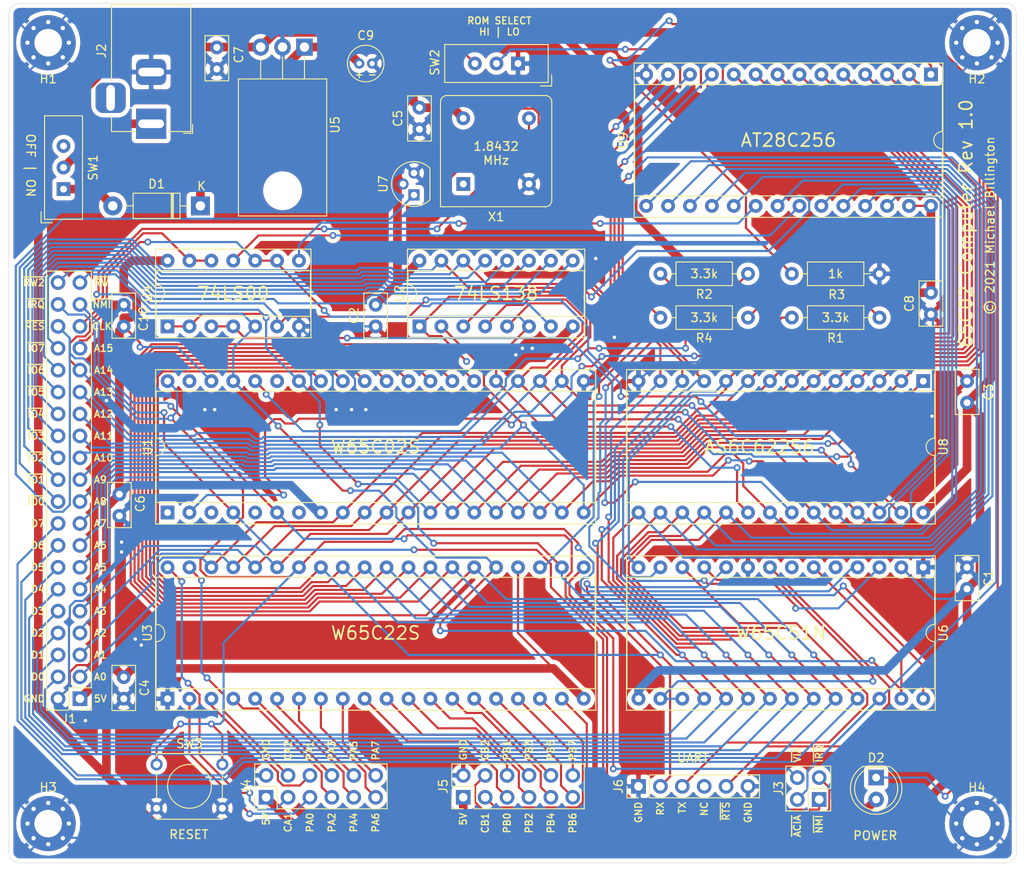
<source format=kicad_pcb>
(kicad_pcb (version 20171130) (host pcbnew 5.1.9+dfsg1-1)
  (layers (0 F.Cu signal hide) (31 B.Cu signal) (34 B.Paste user hide) (35 F.Paste user hide) (36 B.SilkS user hide) (37 F.SilkS user) (38 B.Mask user hide) (39 F.Mask user) (44 Edge.Cuts user))
  (net 0 "")
  (net 1 GND)
  (net 2 +5V)
  (net 3 "Net-(C9-Pad1)")
  (net 4 "Net-(D1-Pad2)")
  (net 5 "Net-(D2-Pad1)")
  (net 6 /A0)
  (net 7 /D0)
  (net 8 /A1)
  (net 9 /D1)
  (net 10 /A2)
  (net 11 /D2)
  (net 12 /A3)
  (net 13 /D3)
  (net 14 /A4)
  (net 15 /D4)
  (net 16 /A5)
  (net 17 /D5)
  (net 18 /A6)
  (net 19 /D6)
  (net 20 /A7)
  (net 21 /D7)
  (net 22 /A8)
  (net 23 /~IO0)
  (net 24 /A9)
  (net 25 /~IO1)
  (net 26 /A10)
  (net 27 /~IO2)
  (net 28 /A11)
  (net 29 /~IO3)
  (net 30 /A12)
  (net 31 /~IO4)
  (net 32 /A13)
  (net 33 /~IO5)
  (net 34 /A14)
  (net 35 /~IO6)
  (net 36 /A15)
  (net 37 /~IO7)
  (net 38 /PHI2)
  (net 39 /~RES)
  (net 40 /~NMI)
  (net 41 /~IRQ)
  (net 42 /~RW)
  (net 43 /~RAMWE)
  (net 44 "Net-(J2-Pad1)")
  (net 45 /~ACIAIRQ)
  (net 46 /~VIAIRQ)
  (net 47 /PA7)
  (net 48 /PA6)
  (net 49 /PA5)
  (net 50 /PA4)
  (net 51 /PA3)
  (net 52 /PA2)
  (net 53 /PA1)
  (net 54 /PA0)
  (net 55 /CA2)
  (net 56 /CA1)
  (net 57 /CB1)
  (net 58 /CB2)
  (net 59 /PB0)
  (net 60 /PB1)
  (net 61 /PB2)
  (net 62 /PB3)
  (net 63 /PB4)
  (net 64 /PB5)
  (net 65 /PB6)
  (net 66 /PB7)
  (net 67 /UART_TX)
  (net 68 /UART_RX)
  (net 69 "Net-(J6-Pad4)")
  (net 70 /~UART_RTS)
  (net 71 "Net-(R1-Pad2)")
  (net 72 "Net-(R2-Pad2)")
  (net 73 "Net-(SW1-Pad3)")
  (net 74 /ROMSEL)
  (net 75 "Net-(U1-Pad1)")
  (net 76 "Net-(U1-Pad3)")
  (net 77 "Net-(U1-Pad5)")
  (net 78 "Net-(U1-Pad7)")
  (net 79 "Net-(U1-Pad35)")
  (net 80 "Net-(U1-Pad39)")
  (net 81 /~ROMCE)
  (net 82 /~RAMOE)
  (net 83 /~ROMOE)
  (net 84 "Net-(U6-Pad11)")
  (net 85 "Net-(U6-Pad5)")
  (net 86 "Net-(U6-Pad7)")
  (net 87 "Net-(X1-Pad1)")
  (module Package_DIP:DIP-14_W7.62mm_Socket (layer F.Cu) (at 95.885 107.95 90)
    (fp_text reference U4 (at 3.81 -2.33 90) (layer F.SilkS))
    (fp_text value 74LS00)
    (pad 1 thru_hole rect (at 0 0 90) (size 1.6 1.6) (drill 0.8) (layers *.Cu *.Mask) (net 42 /~RW))
    (pad 8 thru_hole oval (at 7.62 15.24 90) (size 1.6 1.6) (drill 0.8) (layers *.Cu *.Mask) (net 81 /~ROMCE))
    (pad 2 thru_hole oval (at 0 2.54 90) (size 1.6 1.6) (drill 0.8) (layers *.Cu *.Mask) (net 42 /~RW))
    (pad 9 thru_hole oval (at 7.62 12.7 90) (size 1.6 1.6) (drill 0.8) (layers *.Cu *.Mask) (net 36 /A15))
    (pad 3 thru_hole oval (at 0 5.08 90) (size 1.6 1.6) (drill 0.8) (layers *.Cu *.Mask) (net 82 /~RAMOE))
    (pad 10 thru_hole oval (at 7.62 10.16 90) (size 1.6 1.6) (drill 0.8) (layers *.Cu *.Mask) (net 36 /A15))
    (pad 4 thru_hole oval (at 0 7.62 90) (size 1.6 1.6) (drill 0.8) (layers *.Cu *.Mask) (net 82 /~RAMOE))
    (pad 11 thru_hole oval (at 7.62 7.62 90) (size 1.6 1.6) (drill 0.8) (layers *.Cu *.Mask) (net 83 /~ROMOE))
    (pad 5 thru_hole oval (at 0 10.16 90) (size 1.6 1.6) (drill 0.8) (layers *.Cu *.Mask) (net 38 /PHI2))
    (pad 12 thru_hole oval (at 7.62 5.08 90) (size 1.6 1.6) (drill 0.8) (layers *.Cu *.Mask) (net 34 /A14))
    (pad 6 thru_hole oval (at 0 12.7 90) (size 1.6 1.6) (drill 0.8) (layers *.Cu *.Mask) (net 43 /~RAMWE))
    (pad 13 thru_hole oval (at 7.62 2.54 90) (size 1.6 1.6) (drill 0.8) (layers *.Cu *.Mask) (net 34 /A14))
    (pad 7 thru_hole oval (at 0 15.24 90) (size 1.6 1.6) (drill 0.8) (layers *.Cu *.Mask) (net 1 GND))
    (pad 14 thru_hole oval (at 7.62 0 90) (size 1.6 1.6) (drill 0.8) (layers *.Cu *.Mask) (net 2 +5V))
  )
  (module Package_DIP:DIP-28_W15.24mm_Socket (layer F.Cu) (at 184.404 78.74 270)
    (fp_text reference U9 (at 7.62 35.687 90) (layer F.SilkS))
    (fp_text value HM62256BLP)
    (pad 28 thru_hole oval (at 15.24 0 270) (size 1.6 1.6) (drill 0.8) (layers *.Cu *.Mask) (net 2 +5V))
    (pad 14 thru_hole oval (at 0 33.02 270) (size 1.6 1.6) (drill 0.8) (layers *.Cu *.Mask) (net 1 GND))
    (pad 27 thru_hole oval (at 15.24 2.54 270) (size 1.6 1.6) (drill 0.8) (layers *.Cu *.Mask) (net 2 +5V))
    (pad 13 thru_hole oval (at 0 30.48 270) (size 1.6 1.6) (drill 0.8) (layers *.Cu *.Mask) (net 11 /D2))
    (pad 26 thru_hole oval (at 15.24 5.08 270) (size 1.6 1.6) (drill 0.8) (layers *.Cu *.Mask) (net 32 /A13))
    (pad 12 thru_hole oval (at 0 27.94 270) (size 1.6 1.6) (drill 0.8) (layers *.Cu *.Mask) (net 9 /D1))
    (pad 25 thru_hole oval (at 15.24 7.62 270) (size 1.6 1.6) (drill 0.8) (layers *.Cu *.Mask) (net 22 /A8))
    (pad 11 thru_hole oval (at 0 25.4 270) (size 1.6 1.6) (drill 0.8) (layers *.Cu *.Mask) (net 7 /D0))
    (pad 24 thru_hole oval (at 15.24 10.16 270) (size 1.6 1.6) (drill 0.8) (layers *.Cu *.Mask) (net 24 /A9))
    (pad 10 thru_hole oval (at 0 22.86 270) (size 1.6 1.6) (drill 0.8) (layers *.Cu *.Mask) (net 6 /A0))
    (pad 23 thru_hole oval (at 15.24 12.7 270) (size 1.6 1.6) (drill 0.8) (layers *.Cu *.Mask) (net 28 /A11))
    (pad 9 thru_hole oval (at 0 20.32 270) (size 1.6 1.6) (drill 0.8) (layers *.Cu *.Mask) (net 8 /A1))
    (pad 22 thru_hole oval (at 15.24 15.24 270) (size 1.6 1.6) (drill 0.8) (layers *.Cu *.Mask) (net 83 /~ROMOE))
    (pad 8 thru_hole oval (at 0 17.78 270) (size 1.6 1.6) (drill 0.8) (layers *.Cu *.Mask) (net 10 /A2))
    (pad 21 thru_hole oval (at 15.24 17.78 270) (size 1.6 1.6) (drill 0.8) (layers *.Cu *.Mask) (net 26 /A10))
    (pad 7 thru_hole oval (at 0 15.24 270) (size 1.6 1.6) (drill 0.8) (layers *.Cu *.Mask) (net 12 /A3))
    (pad 20 thru_hole oval (at 15.24 20.32 270) (size 1.6 1.6) (drill 0.8) (layers *.Cu *.Mask) (net 81 /~ROMCE))
    (pad 6 thru_hole oval (at 0 12.7 270) (size 1.6 1.6) (drill 0.8) (layers *.Cu *.Mask) (net 14 /A4))
    (pad 19 thru_hole oval (at 15.24 22.86 270) (size 1.6 1.6) (drill 0.8) (layers *.Cu *.Mask) (net 21 /D7))
    (pad 5 thru_hole oval (at 0 10.16 270) (size 1.6 1.6) (drill 0.8) (layers *.Cu *.Mask) (net 16 /A5))
    (pad 18 thru_hole oval (at 15.24 25.4 270) (size 1.6 1.6) (drill 0.8) (layers *.Cu *.Mask) (net 19 /D6))
    (pad 4 thru_hole oval (at 0 7.62 270) (size 1.6 1.6) (drill 0.8) (layers *.Cu *.Mask) (net 18 /A6))
    (pad 17 thru_hole oval (at 15.24 27.94 270) (size 1.6 1.6) (drill 0.8) (layers *.Cu *.Mask) (net 17 /D5))
    (pad 3 thru_hole oval (at 0 5.08 270) (size 1.6 1.6) (drill 0.8) (layers *.Cu *.Mask) (net 20 /A7))
    (pad 16 thru_hole oval (at 15.24 30.48 270) (size 1.6 1.6) (drill 0.8) (layers *.Cu *.Mask) (net 15 /D4))
    (pad 2 thru_hole oval (at 0 2.54 270) (size 1.6 1.6) (drill 0.8) (layers *.Cu *.Mask) (net 30 /A12))
    (pad 15 thru_hole oval (at 15.24 33.02 270) (size 1.6 1.6) (drill 0.8) (layers *.Cu *.Mask) (net 13 /D3))
    (pad 1 thru_hole rect (at 0 0 270) (size 1.6 1.6) (drill 0.8) (layers *.Cu *.Mask) (net 74 /ROMSEL))
  )
  (module Package_TO_SOT_THT:TO-92 (layer F.Cu) (at 124.46 92.71 90)
    (fp_text reference U7 (at 1.27 -3.56 90) (layer F.SilkS))
    (fp_text value DS1813-5+)
    (pad 2 thru_hole circle (at 1.27 -1.27 90) (size 1.3 1.3) (drill 0.75) (layers *.Cu *.Mask) (net 2 +5V))
    (pad 3 thru_hole circle (at 2.54 0 90) (size 1.3 1.3) (drill 0.75) (layers *.Cu *.Mask) (net 1 GND))
    (pad 1 thru_hole rect (at 0 0 90) (size 1.3 1.3) (drill 0.75) (layers *.Cu *.Mask) (net 39 /~RES))
  )
  (module Package_DIP:DIP-40_W15.24mm_Socket (layer F.Cu) (at 95.885 151.13 90)
    (fp_text reference U3 (at 7.62 -2.33 90) (layer F.SilkS))
    (fp_text value W65C22SxP)
    (pad 40 thru_hole oval (at 15.24 0 90) (size 1.6 1.6) (drill 0.8) (layers *.Cu *.Mask) (net 56 /CA1))
    (pad 20 thru_hole oval (at 0 48.26 90) (size 1.6 1.6) (drill 0.8) (layers *.Cu *.Mask) (net 2 +5V))
    (pad 39 thru_hole oval (at 15.24 2.54 90) (size 1.6 1.6) (drill 0.8) (layers *.Cu *.Mask) (net 55 /CA2))
    (pad 19 thru_hole oval (at 0 45.72 90) (size 1.6 1.6) (drill 0.8) (layers *.Cu *.Mask) (net 58 /CB2))
    (pad 38 thru_hole oval (at 15.24 5.08 90) (size 1.6 1.6) (drill 0.8) (layers *.Cu *.Mask) (net 6 /A0))
    (pad 18 thru_hole oval (at 0 43.18 90) (size 1.6 1.6) (drill 0.8) (layers *.Cu *.Mask) (net 57 /CB1))
    (pad 37 thru_hole oval (at 15.24 7.62 90) (size 1.6 1.6) (drill 0.8) (layers *.Cu *.Mask) (net 8 /A1))
    (pad 17 thru_hole oval (at 0 40.64 90) (size 1.6 1.6) (drill 0.8) (layers *.Cu *.Mask) (net 66 /PB7))
    (pad 36 thru_hole oval (at 15.24 10.16 90) (size 1.6 1.6) (drill 0.8) (layers *.Cu *.Mask) (net 10 /A2))
    (pad 16 thru_hole oval (at 0 38.1 90) (size 1.6 1.6) (drill 0.8) (layers *.Cu *.Mask) (net 65 /PB6))
    (pad 35 thru_hole oval (at 15.24 12.7 90) (size 1.6 1.6) (drill 0.8) (layers *.Cu *.Mask) (net 12 /A3))
    (pad 15 thru_hole oval (at 0 35.56 90) (size 1.6 1.6) (drill 0.8) (layers *.Cu *.Mask) (net 64 /PB5))
    (pad 34 thru_hole oval (at 15.24 15.24 90) (size 1.6 1.6) (drill 0.8) (layers *.Cu *.Mask) (net 39 /~RES))
    (pad 14 thru_hole oval (at 0 33.02 90) (size 1.6 1.6) (drill 0.8) (layers *.Cu *.Mask) (net 63 /PB4))
    (pad 33 thru_hole oval (at 15.24 17.78 90) (size 1.6 1.6) (drill 0.8) (layers *.Cu *.Mask) (net 7 /D0))
    (pad 13 thru_hole oval (at 0 30.48 90) (size 1.6 1.6) (drill 0.8) (layers *.Cu *.Mask) (net 62 /PB3))
    (pad 32 thru_hole oval (at 15.24 20.32 90) (size 1.6 1.6) (drill 0.8) (layers *.Cu *.Mask) (net 9 /D1))
    (pad 12 thru_hole oval (at 0 27.94 90) (size 1.6 1.6) (drill 0.8) (layers *.Cu *.Mask) (net 61 /PB2))
    (pad 31 thru_hole oval (at 15.24 22.86 90) (size 1.6 1.6) (drill 0.8) (layers *.Cu *.Mask) (net 11 /D2))
    (pad 11 thru_hole oval (at 0 25.4 90) (size 1.6 1.6) (drill 0.8) (layers *.Cu *.Mask) (net 60 /PB1))
    (pad 30 thru_hole oval (at 15.24 25.4 90) (size 1.6 1.6) (drill 0.8) (layers *.Cu *.Mask) (net 13 /D3))
    (pad 10 thru_hole oval (at 0 22.86 90) (size 1.6 1.6) (drill 0.8) (layers *.Cu *.Mask) (net 59 /PB0))
    (pad 29 thru_hole oval (at 15.24 27.94 90) (size 1.6 1.6) (drill 0.8) (layers *.Cu *.Mask) (net 15 /D4))
    (pad 9 thru_hole oval (at 0 20.32 90) (size 1.6 1.6) (drill 0.8) (layers *.Cu *.Mask) (net 47 /PA7))
    (pad 28 thru_hole oval (at 15.24 30.48 90) (size 1.6 1.6) (drill 0.8) (layers *.Cu *.Mask) (net 17 /D5))
    (pad 8 thru_hole oval (at 0 17.78 90) (size 1.6 1.6) (drill 0.8) (layers *.Cu *.Mask) (net 48 /PA6))
    (pad 27 thru_hole oval (at 15.24 33.02 90) (size 1.6 1.6) (drill 0.8) (layers *.Cu *.Mask) (net 19 /D6))
    (pad 7 thru_hole oval (at 0 15.24 90) (size 1.6 1.6) (drill 0.8) (layers *.Cu *.Mask) (net 49 /PA5))
    (pad 26 thru_hole oval (at 15.24 35.56 90) (size 1.6 1.6) (drill 0.8) (layers *.Cu *.Mask) (net 21 /D7))
    (pad 6 thru_hole oval (at 0 12.7 90) (size 1.6 1.6) (drill 0.8) (layers *.Cu *.Mask) (net 50 /PA4))
    (pad 25 thru_hole oval (at 15.24 38.1 90) (size 1.6 1.6) (drill 0.8) (layers *.Cu *.Mask) (net 38 /PHI2))
    (pad 5 thru_hole oval (at 0 10.16 90) (size 1.6 1.6) (drill 0.8) (layers *.Cu *.Mask) (net 51 /PA3))
    (pad 24 thru_hole oval (at 15.24 40.64 90) (size 1.6 1.6) (drill 0.8) (layers *.Cu *.Mask) (net 2 +5V))
    (pad 4 thru_hole oval (at 0 7.62 90) (size 1.6 1.6) (drill 0.8) (layers *.Cu *.Mask) (net 52 /PA2))
    (pad 23 thru_hole oval (at 15.24 43.18 90) (size 1.6 1.6) (drill 0.8) (layers *.Cu *.Mask) (net 23 /~IO0))
    (pad 3 thru_hole oval (at 0 5.08 90) (size 1.6 1.6) (drill 0.8) (layers *.Cu *.Mask) (net 53 /PA1))
    (pad 22 thru_hole oval (at 15.24 45.72 90) (size 1.6 1.6) (drill 0.8) (layers *.Cu *.Mask) (net 42 /~RW))
    (pad 2 thru_hole oval (at 0 2.54 90) (size 1.6 1.6) (drill 0.8) (layers *.Cu *.Mask) (net 54 /PA0))
    (pad 21 thru_hole oval (at 15.24 48.26 90) (size 1.6 1.6) (drill 0.8) (layers *.Cu *.Mask) (net 46 /~VIAIRQ))
    (pad 1 thru_hole rect (at 0 0 90) (size 1.6 1.6) (drill 0.8) (layers *.Cu *.Mask) (net 1 GND))
  )
  (module Connector_PinHeader_2.54mm:PinHeader_2x20_P2.54mm_Vertical (layer F.Cu) (at 85.725 151.13 180)
    (fp_text reference J1 (at 1.27 -2.33) (layer F.SilkS))
    (fp_text value Conn_02x20_Odd_Even)
    (pad 1 thru_hole rect (at 0 0 180) (size 1.7 1.7) (drill 1) (layers *.Cu *.Mask) (net 2 +5V))
    (pad 2 thru_hole oval (at 2.54 0 180) (size 1.7 1.7) (drill 1) (layers *.Cu *.Mask) (net 1 GND))
    (pad 3 thru_hole oval (at 0 2.54 180) (size 1.7 1.7) (drill 1) (layers *.Cu *.Mask) (net 6 /A0))
    (pad 4 thru_hole oval (at 2.54 2.54 180) (size 1.7 1.7) (drill 1) (layers *.Cu *.Mask) (net 7 /D0))
    (pad 5 thru_hole oval (at 0 5.08 180) (size 1.7 1.7) (drill 1) (layers *.Cu *.Mask) (net 8 /A1))
    (pad 6 thru_hole oval (at 2.54 5.08 180) (size 1.7 1.7) (drill 1) (layers *.Cu *.Mask) (net 9 /D1))
    (pad 7 thru_hole oval (at 0 7.62 180) (size 1.7 1.7) (drill 1) (layers *.Cu *.Mask) (net 10 /A2))
    (pad 8 thru_hole oval (at 2.54 7.62 180) (size 1.7 1.7) (drill 1) (layers *.Cu *.Mask) (net 11 /D2))
    (pad 9 thru_hole oval (at 0 10.16 180) (size 1.7 1.7) (drill 1) (layers *.Cu *.Mask) (net 12 /A3))
    (pad 10 thru_hole oval (at 2.54 10.16 180) (size 1.7 1.7) (drill 1) (layers *.Cu *.Mask) (net 13 /D3))
    (pad 11 thru_hole oval (at 0 12.7 180) (size 1.7 1.7) (drill 1) (layers *.Cu *.Mask) (net 14 /A4))
    (pad 12 thru_hole oval (at 2.54 12.7 180) (size 1.7 1.7) (drill 1) (layers *.Cu *.Mask) (net 15 /D4))
    (pad 13 thru_hole oval (at 0 15.24 180) (size 1.7 1.7) (drill 1) (layers *.Cu *.Mask) (net 16 /A5))
    (pad 14 thru_hole oval (at 2.54 15.24 180) (size 1.7 1.7) (drill 1) (layers *.Cu *.Mask) (net 17 /D5))
    (pad 15 thru_hole oval (at 0 17.78 180) (size 1.7 1.7) (drill 1) (layers *.Cu *.Mask) (net 18 /A6))
    (pad 16 thru_hole oval (at 2.54 17.78 180) (size 1.7 1.7) (drill 1) (layers *.Cu *.Mask) (net 19 /D6))
    (pad 17 thru_hole oval (at 0 20.32 180) (size 1.7 1.7) (drill 1) (layers *.Cu *.Mask) (net 20 /A7))
    (pad 18 thru_hole oval (at 2.54 20.32 180) (size 1.7 1.7) (drill 1) (layers *.Cu *.Mask) (net 21 /D7))
    (pad 19 thru_hole oval (at 0 22.86 180) (size 1.7 1.7) (drill 1) (layers *.Cu *.Mask) (net 22 /A8))
    (pad 20 thru_hole oval (at 2.54 22.86 180) (size 1.7 1.7) (drill 1) (layers *.Cu *.Mask) (net 23 /~IO0))
    (pad 21 thru_hole oval (at 0 25.4 180) (size 1.7 1.7) (drill 1) (layers *.Cu *.Mask) (net 24 /A9))
    (pad 22 thru_hole oval (at 2.54 25.4 180) (size 1.7 1.7) (drill 1) (layers *.Cu *.Mask) (net 25 /~IO1))
    (pad 23 thru_hole oval (at 0 27.94 180) (size 1.7 1.7) (drill 1) (layers *.Cu *.Mask) (net 26 /A10))
    (pad 24 thru_hole oval (at 2.54 27.94 180) (size 1.7 1.7) (drill 1) (layers *.Cu *.Mask) (net 27 /~IO2))
    (pad 25 thru_hole oval (at 0 30.48 180) (size 1.7 1.7) (drill 1) (layers *.Cu *.Mask) (net 28 /A11))
    (pad 26 thru_hole oval (at 2.54 30.48 180) (size 1.7 1.7) (drill 1) (layers *.Cu *.Mask) (net 29 /~IO3))
    (pad 27 thru_hole oval (at 0 33.02 180) (size 1.7 1.7) (drill 1) (layers *.Cu *.Mask) (net 30 /A12))
    (pad 28 thru_hole oval (at 2.54 33.02 180) (size 1.7 1.7) (drill 1) (layers *.Cu *.Mask) (net 31 /~IO4))
    (pad 29 thru_hole oval (at 0 35.56 180) (size 1.7 1.7) (drill 1) (layers *.Cu *.Mask) (net 32 /A13))
    (pad 30 thru_hole oval (at 2.54 35.56 180) (size 1.7 1.7) (drill 1) (layers *.Cu *.Mask) (net 33 /~IO5))
    (pad 31 thru_hole oval (at 0 38.1 180) (size 1.7 1.7) (drill 1) (layers *.Cu *.Mask) (net 34 /A14))
    (pad 32 thru_hole oval (at 2.54 38.1 180) (size 1.7 1.7) (drill 1) (layers *.Cu *.Mask) (net 35 /~IO6))
    (pad 33 thru_hole oval (at 0 40.64 180) (size 1.7 1.7) (drill 1) (layers *.Cu *.Mask) (net 36 /A15))
    (pad 34 thru_hole oval (at 2.54 40.64 180) (size 1.7 1.7) (drill 1) (layers *.Cu *.Mask) (net 37 /~IO7))
    (pad 35 thru_hole oval (at 0 43.18 180) (size 1.7 1.7) (drill 1) (layers *.Cu *.Mask) (net 38 /PHI2))
    (pad 36 thru_hole oval (at 2.54 43.18 180) (size 1.7 1.7) (drill 1) (layers *.Cu *.Mask) (net 39 /~RES))
    (pad 37 thru_hole oval (at 0 45.72 180) (size 1.7 1.7) (drill 1) (layers *.Cu *.Mask) (net 40 /~NMI))
    (pad 38 thru_hole oval (at 2.54 45.72 180) (size 1.7 1.7) (drill 1) (layers *.Cu *.Mask) (net 41 /~IRQ))
    (pad 39 thru_hole oval (at 0 48.26 180) (size 1.7 1.7) (drill 1) (layers *.Cu *.Mask) (net 42 /~RW))
    (pad 40 thru_hole oval (at 2.54 48.26 180) (size 1.7 1.7) (drill 1) (layers *.Cu *.Mask) (net 43 /~RAMWE))
  )
  (module Package_DIP:DIP-28_W15.24mm_Socket (layer F.Cu) (at 183.515 114.3 270)
    (fp_text reference U8 (at 7.62 -2.33 90) (layer F.SilkS))
    (fp_text value 28C256)
    (pad 1 thru_hole rect (at 0 0 270) (size 1.6 1.6) (drill 0.8) (layers *.Cu *.Mask) (net 34 /A14))
    (pad 15 thru_hole oval (at 15.24 33.02 270) (size 1.6 1.6) (drill 0.8) (layers *.Cu *.Mask) (net 13 /D3))
    (pad 2 thru_hole oval (at 0 2.54 270) (size 1.6 1.6) (drill 0.8) (layers *.Cu *.Mask) (net 30 /A12))
    (pad 16 thru_hole oval (at 15.24 30.48 270) (size 1.6 1.6) (drill 0.8) (layers *.Cu *.Mask) (net 15 /D4))
    (pad 3 thru_hole oval (at 0 5.08 270) (size 1.6 1.6) (drill 0.8) (layers *.Cu *.Mask) (net 20 /A7))
    (pad 17 thru_hole oval (at 15.24 27.94 270) (size 1.6 1.6) (drill 0.8) (layers *.Cu *.Mask) (net 17 /D5))
    (pad 4 thru_hole oval (at 0 7.62 270) (size 1.6 1.6) (drill 0.8) (layers *.Cu *.Mask) (net 18 /A6))
    (pad 18 thru_hole oval (at 15.24 25.4 270) (size 1.6 1.6) (drill 0.8) (layers *.Cu *.Mask) (net 19 /D6))
    (pad 5 thru_hole oval (at 0 10.16 270) (size 1.6 1.6) (drill 0.8) (layers *.Cu *.Mask) (net 16 /A5))
    (pad 19 thru_hole oval (at 15.24 22.86 270) (size 1.6 1.6) (drill 0.8) (layers *.Cu *.Mask) (net 21 /D7))
    (pad 6 thru_hole oval (at 0 12.7 270) (size 1.6 1.6) (drill 0.8) (layers *.Cu *.Mask) (net 14 /A4))
    (pad 20 thru_hole oval (at 15.24 20.32 270) (size 1.6 1.6) (drill 0.8) (layers *.Cu *.Mask) (net 36 /A15))
    (pad 7 thru_hole oval (at 0 15.24 270) (size 1.6 1.6) (drill 0.8) (layers *.Cu *.Mask) (net 12 /A3))
    (pad 21 thru_hole oval (at 15.24 17.78 270) (size 1.6 1.6) (drill 0.8) (layers *.Cu *.Mask) (net 26 /A10))
    (pad 8 thru_hole oval (at 0 17.78 270) (size 1.6 1.6) (drill 0.8) (layers *.Cu *.Mask) (net 10 /A2))
    (pad 22 thru_hole oval (at 15.24 15.24 270) (size 1.6 1.6) (drill 0.8) (layers *.Cu *.Mask) (net 82 /~RAMOE))
    (pad 9 thru_hole oval (at 0 20.32 270) (size 1.6 1.6) (drill 0.8) (layers *.Cu *.Mask) (net 8 /A1))
    (pad 23 thru_hole oval (at 15.24 12.7 270) (size 1.6 1.6) (drill 0.8) (layers *.Cu *.Mask) (net 28 /A11))
    (pad 10 thru_hole oval (at 0 22.86 270) (size 1.6 1.6) (drill 0.8) (layers *.Cu *.Mask) (net 6 /A0))
    (pad 24 thru_hole oval (at 15.24 10.16 270) (size 1.6 1.6) (drill 0.8) (layers *.Cu *.Mask) (net 24 /A9))
    (pad 11 thru_hole oval (at 0 25.4 270) (size 1.6 1.6) (drill 0.8) (layers *.Cu *.Mask) (net 7 /D0))
    (pad 25 thru_hole oval (at 15.24 7.62 270) (size 1.6 1.6) (drill 0.8) (layers *.Cu *.Mask) (net 22 /A8))
    (pad 12 thru_hole oval (at 0 27.94 270) (size 1.6 1.6) (drill 0.8) (layers *.Cu *.Mask) (net 9 /D1))
    (pad 26 thru_hole oval (at 15.24 5.08 270) (size 1.6 1.6) (drill 0.8) (layers *.Cu *.Mask) (net 32 /A13))
    (pad 13 thru_hole oval (at 0 30.48 270) (size 1.6 1.6) (drill 0.8) (layers *.Cu *.Mask) (net 11 /D2))
    (pad 27 thru_hole oval (at 15.24 2.54 270) (size 1.6 1.6) (drill 0.8) (layers *.Cu *.Mask) (net 43 /~RAMWE))
    (pad 14 thru_hole oval (at 0 33.02 270) (size 1.6 1.6) (drill 0.8) (layers *.Cu *.Mask) (net 1 GND))
    (pad 28 thru_hole oval (at 15.24 0 270) (size 1.6 1.6) (drill 0.8) (layers *.Cu *.Mask) (net 2 +5V))
  )
  (module Package_DIP:DIP-40_W15.24mm_Socket (layer F.Cu) (at 95.885 129.54 90)
    (fp_text reference U1 (at 7.62 -2.33 90) (layer F.SilkS))
    (fp_text value W65C02SxP)
    (pad 1 thru_hole rect (at 0 0 90) (size 1.6 1.6) (drill 0.8) (layers *.Cu *.Mask) (net 75 "Net-(U1-Pad1)"))
    (pad 21 thru_hole oval (at 15.24 48.26 90) (size 1.6 1.6) (drill 0.8) (layers *.Cu *.Mask) (net 1 GND))
    (pad 2 thru_hole oval (at 0 2.54 90) (size 1.6 1.6) (drill 0.8) (layers *.Cu *.Mask) (net 71 "Net-(R1-Pad2)"))
    (pad 22 thru_hole oval (at 15.24 45.72 90) (size 1.6 1.6) (drill 0.8) (layers *.Cu *.Mask) (net 30 /A12))
    (pad 3 thru_hole oval (at 0 5.08 90) (size 1.6 1.6) (drill 0.8) (layers *.Cu *.Mask) (net 76 "Net-(U1-Pad3)"))
    (pad 23 thru_hole oval (at 15.24 43.18 90) (size 1.6 1.6) (drill 0.8) (layers *.Cu *.Mask) (net 32 /A13))
    (pad 4 thru_hole oval (at 0 7.62 90) (size 1.6 1.6) (drill 0.8) (layers *.Cu *.Mask) (net 41 /~IRQ))
    (pad 24 thru_hole oval (at 15.24 40.64 90) (size 1.6 1.6) (drill 0.8) (layers *.Cu *.Mask) (net 34 /A14))
    (pad 5 thru_hole oval (at 0 10.16 90) (size 1.6 1.6) (drill 0.8) (layers *.Cu *.Mask) (net 77 "Net-(U1-Pad5)"))
    (pad 25 thru_hole oval (at 15.24 38.1 90) (size 1.6 1.6) (drill 0.8) (layers *.Cu *.Mask) (net 36 /A15))
    (pad 6 thru_hole oval (at 0 12.7 90) (size 1.6 1.6) (drill 0.8) (layers *.Cu *.Mask) (net 40 /~NMI))
    (pad 26 thru_hole oval (at 15.24 35.56 90) (size 1.6 1.6) (drill 0.8) (layers *.Cu *.Mask) (net 21 /D7))
    (pad 7 thru_hole oval (at 0 15.24 90) (size 1.6 1.6) (drill 0.8) (layers *.Cu *.Mask) (net 78 "Net-(U1-Pad7)"))
    (pad 27 thru_hole oval (at 15.24 33.02 90) (size 1.6 1.6) (drill 0.8) (layers *.Cu *.Mask) (net 19 /D6))
    (pad 8 thru_hole oval (at 0 17.78 90) (size 1.6 1.6) (drill 0.8) (layers *.Cu *.Mask) (net 2 +5V))
    (pad 28 thru_hole oval (at 15.24 30.48 90) (size 1.6 1.6) (drill 0.8) (layers *.Cu *.Mask) (net 17 /D5))
    (pad 9 thru_hole oval (at 0 20.32 90) (size 1.6 1.6) (drill 0.8) (layers *.Cu *.Mask) (net 6 /A0))
    (pad 29 thru_hole oval (at 15.24 27.94 90) (size 1.6 1.6) (drill 0.8) (layers *.Cu *.Mask) (net 15 /D4))
    (pad 10 thru_hole oval (at 0 22.86 90) (size 1.6 1.6) (drill 0.8) (layers *.Cu *.Mask) (net 8 /A1))
    (pad 30 thru_hole oval (at 15.24 25.4 90) (size 1.6 1.6) (drill 0.8) (layers *.Cu *.Mask) (net 13 /D3))
    (pad 11 thru_hole oval (at 0 25.4 90) (size 1.6 1.6) (drill 0.8) (layers *.Cu *.Mask) (net 10 /A2))
    (pad 31 thru_hole oval (at 15.24 22.86 90) (size 1.6 1.6) (drill 0.8) (layers *.Cu *.Mask) (net 11 /D2))
    (pad 12 thru_hole oval (at 0 27.94 90) (size 1.6 1.6) (drill 0.8) (layers *.Cu *.Mask) (net 12 /A3))
    (pad 32 thru_hole oval (at 15.24 20.32 90) (size 1.6 1.6) (drill 0.8) (layers *.Cu *.Mask) (net 9 /D1))
    (pad 13 thru_hole oval (at 0 30.48 90) (size 1.6 1.6) (drill 0.8) (layers *.Cu *.Mask) (net 14 /A4))
    (pad 33 thru_hole oval (at 15.24 17.78 90) (size 1.6 1.6) (drill 0.8) (layers *.Cu *.Mask) (net 7 /D0))
    (pad 14 thru_hole oval (at 0 33.02 90) (size 1.6 1.6) (drill 0.8) (layers *.Cu *.Mask) (net 16 /A5))
    (pad 34 thru_hole oval (at 15.24 15.24 90) (size 1.6 1.6) (drill 0.8) (layers *.Cu *.Mask) (net 42 /~RW))
    (pad 15 thru_hole oval (at 0 35.56 90) (size 1.6 1.6) (drill 0.8) (layers *.Cu *.Mask) (net 18 /A6))
    (pad 35 thru_hole oval (at 15.24 12.7 90) (size 1.6 1.6) (drill 0.8) (layers *.Cu *.Mask) (net 79 "Net-(U1-Pad35)"))
    (pad 16 thru_hole oval (at 0 38.1 90) (size 1.6 1.6) (drill 0.8) (layers *.Cu *.Mask) (net 20 /A7))
    (pad 36 thru_hole oval (at 15.24 10.16 90) (size 1.6 1.6) (drill 0.8) (layers *.Cu *.Mask) (net 72 "Net-(R2-Pad2)"))
    (pad 17 thru_hole oval (at 0 40.64 90) (size 1.6 1.6) (drill 0.8) (layers *.Cu *.Mask) (net 22 /A8))
    (pad 37 thru_hole oval (at 15.24 7.62 90) (size 1.6 1.6) (drill 0.8) (layers *.Cu *.Mask) (net 38 /PHI2))
    (pad 18 thru_hole oval (at 0 43.18 90) (size 1.6 1.6) (drill 0.8) (layers *.Cu *.Mask) (net 24 /A9))
    (pad 38 thru_hole oval (at 15.24 5.08 90) (size 1.6 1.6) (drill 0.8) (layers *.Cu *.Mask) (net 2 +5V))
    (pad 19 thru_hole oval (at 0 45.72 90) (size 1.6 1.6) (drill 0.8) (layers *.Cu *.Mask) (net 26 /A10))
    (pad 39 thru_hole oval (at 15.24 2.54 90) (size 1.6 1.6) (drill 0.8) (layers *.Cu *.Mask) (net 80 "Net-(U1-Pad39)"))
    (pad 20 thru_hole oval (at 0 48.26 90) (size 1.6 1.6) (drill 0.8) (layers *.Cu *.Mask) (net 28 /A11))
    (pad 40 thru_hole oval (at 15.24 0 90) (size 1.6 1.6) (drill 0.8) (layers *.Cu *.Mask) (net 39 /~RES))
  )
  (module Connector_PinHeader_2.54mm:PinHeader_2x06_P2.54mm_Vertical (layer F.Cu) (at 107.315 162.56 90)
    (fp_text reference J4 (at 1.27 -2.33 90) (layer F.SilkS))
    (fp_text value Conn_02x06_Odd_Even)
    (pad 12 thru_hole oval (at 2.54 12.7 90) (size 1.7 1.7) (drill 1) (layers *.Cu *.Mask) (net 47 /PA7))
    (pad 11 thru_hole oval (at 0 12.7 90) (size 1.7 1.7) (drill 1) (layers *.Cu *.Mask) (net 48 /PA6))
    (pad 10 thru_hole oval (at 2.54 10.16 90) (size 1.7 1.7) (drill 1) (layers *.Cu *.Mask) (net 49 /PA5))
    (pad 9 thru_hole oval (at 0 10.16 90) (size 1.7 1.7) (drill 1) (layers *.Cu *.Mask) (net 50 /PA4))
    (pad 8 thru_hole oval (at 2.54 7.62 90) (size 1.7 1.7) (drill 1) (layers *.Cu *.Mask) (net 51 /PA3))
    (pad 7 thru_hole oval (at 0 7.62 90) (size 1.7 1.7) (drill 1) (layers *.Cu *.Mask) (net 52 /PA2))
    (pad 6 thru_hole oval (at 2.54 5.08 90) (size 1.7 1.7) (drill 1) (layers *.Cu *.Mask) (net 53 /PA1))
    (pad 5 thru_hole oval (at 0 5.08 90) (size 1.7 1.7) (drill 1) (layers *.Cu *.Mask) (net 54 /PA0))
    (pad 4 thru_hole oval (at 2.54 2.54 90) (size 1.7 1.7) (drill 1) (layers *.Cu *.Mask) (net 55 /CA2))
    (pad 3 thru_hole oval (at 0 2.54 90) (size 1.7 1.7) (drill 1) (layers *.Cu *.Mask) (net 56 /CA1))
    (pad 2 thru_hole oval (at 2.54 0 90) (size 1.7 1.7) (drill 1) (layers *.Cu *.Mask) (net 1 GND))
    (pad 1 thru_hole rect (at 0 0 90) (size 1.7 1.7) (drill 1) (layers *.Cu *.Mask) (net 2 +5V))
  )
  (module Button_Switch_THT:SW_Tactile_Straight_KSL0Axx1LFTR (layer F.Cu) (at 94.615 158.75)
    (fp_text reference SW3 (at 3.81 -2.413) (layer F.SilkS))
    (fp_text value SW_Push)
    (pad 1 thru_hole circle (at 7.62 0) (size 1.397 1.397) (drill 0.8128) (layers *.Cu *.Mask) (net 39 /~RES))
    (pad 2 thru_hole circle (at 7.62 5.08) (size 1.397 1.397) (drill 0.8128) (layers *.Cu *.Mask) (net 1 GND))
    (pad 1 thru_hole circle (at 0 0) (size 1.397 1.397) (drill 0.8128) (layers *.Cu *.Mask) (net 39 /~RES))
    (pad 2 thru_hole circle (at 0 5.08) (size 1.397 1.397) (drill 0.8128) (layers *.Cu *.Mask) (net 1 GND))
  )
  (module Capacitor_THT:C_Disc_D5.0mm_W2.5mm_P2.50mm (layer F.Cu) (at 90.805 151.13 90)
    (fp_text reference C4 (at 1.27 2.413 90) (layer F.SilkS))
    (fp_text value C)
    (pad 1 thru_hole circle (at 0 0 90) (size 1.6 1.6) (drill 0.8) (layers *.Cu *.Mask) (net 1 GND))
    (pad 2 thru_hole circle (at 2.5 0 90) (size 1.6 1.6) (drill 0.8) (layers *.Cu *.Mask) (net 2 +5V))
  )
  (module Capacitor_THT:C_Disc_D5.0mm_W2.5mm_P2.50mm (layer F.Cu) (at 90.297 129.921 90)
    (fp_text reference C6 (at 1.397 2.413 90) (layer F.SilkS))
    (fp_text value C)
    (pad 1 thru_hole circle (at 0 0 90) (size 1.6 1.6) (drill 0.8) (layers *.Cu *.Mask) (net 1 GND))
    (pad 2 thru_hole circle (at 2.5 0 90) (size 1.6 1.6) (drill 0.8) (layers *.Cu *.Mask) (net 2 +5V))
  )
  (module LED_THT:LED_D5.0mm (layer F.Cu) (at 178.054 160.274 270)
    (fp_text reference D2 (at -2.286 0 180) (layer F.SilkS))
    (fp_text value LED)
    (pad 1 thru_hole rect (at 0 0 270) (size 1.8 1.8) (drill 0.9) (layers *.Cu *.Mask) (net 5 "Net-(D2-Pad1)"))
    (pad 2 thru_hole circle (at 2.54 0 270) (size 1.8 1.8) (drill 0.9) (layers *.Cu *.Mask) (net 2 +5V))
  )
  (module MountingHole:MountingHole_3.2mm_M3_Pad_Via (layer F.Cu) (at 189.738 165.608)
    (fp_text reference H4 (at 0 -4.2) (layer F.SilkS))
    (fp_text value MountingHole_3.2mm_M3_Pad_Via)
    (pad 1 thru_hole circle (at 1.697056 -1.697056) (size 0.8 0.8) (drill 0.5) (layers *.Cu *.Mask))
    (pad 1 thru_hole circle (at 0 -2.4) (size 0.8 0.8) (drill 0.5) (layers *.Cu *.Mask))
    (pad 1 thru_hole circle (at -1.697056 -1.697056) (size 0.8 0.8) (drill 0.5) (layers *.Cu *.Mask))
    (pad 1 thru_hole circle (at -2.4 0) (size 0.8 0.8) (drill 0.5) (layers *.Cu *.Mask))
    (pad 1 thru_hole circle (at -1.697056 1.697056) (size 0.8 0.8) (drill 0.5) (layers *.Cu *.Mask))
    (pad 1 thru_hole circle (at 0 2.4) (size 0.8 0.8) (drill 0.5) (layers *.Cu *.Mask))
    (pad 1 thru_hole circle (at 1.697056 1.697056) (size 0.8 0.8) (drill 0.5) (layers *.Cu *.Mask))
    (pad 1 thru_hole circle (at 2.4 0) (size 0.8 0.8) (drill 0.5) (layers *.Cu *.Mask))
    (pad 1 thru_hole circle (at 0 0) (size 6.4 6.4) (drill 3.2) (layers *.Cu *.Mask) (net 1 GND))
  )
  (module MountingHole:MountingHole_3.2mm_M3_Pad_Via (layer F.Cu) (at 189.738 75.057 180)
    (fp_text reference H2 (at 0 -4.2) (layer F.SilkS))
    (fp_text value MountingHole_3.2mm_M3_Pad_Via)
    (pad 1 thru_hole circle (at 1.697056 -1.697056 180) (size 0.8 0.8) (drill 0.5) (layers *.Cu *.Mask))
    (pad 1 thru_hole circle (at 0 -2.4 180) (size 0.8 0.8) (drill 0.5) (layers *.Cu *.Mask))
    (pad 1 thru_hole circle (at -1.697056 -1.697056 180) (size 0.8 0.8) (drill 0.5) (layers *.Cu *.Mask))
    (pad 1 thru_hole circle (at -2.4 0 180) (size 0.8 0.8) (drill 0.5) (layers *.Cu *.Mask))
    (pad 1 thru_hole circle (at -1.697056 1.697056 180) (size 0.8 0.8) (drill 0.5) (layers *.Cu *.Mask))
    (pad 1 thru_hole circle (at 0 2.4 180) (size 0.8 0.8) (drill 0.5) (layers *.Cu *.Mask))
    (pad 1 thru_hole circle (at 1.697056 1.697056 180) (size 0.8 0.8) (drill 0.5) (layers *.Cu *.Mask))
    (pad 1 thru_hole circle (at 2.4 0 180) (size 0.8 0.8) (drill 0.5) (layers *.Cu *.Mask))
    (pad 1 thru_hole circle (at 0 0 180) (size 6.4 6.4) (drill 3.2) (layers *.Cu *.Mask) (net 1 GND))
  )
  (module MountingHole:MountingHole_3.2mm_M3_Pad_Via (layer F.Cu) (at 82.042 75.057 180)
    (fp_text reference H1 (at 0 -4.2) (layer F.SilkS))
    (fp_text value MountingHole_3.2mm_M3_Pad_Via)
    (pad 1 thru_hole circle (at 1.697056 -1.697056 180) (size 0.8 0.8) (drill 0.5) (layers *.Cu *.Mask))
    (pad 1 thru_hole circle (at 0 -2.4 180) (size 0.8 0.8) (drill 0.5) (layers *.Cu *.Mask))
    (pad 1 thru_hole circle (at -1.697056 -1.697056 180) (size 0.8 0.8) (drill 0.5) (layers *.Cu *.Mask))
    (pad 1 thru_hole circle (at -2.4 0 180) (size 0.8 0.8) (drill 0.5) (layers *.Cu *.Mask))
    (pad 1 thru_hole circle (at -1.697056 1.697056 180) (size 0.8 0.8) (drill 0.5) (layers *.Cu *.Mask))
    (pad 1 thru_hole circle (at 0 2.4 180) (size 0.8 0.8) (drill 0.5) (layers *.Cu *.Mask))
    (pad 1 thru_hole circle (at 1.697056 1.697056 180) (size 0.8 0.8) (drill 0.5) (layers *.Cu *.Mask))
    (pad 1 thru_hole circle (at 2.4 0 180) (size 0.8 0.8) (drill 0.5) (layers *.Cu *.Mask))
    (pad 1 thru_hole circle (at 0 0 180) (size 6.4 6.4) (drill 3.2) (layers *.Cu *.Mask) (net 1 GND))
  )
  (module MountingHole:MountingHole_3.2mm_M3_Pad_Via (layer F.Cu) (at 82.042 165.608)
    (fp_text reference H3 (at 0 -4.2) (layer F.SilkS))
    (fp_text value MountingHole_3.2mm_M3_Pad_Via)
    (pad 1 thru_hole circle (at 1.697056 -1.697056) (size 0.8 0.8) (drill 0.5) (layers *.Cu *.Mask))
    (pad 1 thru_hole circle (at 0 -2.4) (size 0.8 0.8) (drill 0.5) (layers *.Cu *.Mask))
    (pad 1 thru_hole circle (at -1.697056 -1.697056) (size 0.8 0.8) (drill 0.5) (layers *.Cu *.Mask))
    (pad 1 thru_hole circle (at -2.4 0) (size 0.8 0.8) (drill 0.5) (layers *.Cu *.Mask))
    (pad 1 thru_hole circle (at -1.697056 1.697056) (size 0.8 0.8) (drill 0.5) (layers *.Cu *.Mask))
    (pad 1 thru_hole circle (at 0 2.4) (size 0.8 0.8) (drill 0.5) (layers *.Cu *.Mask))
    (pad 1 thru_hole circle (at 1.697056 1.697056) (size 0.8 0.8) (drill 0.5) (layers *.Cu *.Mask))
    (pad 1 thru_hole circle (at 2.4 0) (size 0.8 0.8) (drill 0.5) (layers *.Cu *.Mask))
    (pad 1 thru_hole circle (at 0 0) (size 6.4 6.4) (drill 3.2) (layers *.Cu *.Mask) (net 1 GND))
  )
  (module Package_TO_SOT_THT:TO-220-3_Horizontal_TabDown (layer F.Cu) (at 111.76 75.565 180)
    (fp_text reference U5 (at -3.556 -9.017 90) (layer F.SilkS))
    (fp_text value L7805)
    (pad 3 thru_hole oval (at 5.08 0 180) (size 1.905 2) (drill 1.1) (layers *.Cu *.Mask) (net 2 +5V))
    (pad 2 thru_hole oval (at 2.54 0 180) (size 1.905 2) (drill 1.1) (layers *.Cu *.Mask) (net 1 GND))
    (pad 1 thru_hole rect (at 0 0 180) (size 1.905 2) (drill 1.1) (layers *.Cu *.Mask) (net 3 "Net-(C9-Pad1)"))
    (pad "" np_thru_hole oval (at 2.54 -16.66 180) (size 3.5 3.5) (drill 3.5) (layers *.Cu *.Mask))
  )
  (module Capacitor_THT:C_Disc_D5.0mm_W2.5mm_P2.50mm (layer F.Cu) (at 188.595 135.89 270)
    (fp_text reference C1 (at 1.25 -2.5 90) (layer F.SilkS))
    (fp_text value C)
    (pad 1 thru_hole circle (at 0 0 270) (size 1.6 1.6) (drill 0.8) (layers *.Cu *.Mask) (net 1 GND))
    (pad 2 thru_hole circle (at 2.5 0 270) (size 1.6 1.6) (drill 0.8) (layers *.Cu *.Mask) (net 2 +5V))
  )
  (module Capacitor_THT:C_Disc_D5.0mm_W2.5mm_P2.50mm (layer F.Cu) (at 120.015 107.95 90)
    (fp_text reference C2 (at 1.25 -2.5 90) (layer F.SilkS))
    (fp_text value C)
    (pad 2 thru_hole circle (at 2.5 0 90) (size 1.6 1.6) (drill 0.8) (layers *.Cu *.Mask) (net 2 +5V))
    (pad 1 thru_hole circle (at 0 0 90) (size 1.6 1.6) (drill 0.8) (layers *.Cu *.Mask) (net 1 GND))
  )
  (module Capacitor_THT:C_Disc_D5.0mm_W2.5mm_P2.50mm (layer F.Cu) (at 188.595 114.3 270)
    (fp_text reference C3 (at 1.25 -2.5 90) (layer F.SilkS))
    (fp_text value C)
    (pad 2 thru_hole circle (at 2.5 0 270) (size 1.6 1.6) (drill 0.8) (layers *.Cu *.Mask) (net 2 +5V))
    (pad 1 thru_hole circle (at 0 0 270) (size 1.6 1.6) (drill 0.8) (layers *.Cu *.Mask) (net 1 GND))
  )
  (module Capacitor_THT:C_Disc_D5.0mm_W2.5mm_P2.50mm (layer F.Cu) (at 125.095 85.09 90)
    (fp_text reference C5 (at 1.25 -2.5 90) (layer F.SilkS))
    (fp_text value C)
    (pad 2 thru_hole circle (at 2.5 0 90) (size 1.6 1.6) (drill 0.8) (layers *.Cu *.Mask) (net 2 +5V))
    (pad 1 thru_hole circle (at 0 0 90) (size 1.6 1.6) (drill 0.8) (layers *.Cu *.Mask) (net 1 GND))
  )
  (module Capacitor_THT:C_Disc_D5.0mm_W2.5mm_P2.50mm (layer F.Cu) (at 101.6 78.105 90)
    (fp_text reference C7 (at 1.651 2.54 90) (layer F.SilkS))
    (fp_text value C)
    (pad 2 thru_hole circle (at 2.5 0 90) (size 1.6 1.6) (drill 0.8) (layers *.Cu *.Mask) (net 2 +5V))
    (pad 1 thru_hole circle (at 0 0 90) (size 1.6 1.6) (drill 0.8) (layers *.Cu *.Mask) (net 1 GND))
  )
  (module Capacitor_THT:C_Disc_D5.0mm_W2.5mm_P2.50mm (layer F.Cu) (at 184.404 106.553 90)
    (fp_text reference C8 (at 1.25 -2.5 90) (layer F.SilkS))
    (fp_text value C)
    (pad 2 thru_hole circle (at 2.5 0 90) (size 1.6 1.6) (drill 0.8) (layers *.Cu *.Mask) (net 2 +5V))
    (pad 1 thru_hole circle (at 0 0 90) (size 1.6 1.6) (drill 0.8) (layers *.Cu *.Mask) (net 1 GND))
  )
  (module Capacitor_THT:C_Radial_D4.0mm_H7.0mm_P1.50mm (layer F.Cu) (at 118.11 77.47)
    (fp_text reference C9 (at 0.75 -3.25) (layer F.SilkS))
    (fp_text value CP)
    (pad 1 thru_hole circle (at 0 0) (size 1.2 1.2) (drill 0.6) (layers *.Cu *.Mask) (net 3 "Net-(C9-Pad1)"))
    (pad 2 thru_hole circle (at 1.5 0) (size 1.2 1.2) (drill 0.6) (layers *.Cu *.Mask) (net 1 GND))
  )
  (module Capacitor_THT:C_Disc_D5.0mm_W2.5mm_P2.50mm (layer F.Cu) (at 90.805 107.95 90)
    (fp_text reference C10 (at 0.889 2.286 90) (layer F.SilkS))
    (fp_text value C)
    (pad 1 thru_hole circle (at 0 0 90) (size 1.6 1.6) (drill 0.8) (layers *.Cu *.Mask) (net 2 +5V))
    (pad 2 thru_hole circle (at 2.5 0 90) (size 1.6 1.6) (drill 0.8) (layers *.Cu *.Mask) (net 1 GND))
  )
  (module Diode_THT:D_DO-41_SOD81_P10.16mm_Horizontal (layer F.Cu) (at 99.695 93.98 180)
    (fp_text reference D1 (at 5.08 2.54) (layer F.SilkS))
    (fp_text value 1N5819)
    (fp_text user K (at -0.127 2.286 180) (layer F.SilkS))
    (pad 1 thru_hole rect (at 0 0 180) (size 2.2 2.2) (drill 1.1) (layers *.Cu *.Mask) (net 3 "Net-(C9-Pad1)"))
    (pad 2 thru_hole oval (at 10.16 0 180) (size 2.2 2.2) (drill 1.1) (layers *.Cu *.Mask) (net 4 "Net-(D1-Pad2)"))
  )
  (module Connector_BarrelJack:BarrelJack_Horizontal (layer F.Cu) (at 93.98 84.455 270)
    (fp_text reference J2 (at -8.45 5.75 90) (layer F.SilkS))
    (fp_text value Barrel_Jack)
    (pad 1 thru_hole rect (at 0 0 270) (size 3.5 3.5) (drill oval 1 3) (layers *.Cu *.Mask) (net 44 "Net-(J2-Pad1)"))
    (pad 2 thru_hole roundrect (at -6 0 270) (size 3 3.5) (drill oval 1 3) (layers *.Cu *.Mask) (net 1 GND))
    (pad 3 thru_hole roundrect (at -3 4.7 270) (size 3.5 3.5) (drill oval 3 1) (layers *.Cu *.Mask))
  )
  (module Connector_PinHeader_2.54mm:PinHeader_2x02_P2.54mm_Vertical (layer F.Cu) (at 171.45 162.814 180)
    (fp_text reference J3 (at 4.699 1.27 270) (layer F.SilkS))
    (fp_text value Conn_02x02_Odd_Even)
    (pad 1 thru_hole rect (at 0 0 180) (size 1.7 1.7) (drill 1) (layers *.Cu *.Mask) (net 40 /~NMI))
    (pad 2 thru_hole oval (at 2.54 0 180) (size 1.7 1.7) (drill 1) (layers *.Cu *.Mask) (net 45 /~ACIAIRQ))
    (pad 3 thru_hole oval (at 0 2.54 180) (size 1.7 1.7) (drill 1) (layers *.Cu *.Mask) (net 41 /~IRQ))
    (pad 4 thru_hole oval (at 2.54 2.54 180) (size 1.7 1.7) (drill 1) (layers *.Cu *.Mask) (net 46 /~VIAIRQ))
  )
  (module Connector_PinHeader_2.54mm:PinHeader_2x06_P2.54mm_Vertical (layer F.Cu) (at 130.175 162.56 90)
    (fp_text reference J5 (at 1.27 -2.33 90) (layer F.SilkS))
    (fp_text value Conn_02x06_Odd_Even)
    (pad 1 thru_hole rect (at 0 0 90) (size 1.7 1.7) (drill 1) (layers *.Cu *.Mask) (net 2 +5V))
    (pad 2 thru_hole oval (at 2.54 0 90) (size 1.7 1.7) (drill 1) (layers *.Cu *.Mask) (net 1 GND))
    (pad 3 thru_hole oval (at 0 2.54 90) (size 1.7 1.7) (drill 1) (layers *.Cu *.Mask) (net 57 /CB1))
    (pad 4 thru_hole oval (at 2.54 2.54 90) (size 1.7 1.7) (drill 1) (layers *.Cu *.Mask) (net 58 /CB2))
    (pad 5 thru_hole oval (at 0 5.08 90) (size 1.7 1.7) (drill 1) (layers *.Cu *.Mask) (net 59 /PB0))
    (pad 6 thru_hole oval (at 2.54 5.08 90) (size 1.7 1.7) (drill 1) (layers *.Cu *.Mask) (net 60 /PB1))
    (pad 7 thru_hole oval (at 0 7.62 90) (size 1.7 1.7) (drill 1) (layers *.Cu *.Mask) (net 61 /PB2))
    (pad 8 thru_hole oval (at 2.54 7.62 90) (size 1.7 1.7) (drill 1) (layers *.Cu *.Mask) (net 62 /PB3))
    (pad 9 thru_hole oval (at 0 10.16 90) (size 1.7 1.7) (drill 1) (layers *.Cu *.Mask) (net 63 /PB4))
    (pad 10 thru_hole oval (at 2.54 10.16 90) (size 1.7 1.7) (drill 1) (layers *.Cu *.Mask) (net 64 /PB5))
    (pad 11 thru_hole oval (at 0 12.7 90) (size 1.7 1.7) (drill 1) (layers *.Cu *.Mask) (net 65 /PB6))
    (pad 12 thru_hole oval (at 2.54 12.7 90) (size 1.7 1.7) (drill 1) (layers *.Cu *.Mask) (net 66 /PB7))
  )
  (module Connector_PinHeader_2.54mm:PinHeader_1x06_P2.54mm_Vertical (layer F.Cu) (at 150.495 161.29 90)
    (fp_text reference J6 (at 0 -2.33 90) (layer F.SilkS))
    (fp_text value Conn_01x06_Female)
    (pad 1 thru_hole rect (at 0 0 90) (size 1.7 1.7) (drill 1) (layers *.Cu *.Mask) (net 1 GND))
    (pad 2 thru_hole oval (at 0 2.54 90) (size 1.7 1.7) (drill 1) (layers *.Cu *.Mask) (net 67 /UART_TX))
    (pad 3 thru_hole oval (at 0 5.08 90) (size 1.7 1.7) (drill 1) (layers *.Cu *.Mask) (net 68 /UART_RX))
    (pad 4 thru_hole oval (at 0 7.62 90) (size 1.7 1.7) (drill 1) (layers *.Cu *.Mask) (net 69 "Net-(J6-Pad4)"))
    (pad 5 thru_hole oval (at 0 10.16 90) (size 1.7 1.7) (drill 1) (layers *.Cu *.Mask) (net 70 /~UART_RTS))
    (pad 6 thru_hole oval (at 0 12.7 90) (size 1.7 1.7) (drill 1) (layers *.Cu *.Mask) (net 1 GND))
  )
  (module Resistor_THT:R_Axial_DIN0207_L6.3mm_D2.5mm_P10.16mm_Horizontal (layer F.Cu) (at 178.435 106.934 180)
    (fp_text reference R1 (at 5.08 -2.37) (layer F.SilkS))
    (fp_text value R)
    (pad 2 thru_hole oval (at 10.16 0 180) (size 1.6 1.6) (drill 0.8) (layers *.Cu *.Mask) (net 71 "Net-(R1-Pad2)"))
    (pad 1 thru_hole circle (at 0 0 180) (size 1.6 1.6) (drill 0.8) (layers *.Cu *.Mask) (net 2 +5V))
  )
  (module Resistor_THT:R_Axial_DIN0207_L6.3mm_D2.5mm_P10.16mm_Horizontal (layer F.Cu) (at 163.195 101.854 180)
    (fp_text reference R2 (at 5.08 -2.37) (layer F.SilkS))
    (fp_text value R)
    (pad 1 thru_hole circle (at 0 0 180) (size 1.6 1.6) (drill 0.8) (layers *.Cu *.Mask) (net 2 +5V))
    (pad 2 thru_hole oval (at 10.16 0 180) (size 1.6 1.6) (drill 0.8) (layers *.Cu *.Mask) (net 72 "Net-(R2-Pad2)"))
  )
  (module Resistor_THT:R_Axial_DIN0207_L6.3mm_D2.5mm_P10.16mm_Horizontal (layer F.Cu) (at 168.275 101.854)
    (fp_text reference R3 (at 5.207 2.413) (layer F.SilkS))
    (fp_text value R)
    (pad 2 thru_hole oval (at 10.16 0) (size 1.6 1.6) (drill 0.8) (layers *.Cu *.Mask) (net 1 GND))
    (pad 1 thru_hole circle (at 0 0) (size 1.6 1.6) (drill 0.8) (layers *.Cu *.Mask) (net 5 "Net-(D2-Pad1)"))
  )
  (module Resistor_THT:R_Axial_DIN0207_L6.3mm_D2.5mm_P10.16mm_Horizontal (layer F.Cu) (at 163.195 106.934 180)
    (fp_text reference R4 (at 5.08 -2.37) (layer F.SilkS))
    (fp_text value R)
    (pad 1 thru_hole circle (at 0 0 180) (size 1.6 1.6) (drill 0.8) (layers *.Cu *.Mask) (net 2 +5V))
    (pad 2 thru_hole oval (at 10.16 0 180) (size 1.6 1.6) (drill 0.8) (layers *.Cu *.Mask) (net 45 /~ACIAIRQ))
  )
  (module project:SW_THT_DPDT (layer F.Cu) (at 83.82 89.535 90)
    (fp_text reference SW1 (at 0 3.429 90) (layer F.SilkS))
    (fp_text value SW_SPDT)
    (pad 1 thru_hole rect (at -2.5 0 90) (size 1.6 1.6) (drill 0.8) (layers *.Cu *.Mask) (net 4 "Net-(D1-Pad2)"))
    (pad 2 thru_hole circle (at 0 0 90) (size 1.6 1.6) (drill 0.8) (layers *.Cu *.Mask) (net 44 "Net-(J2-Pad1)"))
    (pad 3 thru_hole circle (at 2.5 0 90) (size 1.6 1.6) (drill 0.8) (layers *.Cu *.Mask) (net 73 "Net-(SW1-Pad3)"))
  )
  (module project:SW_THT_DPDT (layer F.Cu) (at 134.025 77.47 180)
    (fp_text reference SW2 (at 7.152 0.127 270) (layer F.SilkS))
    (fp_text value SW_SPDT)
    (pad 3 thru_hole circle (at 2.5 0 180) (size 1.6 1.6) (drill 0.8) (layers *.Cu *.Mask) (net 2 +5V))
    (pad 2 thru_hole circle (at 0 0 180) (size 1.6 1.6) (drill 0.8) (layers *.Cu *.Mask) (net 74 /ROMSEL))
    (pad 1 thru_hole rect (at -2.5 0 180) (size 1.6 1.6) (drill 0.8) (layers *.Cu *.Mask) (net 1 GND))
  )
  (module Package_DIP:DIP-16_W7.62mm_Socket (layer F.Cu) (at 125.095 107.95 90)
    (fp_text reference U2 (at 3.81 -2.33 90) (layer F.SilkS))
    (fp_text value 74LS138)
    (pad 1 thru_hole rect (at 0 0 90) (size 1.6 1.6) (drill 0.8) (layers *.Cu *.Mask) (net 26 /A10))
    (pad 9 thru_hole oval (at 7.62 17.78 90) (size 1.6 1.6) (drill 0.8) (layers *.Cu *.Mask) (net 35 /~IO6))
    (pad 2 thru_hole oval (at 0 2.54 90) (size 1.6 1.6) (drill 0.8) (layers *.Cu *.Mask) (net 28 /A11))
    (pad 10 thru_hole oval (at 7.62 15.24 90) (size 1.6 1.6) (drill 0.8) (layers *.Cu *.Mask) (net 33 /~IO5))
    (pad 3 thru_hole oval (at 0 5.08 90) (size 1.6 1.6) (drill 0.8) (layers *.Cu *.Mask) (net 30 /A12))
    (pad 11 thru_hole oval (at 7.62 12.7 90) (size 1.6 1.6) (drill 0.8) (layers *.Cu *.Mask) (net 31 /~IO4))
    (pad 4 thru_hole oval (at 0 7.62 90) (size 1.6 1.6) (drill 0.8) (layers *.Cu *.Mask) (net 32 /A13))
    (pad 12 thru_hole oval (at 7.62 10.16 90) (size 1.6 1.6) (drill 0.8) (layers *.Cu *.Mask) (net 29 /~IO3))
    (pad 5 thru_hole oval (at 0 10.16 90) (size 1.6 1.6) (drill 0.8) (layers *.Cu *.Mask) (net 34 /A14))
    (pad 13 thru_hole oval (at 7.62 7.62 90) (size 1.6 1.6) (drill 0.8) (layers *.Cu *.Mask) (net 27 /~IO2))
    (pad 6 thru_hole oval (at 0 12.7 90) (size 1.6 1.6) (drill 0.8) (layers *.Cu *.Mask) (net 36 /A15))
    (pad 14 thru_hole oval (at 7.62 5.08 90) (size 1.6 1.6) (drill 0.8) (layers *.Cu *.Mask) (net 25 /~IO1))
    (pad 7 thru_hole oval (at 0 15.24 90) (size 1.6 1.6) (drill 0.8) (layers *.Cu *.Mask) (net 37 /~IO7))
    (pad 15 thru_hole oval (at 7.62 2.54 90) (size 1.6 1.6) (drill 0.8) (layers *.Cu *.Mask) (net 23 /~IO0))
    (pad 8 thru_hole oval (at 0 17.78 90) (size 1.6 1.6) (drill 0.8) (layers *.Cu *.Mask) (net 1 GND))
    (pad 16 thru_hole oval (at 7.62 0 90) (size 1.6 1.6) (drill 0.8) (layers *.Cu *.Mask) (net 2 +5V))
  )
  (module Package_DIP:DIP-28_W15.24mm_Socket (layer F.Cu) (at 183.515 135.89 270)
    (fp_text reference U6 (at 7.62 -2.33 90) (layer F.SilkS))
    (fp_text value W65C51NxP)
    (pad 1 thru_hole rect (at 0 0 270) (size 1.6 1.6) (drill 0.8) (layers *.Cu *.Mask) (net 1 GND))
    (pad 15 thru_hole oval (at 15.24 33.02 270) (size 1.6 1.6) (drill 0.8) (layers *.Cu *.Mask) (net 2 +5V))
    (pad 2 thru_hole oval (at 0 2.54 270) (size 1.6 1.6) (drill 0.8) (layers *.Cu *.Mask) (net 2 +5V))
    (pad 16 thru_hole oval (at 15.24 30.48 270) (size 1.6 1.6) (drill 0.8) (layers *.Cu *.Mask) (net 84 "Net-(U6-Pad11)"))
    (pad 3 thru_hole oval (at 0 5.08 270) (size 1.6 1.6) (drill 0.8) (layers *.Cu *.Mask) (net 25 /~IO1))
    (pad 17 thru_hole oval (at 15.24 27.94 270) (size 1.6 1.6) (drill 0.8) (layers *.Cu *.Mask) (net 84 "Net-(U6-Pad11)"))
    (pad 4 thru_hole oval (at 0 7.62 270) (size 1.6 1.6) (drill 0.8) (layers *.Cu *.Mask) (net 39 /~RES))
    (pad 18 thru_hole oval (at 15.24 25.4 270) (size 1.6 1.6) (drill 0.8) (layers *.Cu *.Mask) (net 7 /D0))
    (pad 5 thru_hole oval (at 0 10.16 270) (size 1.6 1.6) (drill 0.8) (layers *.Cu *.Mask) (net 85 "Net-(U6-Pad5)"))
    (pad 19 thru_hole oval (at 15.24 22.86 270) (size 1.6 1.6) (drill 0.8) (layers *.Cu *.Mask) (net 9 /D1))
    (pad 6 thru_hole oval (at 0 12.7 270) (size 1.6 1.6) (drill 0.8) (layers *.Cu *.Mask) (net 38 /PHI2))
    (pad 20 thru_hole oval (at 15.24 20.32 270) (size 1.6 1.6) (drill 0.8) (layers *.Cu *.Mask) (net 11 /D2))
    (pad 7 thru_hole oval (at 0 15.24 270) (size 1.6 1.6) (drill 0.8) (layers *.Cu *.Mask) (net 86 "Net-(U6-Pad7)"))
    (pad 21 thru_hole oval (at 15.24 17.78 270) (size 1.6 1.6) (drill 0.8) (layers *.Cu *.Mask) (net 13 /D3))
    (pad 8 thru_hole oval (at 0 17.78 270) (size 1.6 1.6) (drill 0.8) (layers *.Cu *.Mask) (net 70 /~UART_RTS))
    (pad 22 thru_hole oval (at 15.24 15.24 270) (size 1.6 1.6) (drill 0.8) (layers *.Cu *.Mask) (net 15 /D4))
    (pad 9 thru_hole oval (at 0 20.32 270) (size 1.6 1.6) (drill 0.8) (layers *.Cu *.Mask) (net 1 GND))
    (pad 23 thru_hole oval (at 15.24 12.7 270) (size 1.6 1.6) (drill 0.8) (layers *.Cu *.Mask) (net 17 /D5))
    (pad 10 thru_hole oval (at 0 22.86 270) (size 1.6 1.6) (drill 0.8) (layers *.Cu *.Mask) (net 67 /UART_TX))
    (pad 24 thru_hole oval (at 15.24 10.16 270) (size 1.6 1.6) (drill 0.8) (layers *.Cu *.Mask) (net 19 /D6))
    (pad 11 thru_hole oval (at 0 25.4 270) (size 1.6 1.6) (drill 0.8) (layers *.Cu *.Mask) (net 84 "Net-(U6-Pad11)"))
    (pad 25 thru_hole oval (at 15.24 7.62 270) (size 1.6 1.6) (drill 0.8) (layers *.Cu *.Mask) (net 21 /D7))
    (pad 12 thru_hole oval (at 0 27.94 270) (size 1.6 1.6) (drill 0.8) (layers *.Cu *.Mask) (net 68 /UART_RX))
    (pad 26 thru_hole oval (at 15.24 5.08 270) (size 1.6 1.6) (drill 0.8) (layers *.Cu *.Mask) (net 45 /~ACIAIRQ))
    (pad 13 thru_hole oval (at 0 30.48 270) (size 1.6 1.6) (drill 0.8) (layers *.Cu *.Mask) (net 6 /A0))
    (pad 27 thru_hole oval (at 15.24 2.54 270) (size 1.6 1.6) (drill 0.8) (layers *.Cu *.Mask) (net 38 /PHI2))
    (pad 14 thru_hole oval (at 0 33.02 270) (size 1.6 1.6) (drill 0.8) (layers *.Cu *.Mask) (net 8 /A1))
    (pad 28 thru_hole oval (at 15.24 0 270) (size 1.6 1.6) (drill 0.8) (layers *.Cu *.Mask) (net 42 /~RW))
  )
  (module Oscillator:Oscillator_DIP-8 (layer F.Cu) (at 130.175 91.44)
    (fp_text reference X1 (at 3.81 3.81) (layer F.SilkS))
    (fp_text value CXO_DIP8)
    (pad 1 thru_hole rect (at 0 0) (size 1.6 1.6) (drill 0.8) (layers *.Cu *.Mask) (net 87 "Net-(X1-Pad1)"))
    (pad 8 thru_hole circle (at 0 -7.62) (size 1.6 1.6) (drill 0.8) (layers *.Cu *.Mask) (net 2 +5V))
    (pad 5 thru_hole circle (at 7.62 -7.62) (size 1.6 1.6) (drill 0.8) (layers *.Cu *.Mask) (net 38 /PHI2))
    (pad 4 thru_hole circle (at 7.62 0) (size 1.6 1.6) (drill 0.8) (layers *.Cu *.Mask) (net 1 GND))
  )
  (gr_text " © 2021 Michael Billington" (at 191.262 96.647 90) (layer F.SilkS) (effects (font (size 1 1) (thickness 0.153))))
  (gr_text "65C02 Computer Rev 1.0" (at 188.468 96.012 90) (layer F.SilkS) (effects (font (size 1.5 1.5) (thickness 0.2))))
  (gr_text ~VIA (at 168.91 158.614 90) (layer F.SilkS) (effects (font (size 0.8 0.8) (thickness 0.153)) (justify left)))
  (gr_text ~ACIA (at 168.91 164.514 90) (layer F.SilkS) (effects (font (size 0.8 0.8) (thickness 0.153)) (justify right)))
  (gr_text ~NMI (at 171.45 164.514 90) (layer F.SilkS) (effects (font (size 0.8 0.8) (thickness 0.153)) (justify right)))
  (gr_text ~IRQ (at 171.45 158.614 90) (layer F.SilkS) (effects (font (size 0.8 0.8) (thickness 0.153)) (justify left)))
  (gr_text UART (at 158.75 157.988) (layer F.SilkS) (effects (font (size 1 1) (thickness 0.153)) (justify right)))
  (gr_text GND (at 163.195 162.99 90) (layer F.SilkS) (effects (font (size 0.8 0.8) (thickness 0.153)) (justify right)))
  (gr_text ~RTS (at 160.655 162.99 90) (layer F.SilkS) (effects (font (size 0.8 0.8) (thickness 0.153)) (justify right)))
  (gr_text RX (at 153.035 162.99 90) (layer F.SilkS) (effects (font (size 0.8 0.8) (thickness 0.153)) (justify right)))
  (gr_text TX (at 155.575 162.99 90) (layer F.SilkS) (effects (font (size 0.8 0.8) (thickness 0.153)) (justify right)))
  (gr_text NC (at 158.115 162.99 90) (layer F.SilkS) (effects (font (size 0.8 0.8) (thickness 0.153)) (justify right)))
  (gr_text GND (at 150.495 162.99 90) (layer F.SilkS) (effects (font (size 0.8 0.8) (thickness 0.153)) (justify right)))
  (gr_text 5V (at 130.175 164.26 90) (layer F.SilkS) (effects (font (size 0.8 0.8) (thickness 0.153)) (justify right)))
  (gr_text PB6 (at 142.875 164.26 90) (layer F.SilkS) (effects (font (size 0.8 0.8) (thickness 0.153)) (justify right)))
  (gr_text CB1 (at 132.715 164.26 90) (layer F.SilkS) (effects (font (size 0.8 0.8) (thickness 0.153)) (justify right)))
  (gr_text PB2 (at 137.795 164.26 90) (layer F.SilkS) (effects (font (size 0.8 0.8) (thickness 0.153)) (justify right)))
  (gr_text PB4 (at 140.335 164.26 90) (layer F.SilkS) (effects (font (size 0.8 0.8) (thickness 0.153)) (justify right)))
  (gr_text PB0 (at 135.255 164.26 90) (layer F.SilkS) (effects (font (size 0.8 0.8) (thickness 0.153)) (justify right)))
  (gr_text PB1 (at 135.255 158.36 90) (layer F.SilkS) (effects (font (size 0.8 0.8) (thickness 0.153)) (justify left)))
  (gr_text PB3 (at 137.795 158.36 90) (layer F.SilkS) (effects (font (size 0.8 0.8) (thickness 0.153)) (justify left)))
  (gr_text GND (at 130.175 158.36 90) (layer F.SilkS) (effects (font (size 0.8 0.8) (thickness 0.153)) (justify left)))
  (gr_text PB5 (at 140.335 158.36 90) (layer F.SilkS) (effects (font (size 0.8 0.8) (thickness 0.153)) (justify left)))
  (gr_text PB7 (at 142.875 158.36 90) (layer F.SilkS) (effects (font (size 0.8 0.8) (thickness 0.153)) (justify left)))
  (gr_text CB2 (at 132.715 158.36 90) (layer F.SilkS) (effects (font (size 0.8 0.8) (thickness 0.153)) (justify left)))
  (gr_text PA6 (at 120.015 164.26 90) (layer F.SilkS) (effects (font (size 0.8 0.8) (thickness 0.153)) (justify right)))
  (gr_text PA4 (at 117.475 164.26 90) (layer F.SilkS) (effects (font (size 0.8 0.8) (thickness 0.153)) (justify right)))
  (gr_text PA2 (at 114.935 164.26 90) (layer F.SilkS) (effects (font (size 0.8 0.8) (thickness 0.153)) (justify right)))
  (gr_text PA0 (at 112.395 164.26 90) (layer F.SilkS) (effects (font (size 0.8 0.8) (thickness 0.153)) (justify right)))
  (gr_text CA1 (at 109.855 164.26 90) (layer F.SilkS) (effects (font (size 0.8 0.8) (thickness 0.153)) (justify right)))
  (gr_text 5V (at 107.315 164.26 90) (layer F.SilkS) (effects (font (size 0.8 0.8) (thickness 0.153)) (justify right)))
  (gr_text PA7 (at 120.015 158.36 90) (layer F.SilkS) (effects (font (size 0.8 0.8) (thickness 0.153)) (justify left)))
  (gr_text PA5 (at 117.475 158.36 90) (layer F.SilkS) (effects (font (size 0.8 0.8) (thickness 0.153)) (justify left)))
  (gr_text PA3 (at 114.935 158.36 90) (layer F.SilkS) (effects (font (size 0.8 0.8) (thickness 0.153)) (justify left)))
  (gr_text PA1 (at 112.395 158.36 90) (layer F.SilkS) (effects (font (size 0.8 0.8) (thickness 0.153)) (justify left)))
  (gr_text CA2 (at 109.855 158.36 90) (layer F.SilkS) (effects (font (size 0.8 0.8) (thickness 0.153)) (justify left)))
  (gr_text GND (at 107.315 158.36 90) (layer F.SilkS) (effects (font (size 0.8 0.8) (thickness 0.153)) (justify left)))
  (gr_text 3.3k (at 158.115 101.854) (layer F.SilkS) (effects (font (size 1 1) (thickness 0.153))))
  (gr_text 3.3k (at 158.115 106.934) (layer F.SilkS) (effects (font (size 1 1) (thickness 0.153))))
  (gr_text 3.3k (at 173.355 106.934) (layer F.SilkS) (effects (font (size 1 1) (thickness 0.153))))
  (gr_text 1k (at 173.355 101.854) (layer F.SilkS) (effects (font (size 1 1) (thickness 0.153))))
  (gr_text POWER (at 180.594 167.005) (layer F.SilkS) (effects (font (size 1 1) (thickness 0.153)) (justify right)))
  (gr_text RESET (at 100.711 166.878) (layer F.SilkS) (effects (font (size 1 1) (thickness 0.153)) (justify right)))
  (gr_text "1.8432\nMHz" (at 133.985 87.884) (layer F.SilkS) (effects (font (size 1 1) (thickness 0.153))))
  (gr_text "ROM SELECT\nHI | LO" (at 134.366 73.152) (layer F.SilkS) (effects (font (size 0.8 0.8) (thickness 0.153))))
  (gr_text - (at 119.634 78.74) (layer F.SilkS) (effects (font (size 0.8 0.8) (thickness 0.153))))
  (gr_text + (at 118.11 78.74) (layer F.SilkS) (effects (font (size 0.8 0.8) (thickness 0.153))))
  (gr_text 74LS00 (at 103.505 104.14) (layer F.SilkS) (effects (font (size 1.5 1.5) (thickness 0.2))))
  (gr_text 74LS138 (at 133.985 104.14) (layer F.SilkS) (effects (font (size 1.5 1.5) (thickness 0.2))))
  (gr_text "OFF | ON" (at 80.01 89.281 -90) (layer F.SilkS) (effects (font (size 1 1) (thickness 0.153))))
  (gr_text AT28C256 (at 167.894 86.36) (layer F.SilkS) (effects (font (size 1.5 1.5) (thickness 0.2))))
  (gr_text AS6C62256 (at 164.515 121.92) (layer F.SilkS) (effects (font (size 1.5 1.5) (thickness 0.2))))
  (gr_text W65C51N (at 167.005 143.51) (layer F.SilkS) (effects (font (size 1.5 1.5) (thickness 0.2))))
  (gr_text W65C22S (at 120.015 143.51) (layer F.SilkS) (effects (font (size 1.5 1.5) (thickness 0.2))))
  (gr_text ~RW2 (at 81.725 102.87) (layer F.SilkS) (effects (font (size 0.8 0.8) (thickness 0.153)) (justify right)))
  (gr_text ~IRQ (at 81.725 105.41) (layer F.SilkS) (effects (font (size 0.8 0.8) (thickness 0.153)) (justify right)))
  (gr_text ~RES (at 81.725 107.95) (layer F.SilkS) (effects (font (size 0.8 0.8) (thickness 0.153)) (justify right)))
  (gr_text ~IO7 (at 81.725 110.49) (layer F.SilkS) (effects (font (size 0.8 0.8) (thickness 0.153)) (justify right)))
  (gr_text ~IO6 (at 81.725 113.03) (layer F.SilkS) (effects (font (size 0.8 0.8) (thickness 0.153)) (justify right)))
  (gr_text ~IO5 (at 81.725 115.57) (layer F.SilkS) (effects (font (size 0.8 0.8) (thickness 0.153)) (justify right)))
  (gr_text ~IO4 (at 81.725 118.11) (layer F.SilkS) (effects (font (size 0.8 0.8) (thickness 0.153)) (justify right)))
  (gr_text ~IO3 (at 81.725 120.65) (layer F.SilkS) (effects (font (size 0.8 0.8) (thickness 0.153)) (justify right)))
  (gr_text ~IO2 (at 81.725 123.19) (layer F.SilkS) (effects (font (size 0.8 0.8) (thickness 0.153)) (justify right)))
  (gr_text ~IO1 (at 81.725 125.73) (layer F.SilkS) (effects (font (size 0.8 0.8) (thickness 0.153)) (justify right)))
  (gr_text ~IO0 (at 81.725 128.27) (layer F.SilkS) (effects (font (size 0.8 0.8) (thickness 0.153)) (justify right)))
  (gr_text D7 (at 81.725 130.81) (layer F.SilkS) (effects (font (size 0.8 0.8) (thickness 0.153)) (justify right)))
  (gr_text D6 (at 81.725 133.35) (layer F.SilkS) (effects (font (size 0.8 0.8) (thickness 0.153)) (justify right)))
  (gr_text D5 (at 81.725 135.89) (layer F.SilkS) (effects (font (size 0.8 0.8) (thickness 0.153)) (justify right)))
  (gr_text D4 (at 81.725 138.43) (layer F.SilkS) (effects (font (size 0.8 0.8) (thickness 0.153)) (justify right)))
  (gr_text D3 (at 81.725 140.97) (layer F.SilkS) (effects (font (size 0.8 0.8) (thickness 0.153)) (justify right)))
  (gr_text D2 (at 81.725 143.51) (layer F.SilkS) (effects (font (size 0.8 0.8) (thickness 0.153)) (justify right)))
  (gr_text D1 (at 81.725 146.05) (layer F.SilkS) (effects (font (size 0.8 0.8) (thickness 0.153)) (justify right)))
  (gr_text D0 (at 81.725 148.59) (layer F.SilkS) (effects (font (size 0.8 0.8) (thickness 0.153)) (justify right)))
  (gr_text GND (at 81.725 151.13) (layer F.SilkS) (effects (font (size 0.8 0.8) (thickness 0.153)) (justify right)))
  (gr_text ~NMI (at 87.095 105.41) (layer F.SilkS) (effects (font (size 0.8 0.8) (thickness 0.153)) (justify left)))
  (gr_text CLK (at 87.055 107.95) (layer F.SilkS) (effects (font (size 0.8 0.8) (thickness 0.153)) (justify left)))
  (gr_text A15 (at 87.265 110.49) (layer F.SilkS) (effects (font (size 0.8 0.8) (thickness 0.153)) (justify left)))
  (gr_text A14 (at 87.265 113.03) (layer F.SilkS) (effects (font (size 0.8 0.8) (thickness 0.153)) (justify left)))
  (gr_text A13 (at 87.265 115.57) (layer F.SilkS) (effects (font (size 0.8 0.8) (thickness 0.153)) (justify left)))
  (gr_text A12 (at 87.265 118.11) (layer F.SilkS) (effects (font (size 0.8 0.8) (thickness 0.153)) (justify left)))
  (gr_text A11 (at 87.265 120.65) (layer F.SilkS) (effects (font (size 0.8 0.8) (thickness 0.153)) (justify left)))
  (gr_text A10 (at 87.265 123.19) (layer F.SilkS) (effects (font (size 0.8 0.8) (thickness 0.153)) (justify left)))
  (gr_text A9 (at 87.265 125.73) (layer F.SilkS) (effects (font (size 0.8 0.8) (thickness 0.153)) (justify left)))
  (gr_text A8 (at 87.265 128.27) (layer F.SilkS) (effects (font (size 0.8 0.8) (thickness 0.153)) (justify left)))
  (gr_text A7 (at 87.265 130.81) (layer F.SilkS) (effects (font (size 0.8 0.8) (thickness 0.153)) (justify left)))
  (gr_text A6 (at 87.265 133.35) (layer F.SilkS) (effects (font (size 0.8 0.8) (thickness 0.153)) (justify left)))
  (gr_text A5 (at 87.265 135.89) (layer F.SilkS) (effects (font (size 0.8 0.8) (thickness 0.153)) (justify left)))
  (gr_text A3 (at 87.265 140.97) (layer F.SilkS) (effects (font (size 0.8 0.8) (thickness 0.153)) (justify left)))
  (gr_text A2 (at 87.265 143.51) (layer F.SilkS) (effects (font (size 0.8 0.8) (thickness 0.153)) (justify left)))
  (gr_text A0 (at 87.265 148.59) (layer F.SilkS) (effects (font (size 0.8 0.8) (thickness 0.153)) (justify left)))
  (gr_text A1 (at 87.265 146.05) (layer F.SilkS) (effects (font (size 0.8 0.8) (thickness 0.153)) (justify left)))
  (gr_text 5V (at 87.265 151.13) (layer F.SilkS) (effects (font (size 0.8 0.8) (thickness 0.153)) (justify left)))
  (gr_text ~RW (at 87.265 102.87) (layer F.SilkS) (effects (font (size 0.8 0.8) (thickness 0.153)) (justify left)))
  (gr_text A4 (at 87.265 138.43) (layer F.SilkS) (effects (font (size 0.8 0.8) (thickness 0.153)) (justify left)))
  (gr_text W65C02S (at 120.015 121.92) (layer F.SilkS) (effects (font (size 1.5 1.5) (thickness 0.2))))
  (gr_arc (start 78.74 71.755) (end 78.74 70.485) (angle -90) (layer Edge.Cuts) (width 0.05))
  (gr_arc (start 78.74 168.91) (end 77.47 168.91) (angle -90) (layer Edge.Cuts) (width 0.05))
  (gr_arc (start 193.04 168.91) (end 193.04 170.18) (angle -90) (layer Edge.Cuts) (width 0.05))
  (gr_arc (start 193.04 71.755) (end 194.31 71.755) (angle -90) (layer Edge.Cuts) (width 0.05))
  (gr_line (start 77.47 168.91) (end 77.47 71.755) (layer Edge.Cuts) (width 0.05))
  (gr_line (start 193.04 170.18) (end 78.74 170.18) (layer Edge.Cuts) (width 0.05))
  (gr_line (start 194.31 71.755) (end 194.31 168.91) (layer Edge.Cuts) (width 0.05))
  (gr_line (start 78.74 70.485) (end 193.04 70.485) (layer Edge.Cuts) (width 0.05))
  (segment (start 155.321 77.724) (end 155.321 80.264) (width 0.25) (layer F.Cu) (net 0))
  (segment (start 157.734 77.597) (end 157.734 80.264) (width 0.25) (layer F.Cu) (net 0))
  (segment (start 160.274 77.597) (end 160.274 80.01) (width 0.25) (layer F.Cu) (net 0))
  (segment (start 96.774 119.761) (end 92.075 119.761) (width 1) (layer B.Cu) (net 1))
  (segment (start 98.933 117.602) (end 96.774 119.761) (width 1) (layer B.Cu) (net 1))
  (segment (start 101.981 117.602) (end 101.346 117.602) (width 1) (layer B.Cu) (net 1))
  (segment (start 92.075 119.761) (end 88.2015 115.8875) (width 1) (layer B.Cu) (net 1))
  (segment (start 88.2015 115.8875) (end 88.138 115.824) (width 1) (layer B.Cu) (net 1))
  (segment (start 187.939997 74.331999) (end 187.198 73.590002) (width 0.25) (layer B.Cu) (net 1))
  (segment (start 189.012999 74.331999) (end 187.939997 74.331999) (width 0.25) (layer B.Cu) (net 1))
  (segment (start 189.738 75.057) (end 189.012999 74.331999) (width 0.25) (layer B.Cu) (net 1))
  (segment (start 189.012999 75.782001) (end 189.012999 77.306001) (width 0.25) (layer B.Cu) (net 1))
  (segment (start 189.738 75.057) (end 189.012999 75.782001) (width 0.25) (layer B.Cu) (net 1))
  (segment (start 188.765945 77.680055) (end 187.325 79.121) (width 0.25) (layer B.Cu) (net 1))
  (segment (start 188.765945 76.791055) (end 188.765945 77.680055) (width 0.25) (layer B.Cu) (net 1))
  (segment (start 189.738 75.819) (end 188.765945 76.791055) (width 0.25) (layer B.Cu) (net 1))
  (segment (start 189.738 75.057) (end 189.738 75.819) (width 0.25) (layer B.Cu) (net 1))
  (segment (start 191.536003 75.782001) (end 193.04 77.285998) (width 0.25) (layer B.Cu) (net 1))
  (segment (start 190.463001 75.782001) (end 191.536003 75.782001) (width 0.25) (layer B.Cu) (net 1))
  (segment (start 193.04 77.285998) (end 193.04 77.343) (width 0.25) (layer B.Cu) (net 1))
  (segment (start 189.738 75.057) (end 190.463001 75.782001) (width 0.25) (layer B.Cu) (net 1))
  (segment (start 192.220998 71.501) (end 192.532 71.501) (width 0.25) (layer B.Cu) (net 1))
  (segment (start 189.738 73.983998) (end 192.220998 71.501) (width 0.25) (layer B.Cu) (net 1))
  (segment (start 189.738 75.057) (end 189.738 73.983998) (width 0.25) (layer B.Cu) (net 1))
  (segment (start 187.742999 74.331999) (end 186.182 72.771) (width 0.25) (layer B.Cu) (net 1))
  (segment (start 189.012999 74.331999) (end 187.742999 74.331999) (width 0.25) (layer B.Cu) (net 1))
  (segment (start 190.463001 164.882999) (end 190.463001 162.977999) (width 0.25) (layer B.Cu) (net 1))
  (segment (start 189.738 165.608) (end 190.463001 164.882999) (width 0.25) (layer B.Cu) (net 1))
  (segment (start 192.024 162.248998) (end 192.024 161.925) (width 0.25) (layer B.Cu) (net 1))
  (segment (start 189.738 164.534998) (end 192.024 162.248998) (width 0.25) (layer B.Cu) (net 1))
  (segment (start 189.738 165.608) (end 189.738 164.534998) (width 0.25) (layer B.Cu) (net 1))
  (segment (start 186.733945 164.635945) (end 186.055 163.957) (width 0.25) (layer B.Cu) (net 1))
  (segment (start 189.23 165.608) (end 188.257945 164.635945) (width 0.25) (layer B.Cu) (net 1))
  (segment (start 188.257945 164.635945) (end 186.733945 164.635945) (width 0.25) (layer B.Cu) (net 1))
  (segment (start 189.738 165.608) (end 189.23 165.608) (width 0.25) (layer B.Cu) (net 1))
  (segment (start 187.509002 168.91) (end 186.944 168.91) (width 0.25) (layer B.Cu) (net 1))
  (segment (start 189.012999 167.406003) (end 187.509002 168.91) (width 0.25) (layer B.Cu) (net 1))
  (segment (start 189.012999 166.333001) (end 189.012999 167.406003) (width 0.25) (layer B.Cu) (net 1))
  (segment (start 189.738 165.608) (end 189.012999 166.333001) (width 0.25) (layer B.Cu) (net 1))
  (segment (start 193.224002 168.021) (end 193.294 168.021) (width 0.25) (layer B.Cu) (net 1))
  (segment (start 190.811002 165.608) (end 193.224002 168.021) (width 0.25) (layer B.Cu) (net 1))
  (segment (start 189.738 165.608) (end 190.811002 165.608) (width 0.25) (layer B.Cu) (net 1))
  (segment (start 82.042 164.534998) (end 84.143998 162.433) (width 0.25) (layer B.Cu) (net 1))
  (segment (start 84.143998 162.433) (end 84.582 162.433) (width 0.25) (layer B.Cu) (net 1))
  (segment (start 82.042 165.608) (end 82.042 164.534998) (width 0.25) (layer B.Cu) (net 1))
  (segment (start 78.74 163.379002) (end 78.74 163.322) (width 0.25) (layer B.Cu) (net 1))
  (segment (start 80.968998 165.608) (end 78.74 163.379002) (width 0.25) (layer B.Cu) (net 1))
  (segment (start 82.042 165.608) (end 80.968998 165.608) (width 0.25) (layer B.Cu) (net 1))
  (segment (start 80.067002 168.656) (end 79.502 168.656) (width 0.25) (layer B.Cu) (net 1))
  (segment (start 81.316999 167.406003) (end 80.067002 168.656) (width 0.25) (layer B.Cu) (net 1))
  (segment (start 81.316999 166.333001) (end 81.316999 167.406003) (width 0.25) (layer B.Cu) (net 1))
  (segment (start 82.042 165.608) (end 81.316999 166.333001) (width 0.25) (layer B.Cu) (net 1))
  (segment (start 84.766002 167.259) (end 85.979 167.259) (width 0.25) (layer B.Cu) (net 1))
  (segment (start 83.115002 165.608) (end 84.766002 167.259) (width 0.25) (layer B.Cu) (net 1))
  (segment (start 82.042 165.608) (end 83.115002 165.608) (width 0.25) (layer B.Cu) (net 1))
  (segment (start 83.185 152.019) (end 84.836 153.67) (width 1) (layer B.Cu) (net 1))
  (segment (start 83.185 151.13) (end 83.185 152.019) (width 1) (layer B.Cu) (net 1))
  (segment (start 84.270998 71.755) (end 84.455 71.755) (width 0.25) (layer B.Cu) (net 1))
  (segment (start 82.042 73.983998) (end 84.270998 71.755) (width 0.25) (layer B.Cu) (net 1))
  (segment (start 82.042 75.057) (end 82.042 73.983998) (width 0.25) (layer B.Cu) (net 1))
  (segment (start 78.613 72.701002) (end 78.613 72.644) (width 0.25) (layer B.Cu) (net 1))
  (segment (start 80.968998 75.057) (end 78.613 72.701002) (width 0.25) (layer B.Cu) (net 1))
  (segment (start 82.042 75.057) (end 80.968998 75.057) (width 0.25) (layer B.Cu) (net 1))
  (segment (start 79.686002 78.486) (end 79.502 78.486) (width 0.25) (layer B.Cu) (net 1))
  (segment (start 82.042 76.130002) (end 79.686002 78.486) (width 0.25) (layer B.Cu) (net 1))
  (segment (start 82.042 75.057) (end 82.042 76.130002) (width 0.25) (layer B.Cu) (net 1))
  (via (at 86.36 153.67) (size 0.8) (drill 0.4) (layers F.Cu B.Cu) (net 1))
  (segment (start 120.015 107.95) (end 117.856 107.95) (width 0.25) (layer B.Cu) (net 1))
  (via (at 90.551 134.112) (size 0.8) (drill 0.4) (layers F.Cu B.Cu) (net 1))
  (via (at 92.837 144.907) (size 0.8) (drill 0.4) (layers F.Cu B.Cu) (net 1))
  (segment (start 90.551 142.621) (end 92.1385 144.2085) (width 1) (layer F.Cu) (net 1))
  (segment (start 90.551 134.112) (end 90.551 142.621) (width 1) (layer F.Cu) (net 1))
  (via (at 90.551 132.969) (size 0.8) (drill 0.4) (layers F.Cu B.Cu) (net 1))
  (segment (start 90.551 134.112) (end 90.551 132.969) (width 1) (layer F.Cu) (net 1))
  (segment (start 92.1385 144.2085) (end 92.837 144.907) (width 1) (layer F.Cu) (net 1))
  (via (at 92.1385 144.2085) (size 0.8) (drill 0.4) (layers F.Cu B.Cu) (net 1))
  (segment (start 84.549999 140.405999) (end 85.160999 139.794999) (width 0.25) (layer B.Cu) (net 1))
  (segment (start 84.549999 141.764001) (end 84.549999 140.405999) (width 0.25) (layer B.Cu) (net 1))
  (segment (start 85.160999 139.794999) (end 86.099003 139.794999) (width 0.25) (layer B.Cu) (net 1))
  (segment (start 84.455 141.859) (end 84.549999 141.764001) (width 0.25) (layer B.Cu) (net 1))
  (segment (start 84.455 149.86) (end 84.455 141.859) (width 0.25) (layer B.Cu) (net 1))
  (segment (start 86.099003 139.794999) (end 87.249 138.645002) (width 0.25) (layer B.Cu) (net 1))
  (segment (start 83.185 151.13) (end 84.455 149.86) (width 0.25) (layer B.Cu) (net 1))
  (segment (start 87.249 138.645002) (end 87.249 137.922) (width 0.25) (layer B.Cu) (net 1))
  (segment (start 90.551 134.62) (end 90.551 134.112) (width 0.25) (layer B.Cu) (net 1))
  (segment (start 87.249 137.922) (end 90.551 134.62) (width 0.25) (layer B.Cu) (net 1))
  (via (at 184.531 118.364) (size 0.8) (drill 0.4) (layers F.Cu B.Cu) (net 1))
  (segment (start 184.640001 118.254999) (end 184.531 118.364) (width 0.25) (layer B.Cu) (net 1))
  (segment (start 184.640001 106.789001) (end 184.640001 118.254999) (width 0.25) (layer B.Cu) (net 1))
  (segment (start 184.404 106.553) (end 184.640001 106.789001) (width 0.25) (layer B.Cu) (net 1))
  (segment (start 88.796999 127.223931) (end 87.376 128.64493) (width 1) (layer F.Cu) (net 1))
  (segment (start 88.796999 107.31756) (end 88.796999 116.562001) (width 1) (layer F.Cu) (net 1))
  (segment (start 89.387029 106.72753) (end 88.796999 107.31756) (width 1) (layer F.Cu) (net 1))
  (segment (start 89.387029 105.736601) (end 89.387029 106.72753) (width 1) (layer F.Cu) (net 1))
  (segment (start 89.67363 105.45) (end 89.387029 105.736601) (width 1) (layer F.Cu) (net 1))
  (segment (start 90.805 105.45) (end 89.67363 105.45) (width 1) (layer F.Cu) (net 1))
  (segment (start 87.376 128.64493) (end 87.376 147.701) (width 1) (layer F.Cu) (net 1))
  (segment (start 142.875 107.95) (end 140.335 110.49) (width 1) (layer F.Cu) (net 1))
  (segment (start 90.297 132.715) (end 90.551 132.969) (width 1) (layer F.Cu) (net 1))
  (segment (start 90.297 129.921) (end 90.297 132.715) (width 1) (layer F.Cu) (net 1))
  (segment (start 144.145 114.3) (end 145.01026 114.3) (width 1) (layer F.Cu) (net 1))
  (segment (start 145.01026 114.3) (end 147.701 111.60926) (width 1) (layer F.Cu) (net 1))
  (segment (start 147.701 111.60926) (end 147.701 109.22) (width 1) (layer F.Cu) (net 1))
  (segment (start 86.900001 147.225001) (end 87.376 147.701) (width 0.25) (layer F.Cu) (net 1))
  (segment (start 85.350997 147.225001) (end 86.900001 147.225001) (width 0.25) (layer F.Cu) (net 1))
  (segment (start 84.549999 148.025999) (end 85.350997 147.225001) (width 0.25) (layer F.Cu) (net 1))
  (segment (start 84.549999 149.765001) (end 84.549999 148.025999) (width 0.25) (layer F.Cu) (net 1))
  (segment (start 83.185 151.13) (end 84.549999 149.765001) (width 0.25) (layer F.Cu) (net 1))
  (segment (start 155.886002 109.22) (end 147.701 109.22) (width 0.25) (layer B.Cu) (net 1))
  (segment (start 157.697001 111.030999) (end 155.886002 109.22) (width 0.25) (layer B.Cu) (net 1))
  (via (at 147.701 109.22) (size 0.8) (drill 0.4) (layers F.Cu B.Cu) (net 1))
  (segment (start 157.697001 111.727001) (end 157.697001 111.030999) (width 0.25) (layer B.Cu) (net 1))
  (segment (start 157.320001 112.104001) (end 157.697001 111.727001) (width 0.25) (layer B.Cu) (net 1))
  (segment (start 152.690999 112.104001) (end 157.320001 112.104001) (width 0.25) (layer B.Cu) (net 1))
  (segment (start 150.495 114.3) (end 152.690999 112.104001) (width 0.25) (layer B.Cu) (net 1))
  (via (at 145.542 100.076) (size 0.8) (drill 0.4) (layers F.Cu B.Cu) (net 1))
  (segment (start 144.308999 101.309001) (end 145.542 100.076) (width 0.25) (layer B.Cu) (net 1))
  (segment (start 144.308999 105.827999) (end 144.308999 101.309001) (width 0.25) (layer B.Cu) (net 1))
  (segment (start 147.701 109.22) (end 144.308999 105.827999) (width 0.25) (layer B.Cu) (net 1))
  (segment (start 138.920001 83.279999) (end 138.920001 90.314999) (width 0.25) (layer F.Cu) (net 1))
  (segment (start 138.335001 82.694999) (end 138.920001 83.279999) (width 0.25) (layer F.Cu) (net 1))
  (segment (start 136.734999 82.694999) (end 138.335001 82.694999) (width 0.25) (layer F.Cu) (net 1))
  (segment (start 125.984 93.445998) (end 136.734999 82.694999) (width 0.25) (layer F.Cu) (net 1))
  (segment (start 125.984 97.155) (end 125.984 93.445998) (width 0.25) (layer F.Cu) (net 1))
  (segment (start 126.619 97.79) (end 125.984 97.155) (width 0.25) (layer F.Cu) (net 1))
  (segment (start 143.256 97.79) (end 126.619 97.79) (width 0.25) (layer F.Cu) (net 1))
  (segment (start 138.920001 90.314999) (end 137.795 91.44) (width 0.25) (layer F.Cu) (net 1))
  (segment (start 145.542 100.076) (end 143.256 97.79) (width 0.25) (layer F.Cu) (net 1))
  (via (at 137.033 110.49) (size 0.8) (drill 0.4) (layers F.Cu B.Cu) (net 1))
  (segment (start 140.335 110.49) (end 138.176 110.49) (width 1) (layer F.Cu) (net 1))
  (segment (start 88.796999 116.562001) (end 88.796999 127.223931) (width 1) (layer F.Cu) (net 1))
  (via (at 88.796999 116.562001) (size 0.8) (drill 0.4) (layers F.Cu B.Cu) (net 1))
  (segment (start 100.203 117.602) (end 98.933 117.602) (width 1) (layer B.Cu) (net 1))
  (via (at 100.203 117.602) (size 0.8) (drill 0.4) (layers F.Cu B.Cu) (net 1))
  (segment (start 101.346 117.602) (end 100.203 117.602) (width 1) (layer B.Cu) (net 1))
  (via (at 101.346 117.602) (size 0.8) (drill 0.4) (layers F.Cu B.Cu) (net 1))
  (segment (start 100.203 117.602) (end 115.443 117.602) (width 1) (layer F.Cu) (net 1))
  (segment (start 115.443 117.602) (end 117.221 117.602) (width 1) (layer F.Cu) (net 1))
  (via (at 115.443 117.602) (size 0.8) (drill 0.4) (layers F.Cu B.Cu) (net 1))
  (segment (start 117.221 117.602) (end 118.872 117.602) (width 1) (layer F.Cu) (net 1))
  (via (at 117.221 117.602) (size 0.8) (drill 0.4) (layers F.Cu B.Cu) (net 1))
  (segment (start 138.176 110.49) (end 137.033 110.49) (width 1) (layer F.Cu) (net 1))
  (via (at 138.176 110.49) (size 0.8) (drill 0.4) (layers F.Cu B.Cu) (net 1))
  (via (at 136.271 111.252) (size 0.8) (drill 0.4) (layers F.Cu B.Cu) (net 1))
  (segment (start 118.872 117.602) (end 129.921 117.602) (width 1) (layer F.Cu) (net 1))
  (via (at 118.872 117.602) (size 0.8) (drill 0.4) (layers F.Cu B.Cu) (net 1))
  (segment (start 115.301998 117.602) (end 115.443 117.602) (width 0.25) (layer B.Cu) (net 1))
  (segment (start 112.539999 114.840001) (end 115.301998 117.602) (width 0.25) (layer B.Cu) (net 1))
  (segment (start 112.539999 109.364999) (end 112.539999 114.840001) (width 0.25) (layer B.Cu) (net 1))
  (segment (start 111.125 107.95) (end 112.539999 109.364999) (width 0.25) (layer B.Cu) (net 1))
  (segment (start 115.043001 115.424001) (end 117.221 117.602) (width 0.25) (layer B.Cu) (net 1))
  (segment (start 115.043001 111.868001) (end 115.043001 115.424001) (width 0.25) (layer B.Cu) (net 1))
  (segment (start 111.125 107.95) (end 115.043001 111.868001) (width 0.25) (layer B.Cu) (net 1))
  (segment (start 117.619999 116.349999) (end 118.872 117.602) (width 0.25) (layer B.Cu) (net 1))
  (segment (start 117.619999 114.049997) (end 117.619999 116.349999) (width 0.25) (layer B.Cu) (net 1))
  (segment (start 115.57 111.999998) (end 117.619999 114.049997) (width 0.25) (layer B.Cu) (net 1))
  (segment (start 115.57 108.712) (end 115.57 111.999998) (width 0.25) (layer B.Cu) (net 1))
  (segment (start 116.332 107.95) (end 115.57 108.712) (width 0.25) (layer B.Cu) (net 1))
  (segment (start 120.015 107.95) (end 116.332 107.95) (width 0.25) (layer B.Cu) (net 1))
  (segment (start 106.68 75.565) (end 101.64 75.565) (width 1) (layer F.Cu) (net 2))
  (segment (start 101.64 75.565) (end 101.6 75.605) (width 1) (layer F.Cu) (net 2))
  (segment (start 190.095001 118.300001) (end 188.595 116.8) (width 1) (layer F.Cu) (net 2))
  (segment (start 190.095001 136.889999) (end 190.095001 118.300001) (width 1) (layer F.Cu) (net 2))
  (segment (start 188.595 138.39) (end 190.095001 136.889999) (width 1) (layer F.Cu) (net 2))
  (segment (start 108.380001 73.864999) (end 106.68 75.565) (width 1) (layer F.Cu) (net 2))
  (segment (start 124.382001 81.877001) (end 125.095 82.59) (width 1) (layer F.Cu) (net 2))
  (segment (start 124.382001 73.864999) (end 108.380001 73.864999) (width 1) (layer F.Cu) (net 2))
  (segment (start 128.945 82.59) (end 130.175 83.82) (width 1) (layer F.Cu) (net 2))
  (segment (start 125.095 82.59) (end 128.945 82.59) (width 1) (layer F.Cu) (net 2))
  (segment (start 88.796999 146.621999) (end 90.805 148.63) (width 1) (layer F.Cu) (net 2))
  (segment (start 88.796999 128.921001) (end 88.796999 146.621999) (width 1) (layer F.Cu) (net 2))
  (segment (start 90.297 127.421) (end 88.796999 128.921001) (width 1) (layer F.Cu) (net 2))
  (segment (start 90.297 108.458) (end 90.805 107.95) (width 1) (layer F.Cu) (net 2))
  (segment (start 90.297 127.421) (end 90.297 108.458) (width 1) (layer F.Cu) (net 2))
  (segment (start 132.19801 166.43301) (end 134.30299 166.43301) (width 1) (layer F.Cu) (net 2))
  (segment (start 130.175 164.41) (end 132.19801 166.43301) (width 1) (layer F.Cu) (net 2))
  (segment (start 130.175 162.56) (end 130.175 164.41) (width 1) (layer F.Cu) (net 2))
  (segment (start 111.18801 166.43301) (end 114.74401 166.43301) (width 1) (layer F.Cu) (net 2))
  (segment (start 107.315 162.56) (end 111.18801 166.43301) (width 1) (layer F.Cu) (net 2))
  (segment (start 114.74401 166.43301) (end 134.30299 166.43301) (width 1) (layer F.Cu) (net 2))
  (segment (start 80.899 85.8586) (end 80.899 152.183782) (width 1) (layer F.Cu) (net 2))
  (segment (start 91.1926 75.565) (end 80.899 85.8586) (width 1) (layer F.Cu) (net 2))
  (segment (start 106.68 75.565) (end 91.1926 75.565) (width 1) (layer F.Cu) (net 2))
  (segment (start 88.796999 160.081781) (end 89.897109 161.181891) (width 1) (layer F.Cu) (net 2))
  (segment (start 88.796999 146.621999) (end 88.796999 160.081781) (width 1) (layer F.Cu) (net 2))
  (segment (start 80.899 152.183782) (end 89.897109 161.181891) (width 1) (layer F.Cu) (net 2))
  (segment (start 88.796999 148.058001) (end 85.725 151.13) (width 1) (layer F.Cu) (net 2))
  (segment (start 88.796999 146.621999) (end 88.796999 148.058001) (width 1) (layer F.Cu) (net 2))
  (segment (start 140.631999 147.616999) (end 144.145 151.13) (width 1) (layer F.Cu) (net 2))
  (segment (start 91.818001 147.616999) (end 140.631999 147.616999) (width 1) (layer F.Cu) (net 2))
  (segment (start 90.805 148.63) (end 91.818001 147.616999) (width 1) (layer F.Cu) (net 2))
  (segment (start 136.525 143.51) (end 140.631999 147.616999) (width 0.25) (layer F.Cu) (net 2))
  (segment (start 136.525 135.89) (end 136.525 143.51) (width 0.25) (layer F.Cu) (net 2))
  (segment (start 128.065001 74.010001) (end 128.065001 73.864999) (width 0.25) (layer F.Cu) (net 2))
  (segment (start 131.525 77.47) (end 128.065001 74.010001) (width 0.25) (layer F.Cu) (net 2))
  (segment (start 128.065001 73.864999) (end 124.382001 73.864999) (width 1) (layer F.Cu) (net 2))
  (segment (start 122.540001 90.790001) (end 123.19 91.44) (width 1) (layer F.Cu) (net 2))
  (segment (start 124.382001 81.075001) (end 122.540001 82.917001) (width 1) (layer F.Cu) (net 2))
  (segment (start 124.382001 73.864999) (end 124.382001 81.075001) (width 1) (layer F.Cu) (net 2))
  (segment (start 124.382001 81.075001) (end 124.382001 81.877001) (width 1) (layer F.Cu) (net 2))
  (segment (start 171.13299 166.43301) (end 174.43499 166.43301) (width 1) (layer F.Cu) (net 2))
  (segment (start 174.43499 166.43301) (end 178.054 162.814) (width 1) (layer F.Cu) (net 2))
  (segment (start 171.13299 166.43301) (end 134.30299 166.43301) (width 1) (layer F.Cu) (net 2))
  (segment (start 113.345002 129.54) (end 113.665 129.54) (width 1) (layer B.Cu) (net 2))
  (segment (start 110.170002 126.365) (end 113.345002 129.54) (width 1) (layer B.Cu) (net 2))
  (segment (start 91.353 126.365) (end 110.170002 126.365) (width 1) (layer B.Cu) (net 2))
  (segment (start 90.297 127.421) (end 91.353 126.365) (width 1) (layer B.Cu) (net 2))
  (segment (start 122.540001 102.924999) (end 120.015 105.45) (width 1) (layer F.Cu) (net 2))
  (segment (start 122.540001 87.898999) (end 122.540001 102.924999) (width 1) (layer F.Cu) (net 2))
  (segment (start 122.540001 82.917001) (end 122.540001 87.898999) (width 1) (layer F.Cu) (net 2))
  (segment (start 122.540001 87.898999) (end 122.540001 90.790001) (width 1) (layer F.Cu) (net 2))
  (segment (start 122.540001 102.884999) (end 125.095 100.33) (width 1) (layer F.Cu) (net 2))
  (segment (start 122.540001 102.924999) (end 122.540001 102.884999) (width 1) (layer F.Cu) (net 2))
  (segment (start 150.495 150.114) (end 150.495 151.13) (width 1) (layer B.Cu) (net 2))
  (segment (start 152.760499 147.848501) (end 150.495 150.114) (width 1) (layer B.Cu) (net 2))
  (segment (start 179.136499 147.848501) (end 152.760499 147.848501) (width 1) (layer B.Cu) (net 2))
  (segment (start 90.805 101.219) (end 91.694 100.33) (width 1) (layer F.Cu) (net 2))
  (segment (start 92.305001 104.729999) (end 91.525001 103.949999) (width 1) (layer F.Cu) (net 2))
  (segment (start 91.525001 106.950001) (end 92.305001 106.170001) (width 1) (layer F.Cu) (net 2))
  (segment (start 90.805 106.950001) (end 91.525001 106.950001) (width 1) (layer F.Cu) (net 2))
  (segment (start 91.694 100.33) (end 95.885 100.33) (width 1) (layer F.Cu) (net 2))
  (segment (start 92.305001 106.170001) (end 92.305001 104.729999) (width 1) (layer F.Cu) (net 2))
  (segment (start 90.805 107.95) (end 90.805 106.950001) (width 1) (layer F.Cu) (net 2))
  (segment (start 91.525001 103.949999) (end 90.805 103.949999) (width 1) (layer F.Cu) (net 2))
  (segment (start 90.805 103.949999) (end 90.805 101.219) (width 1) (layer F.Cu) (net 2))
  (segment (start 149.883999 94.700001) (end 159.236998 104.053) (width 1) (layer F.Cu) (net 2))
  (segment (start 149.883999 92.686001) (end 149.883999 94.700001) (width 1) (layer F.Cu) (net 2))
  (segment (start 150.452001 92.117999) (end 149.883999 92.686001) (width 1) (layer F.Cu) (net 2))
  (segment (start 150.452001 82.888001) (end 150.452001 92.117999) (width 1) (layer F.Cu) (net 2))
  (segment (start 141.428999 73.864999) (end 150.452001 82.888001) (width 1) (layer F.Cu) (net 2))
  (segment (start 141.428999 73.864999) (end 128.065001 73.864999) (width 1) (layer F.Cu) (net 2))
  (segment (start 184.404 93.98) (end 181.864 93.98) (width 0.25) (layer F.Cu) (net 2))
  (segment (start 160.234 104.053) (end 160.996 104.053) (width 0.25) (layer F.Cu) (net 2))
  (segment (start 159.236998 104.053) (end 160.234 104.053) (width 1) (layer F.Cu) (net 2))
  (segment (start 160.996 104.053) (end 163.195 101.854) (width 0.25) (layer F.Cu) (net 2))
  (segment (start 166.076 104.053) (end 169.839 104.053) (width 0.25) (layer F.Cu) (net 2))
  (segment (start 163.195 106.934) (end 166.076 104.053) (width 0.25) (layer F.Cu) (net 2))
  (segment (start 160.234 104.053) (end 169.839 104.053) (width 1) (layer F.Cu) (net 2))
  (segment (start 184.404 93.98) (end 184.404 99.568) (width 1) (layer F.Cu) (net 2))
  (segment (start 175.554 104.053) (end 178.435 106.934) (width 0.25) (layer F.Cu) (net 2))
  (segment (start 173.522 104.053) (end 175.554 104.053) (width 0.25) (layer F.Cu) (net 2))
  (segment (start 169.839 104.053) (end 173.522 104.053) (width 1) (layer F.Cu) (net 2))
  (segment (start 173.522 104.053) (end 184.404 104.053) (width 1) (layer F.Cu) (net 2))
  (segment (start 184.404 99.568) (end 184.404 104.053) (width 1) (layer F.Cu) (net 2))
  (segment (start 188.595 124.46) (end 183.515 129.54) (width 1) (layer F.Cu) (net 2))
  (segment (start 188.595 116.8) (end 188.595 124.46) (width 1) (layer F.Cu) (net 2))
  (segment (start 184.638 139.553) (end 187.432 139.553) (width 0.25) (layer B.Cu) (net 2))
  (segment (start 180.975 135.89) (end 184.638 139.553) (width 0.25) (layer B.Cu) (net 2))
  (segment (start 187.432 139.553) (end 179.136499 147.848501) (width 1) (layer B.Cu) (net 2))
  (segment (start 188.595 138.39) (end 187.432 139.553) (width 1) (layer B.Cu) (net 2))
  (via (at 92.693408 110.346408) (size 0.8) (drill 0.4) (layers F.Cu B.Cu) (net 2))
  (segment (start 92.693408 109.838408) (end 92.693408 110.346408) (width 0.25) (layer F.Cu) (net 2))
  (segment (start 90.805 107.95) (end 92.693408 109.838408) (width 0.25) (layer F.Cu) (net 2))
  (segment (start 97.011408 110.346408) (end 100.965 114.3) (width 0.25) (layer B.Cu) (net 2))
  (segment (start 92.693408 110.346408) (end 97.011408 110.346408) (width 0.25) (layer B.Cu) (net 2))
  (segment (start 188.595 138.39) (end 188.595 158.242) (width 1) (layer F.Cu) (net 2))
  (segment (start 188.595 158.242) (end 180.40399 166.43301) (width 1) (layer F.Cu) (net 2))
  (segment (start 180.40399 166.43301) (end 174.43499 166.43301) (width 1) (layer F.Cu) (net 2))
  (segment (start 188.595 116.8) (end 191.325009 114.069991) (width 1) (layer F.Cu) (net 2))
  (segment (start 191.325009 114.069991) (end 191.325009 82.801007) (width 1) (layer F.Cu) (net 2))
  (segment (start 191.325009 82.801007) (end 182.389001 73.864999) (width 1) (layer F.Cu) (net 2))
  (segment (start 182.389001 73.864999) (end 141.428999 73.864999) (width 1) (layer F.Cu) (net 2))
  (segment (start 95.148228 166.43301) (end 114.74401 166.43301) (width 1) (layer F.Cu) (net 2))
  (segment (start 89.897109 161.181891) (end 95.148228 166.43301) (width 1) (layer F.Cu) (net 2))
  (segment (start 99.695 87.63) (end 111.76 75.565) (width 1) (layer F.Cu) (net 3))
  (segment (start 99.695 93.98) (end 99.695 87.63) (width 1) (layer F.Cu) (net 3))
  (segment (start 116.205 75.565) (end 118.11 77.47) (width 1) (layer F.Cu) (net 3))
  (segment (start 111.76 75.565) (end 116.205 75.565) (width 1) (layer F.Cu) (net 3))
  (segment (start 87.59 92.035) (end 89.535 93.98) (width 1) (layer F.Cu) (net 4))
  (segment (start 83.82 92.035) (end 87.59 92.035) (width 1) (layer F.Cu) (net 4))
  (via (at 147.193 77.089) (size 0.8) (drill 0.4) (layers F.Cu B.Cu) (net 5))
  (segment (start 162.958999 92.854999) (end 147.193 77.089) (width 0.25) (layer F.Cu) (net 5))
  (segment (start 162.958999 96.537999) (end 162.958999 92.854999) (width 0.25) (layer F.Cu) (net 5))
  (segment (start 168.275 101.854) (end 162.958999 96.537999) (width 0.25) (layer F.Cu) (net 5))
  (via (at 186.055 162.433) (size 0.8) (drill 0.4) (layers F.Cu B.Cu) (net 5))
  (segment (start 183.896 160.274) (end 178.054 160.274) (width 0.25) (layer B.Cu) (net 5))
  (segment (start 186.055 162.433) (end 183.896 160.274) (width 0.25) (layer B.Cu) (net 5))
  (via (at 154.051 72.517) (size 0.8) (drill 0.4) (layers F.Cu B.Cu) (net 5))
  (segment (start 153.797 72.517) (end 154.051 72.517) (width 0.25) (layer B.Cu) (net 5))
  (segment (start 149.225 77.089) (end 153.797 72.517) (width 0.25) (layer B.Cu) (net 5))
  (segment (start 147.193 77.089) (end 149.225 77.089) (width 0.25) (layer B.Cu) (net 5))
  (segment (start 192.150019 156.337981) (end 186.055 162.433) (width 0.25) (layer F.Cu) (net 5))
  (segment (start 154.051 72.517) (end 154.432 72.898) (width 0.25) (layer F.Cu) (net 5))
  (segment (start 192.150019 82.459277) (end 192.150019 156.337981) (width 0.25) (layer F.Cu) (net 5))
  (segment (start 154.432 72.898) (end 182.588742 72.898) (width 0.25) (layer F.Cu) (net 5))
  (segment (start 182.588742 72.898) (end 192.150019 82.459277) (width 0.25) (layer F.Cu) (net 5))
  (segment (start 106.189999 130.665001) (end 100.965 135.89) (width 0.25) (layer F.Cu) (net 6))
  (segment (start 115.079999 130.665001) (end 106.189999 130.665001) (width 0.25) (layer F.Cu) (net 6))
  (segment (start 116.205 129.54) (end 115.079999 130.665001) (width 0.25) (layer F.Cu) (net 6))
  (segment (start 99.839999 134.764999) (end 100.965 135.89) (width 0.25) (layer B.Cu) (net 6))
  (segment (start 95.344999 134.764999) (end 99.839999 134.764999) (width 0.25) (layer B.Cu) (net 6))
  (segment (start 94.759999 139.555001) (end 94.759999 135.349999) (width 0.25) (layer B.Cu) (net 6))
  (segment (start 94.759999 135.349999) (end 95.344999 134.764999) (width 0.25) (layer B.Cu) (net 6))
  (segment (start 85.725 148.59) (end 94.759999 139.555001) (width 0.25) (layer B.Cu) (net 6))
  (segment (start 162.343999 79.539999) (end 161.544 78.74) (width 0.25) (layer F.Cu) (net 6))
  (segment (start 164.857022 82.053022) (end 162.343999 79.539999) (width 0.25) (layer F.Cu) (net 6))
  (segment (start 170.567789 82.053022) (end 164.857022 82.053022) (width 0.25) (layer F.Cu) (net 6))
  (segment (start 176.243035 84.154033) (end 172.6688 84.154033) (width 0.25) (layer F.Cu) (net 6))
  (segment (start 186.551978 94.462977) (end 176.243035 84.154033) (width 0.25) (layer F.Cu) (net 6))
  (segment (start 186.551978 108.780995) (end 186.551978 94.462977) (width 0.25) (layer F.Cu) (net 6))
  (segment (start 172.6688 84.154033) (end 170.567789 82.053022) (width 0.25) (layer F.Cu) (net 6))
  (segment (start 160.655 114.3) (end 166.174005 108.780995) (width 0.25) (layer F.Cu) (net 6))
  (segment (start 166.174005 108.780995) (end 186.551978 108.780995) (width 0.25) (layer F.Cu) (net 6))
  (segment (start 151.909999 137.015001) (end 153.035 135.89) (width 0.25) (layer B.Cu) (net 6))
  (segment (start 148.717 123.444) (end 148.717 136.616002) (width 0.25) (layer B.Cu) (net 6))
  (segment (start 156.66001 115.500989) (end 148.717 123.444) (width 0.25) (layer B.Cu) (net 6))
  (segment (start 160.655 114.3) (end 159.454011 115.500989) (width 0.25) (layer B.Cu) (net 6))
  (segment (start 148.717 136.616002) (end 149.115999 137.015001) (width 0.25) (layer B.Cu) (net 6))
  (segment (start 159.454011 115.500989) (end 156.66001 115.500989) (width 0.25) (layer B.Cu) (net 6))
  (segment (start 149.115999 137.015001) (end 151.909999 137.015001) (width 0.25) (layer B.Cu) (net 6))
  (segment (start 160.655 115.189) (end 160.655 114.3) (width 0.25) (layer F.Cu) (net 6))
  (segment (start 158.369 117.475) (end 160.655 115.189) (width 0.25) (layer F.Cu) (net 6))
  (segment (start 157.48 117.475) (end 158.369 117.475) (width 0.25) (layer F.Cu) (net 6))
  (segment (start 154.646134 120.308866) (end 157.48 117.475) (width 0.25) (layer F.Cu) (net 6))
  (segment (start 125.436134 120.308866) (end 154.646134 120.308866) (width 0.25) (layer F.Cu) (net 6))
  (segment (start 116.205 129.54) (end 125.436134 120.308866) (width 0.25) (layer F.Cu) (net 6))
  (via (at 145.513342 133.096) (size 0.8) (drill 0.4) (layers F.Cu B.Cu) (net 7))
  (segment (start 153.946044 155.298956) (end 157.315001 151.929999) (width 0.25) (layer B.Cu) (net 7))
  (segment (start 157.315001 151.929999) (end 158.115 151.13) (width 0.25) (layer B.Cu) (net 7))
  (segment (start 81.661 152.146) (end 84.813956 155.298956) (width 0.25) (layer B.Cu) (net 7))
  (segment (start 84.813956 155.298956) (end 153.946044 155.298956) (width 0.25) (layer B.Cu) (net 7))
  (segment (start 81.661 150.114) (end 81.661 152.146) (width 0.25) (layer B.Cu) (net 7))
  (segment (start 83.185 148.59) (end 81.661 150.114) (width 0.25) (layer B.Cu) (net 7))
  (via (at 153.035 146.05) (size 0.8) (drill 0.4) (layers F.Cu B.Cu) (net 7))
  (segment (start 158.115 151.13) (end 153.035 146.05) (width 0.25) (layer F.Cu) (net 7))
  (segment (start 113.665 135.89) (end 123.825 146.05) (width 0.25) (layer B.Cu) (net 7))
  (segment (start 123.825 146.05) (end 153.035 146.05) (width 0.25) (layer B.Cu) (net 7))
  (segment (start 111.252 138.303) (end 113.665 135.89) (width 0.25) (layer F.Cu) (net 7))
  (segment (start 94.751369 118.293485) (end 94.759999 118.302115) (width 0.25) (layer F.Cu) (net 7))
  (segment (start 94.759999 136.430001) (end 96.632998 138.303) (width 0.25) (layer F.Cu) (net 7))
  (segment (start 94.759999 118.302115) (end 94.759999 136.430001) (width 0.25) (layer F.Cu) (net 7))
  (segment (start 94.751369 113.768629) (end 94.751369 118.293485) (width 0.25) (layer F.Cu) (net 7))
  (segment (start 113.665 114.3) (end 112.539999 113.174999) (width 0.25) (layer F.Cu) (net 7))
  (segment (start 96.632998 138.303) (end 111.252 138.303) (width 0.25) (layer F.Cu) (net 7))
  (segment (start 112.539999 113.174999) (end 95.344999 113.174999) (width 0.25) (layer F.Cu) (net 7))
  (segment (start 95.344999 113.174999) (end 94.751369 113.768629) (width 0.25) (layer F.Cu) (net 7))
  (segment (start 145.759002 138.774002) (end 153.035 146.05) (width 0.25) (layer F.Cu) (net 7))
  (segment (start 145.759002 133.34166) (end 145.759002 138.774002) (width 0.25) (layer F.Cu) (net 7))
  (segment (start 145.513342 133.096) (end 145.759002 133.34166) (width 0.25) (layer F.Cu) (net 7))
  (via (at 148.9075 88.8365) (size 0.8) (drill 0.4) (layers F.Cu B.Cu) (net 7))
  (segment (start 148.9075 88.8365) (end 159.004 78.74) (width 0.25) (layer B.Cu) (net 7))
  (segment (start 148.209 122.936) (end 148.209 130.556) (width 0.25) (layer B.Cu) (net 7))
  (segment (start 158.115 114.3) (end 157.224588 114.3) (width 0.25) (layer B.Cu) (net 7))
  (segment (start 155.719999 115.425001) (end 148.209 122.936) (width 0.25) (layer B.Cu) (net 7))
  (segment (start 157.224588 114.3) (end 156.099587 115.425001) (width 0.25) (layer B.Cu) (net 7))
  (segment (start 156.099587 115.425001) (end 155.719999 115.425001) (width 0.25) (layer B.Cu) (net 7))
  (segment (start 148.209 130.556) (end 145.669 133.096) (width 0.25) (layer B.Cu) (net 7))
  (segment (start 157.315001 113.183357) (end 148.209 104.077356) (width 0.25) (layer F.Cu) (net 7))
  (segment (start 157.315001 113.500001) (end 157.315001 113.183357) (width 0.25) (layer F.Cu) (net 7))
  (segment (start 158.115 114.3) (end 157.315001 113.500001) (width 0.25) (layer F.Cu) (net 7))
  (segment (start 148.209 89.535) (end 148.507501 89.236499) (width 0.25) (layer F.Cu) (net 7))
  (segment (start 148.507501 89.236499) (end 148.9075 88.8365) (width 0.25) (layer F.Cu) (net 7))
  (segment (start 148.209 104.077356) (end 148.209 89.535) (width 0.25) (layer F.Cu) (net 7))
  (segment (start 108.279989 131.115011) (end 103.505 135.89) (width 0.25) (layer F.Cu) (net 8))
  (segment (start 117.169989 131.115011) (end 108.279989 131.115011) (width 0.25) (layer F.Cu) (net 8))
  (segment (start 118.745 129.54) (end 117.169989 131.115011) (width 0.25) (layer F.Cu) (net 8))
  (segment (start 93.98 135.493588) (end 93.98 137.795) (width 0.25) (layer B.Cu) (net 8))
  (segment (start 93.98 137.795) (end 85.725 146.05) (width 0.25) (layer B.Cu) (net 8))
  (segment (start 95.158598 134.31499) (end 93.98 135.493588) (width 0.25) (layer B.Cu) (net 8))
  (segment (start 101.92999 134.31499) (end 95.158598 134.31499) (width 0.25) (layer B.Cu) (net 8))
  (segment (start 103.505 135.89) (end 101.92999 134.31499) (width 0.25) (layer B.Cu) (net 8))
  (segment (start 186.803093 109.255945) (end 187.001989 109.057049) (width 0.25) (layer F.Cu) (net 8))
  (segment (start 163.195 114.3) (end 168.239055 109.255945) (width 0.25) (layer F.Cu) (net 8))
  (segment (start 187.001989 94.276577) (end 176.429434 83.704022) (width 0.25) (layer F.Cu) (net 8))
  (segment (start 168.239055 109.255945) (end 186.803093 109.255945) (width 0.25) (layer F.Cu) (net 8))
  (segment (start 187.001989 109.057049) (end 187.001989 94.276577) (width 0.25) (layer F.Cu) (net 8))
  (segment (start 170.754189 81.603011) (end 166.947011 81.603011) (width 0.25) (layer F.Cu) (net 8))
  (segment (start 172.8552 83.704022) (end 170.754189 81.603011) (width 0.25) (layer F.Cu) (net 8))
  (segment (start 166.947011 81.603011) (end 164.084 78.74) (width 0.25) (layer F.Cu) (net 8))
  (segment (start 176.429434 83.704022) (end 172.8552 83.704022) (width 0.25) (layer F.Cu) (net 8))
  (segment (start 157.2854 118.306011) (end 159.188989 118.306011) (width 0.25) (layer F.Cu) (net 8))
  (segment (start 118.745 129.54) (end 127.526123 120.758877) (width 0.25) (layer F.Cu) (net 8))
  (segment (start 159.188989 118.306011) (end 163.195 114.3) (width 0.25) (layer F.Cu) (net 8))
  (segment (start 127.526123 120.758877) (end 154.832534 120.758877) (width 0.25) (layer F.Cu) (net 8))
  (segment (start 154.832534 120.758877) (end 157.2854 118.306011) (width 0.25) (layer F.Cu) (net 8))
  (segment (start 156.84641 115.951) (end 149.369999 123.427411) (width 0.25) (layer B.Cu) (net 8))
  (segment (start 161.544 115.951) (end 156.84641 115.951) (width 0.25) (layer B.Cu) (net 8))
  (segment (start 163.195 114.3) (end 161.544 115.951) (width 0.25) (layer B.Cu) (net 8))
  (segment (start 149.369999 123.427411) (end 149.369999 134.764999) (width 0.25) (layer B.Cu) (net 8))
  (segment (start 149.369999 134.764999) (end 150.495 135.89) (width 0.25) (layer B.Cu) (net 8))
  (segment (start 155.575 114.3) (end 147.75899 122.11601) (width 0.25) (layer B.Cu) (net 9))
  (segment (start 147.75899 122.11601) (end 147.75899 130.3696) (width 0.25) (layer B.Cu) (net 9))
  (segment (start 147.75899 130.3696) (end 146.430295 131.698295) (width 0.25) (layer B.Cu) (net 9))
  (via (at 146.238342 131.501352) (size 0.8) (drill 0.4) (layers F.Cu B.Cu) (net 9))
  (segment (start 146.430295 131.693305) (end 146.238342 131.501352) (width 0.25) (layer B.Cu) (net 9))
  (segment (start 146.430295 131.698295) (end 146.430295 131.693305) (width 0.25) (layer B.Cu) (net 9))
  (segment (start 84.501967 155.748967) (end 81.186066 152.433066) (width 0.25) (layer B.Cu) (net 9))
  (segment (start 160.655 151.13) (end 156.036033 155.748967) (width 0.25) (layer B.Cu) (net 9))
  (segment (start 156.036033 155.748967) (end 84.501967 155.748967) (width 0.25) (layer B.Cu) (net 9))
  (segment (start 81.186066 148.048934) (end 83.185 146.05) (width 0.25) (layer B.Cu) (net 9))
  (segment (start 81.186066 152.433066) (end 81.186066 148.048934) (width 0.25) (layer B.Cu) (net 9))
  (segment (start 122.588066 142.273066) (end 151.798066 142.273066) (width 0.25) (layer B.Cu) (net 9))
  (segment (start 116.205 135.89) (end 122.588066 142.273066) (width 0.25) (layer B.Cu) (net 9))
  (segment (start 154.931535 146.049997) (end 155.574997 146.049997) (width 0.25) (layer F.Cu) (net 9))
  (segment (start 151.798066 142.273066) (end 155.574997 146.049997) (width 0.25) (layer B.Cu) (net 9))
  (segment (start 146.238342 137.356804) (end 154.931535 146.049997) (width 0.25) (layer F.Cu) (net 9))
  (segment (start 160.655 151.13) (end 155.574997 146.049997) (width 0.25) (layer F.Cu) (net 9))
  (via (at 155.574997 146.049997) (size 0.8) (drill 0.4) (layers F.Cu B.Cu) (net 9))
  (segment (start 146.238342 131.501352) (end 146.238342 137.356804) (width 0.25) (layer F.Cu) (net 9))
  (segment (start 114.484989 137.610011) (end 116.205 135.89) (width 0.25) (layer F.Cu) (net 9))
  (segment (start 94.301358 118.479885) (end 94.309988 118.488515) (width 0.25) (layer F.Cu) (net 9))
  (segment (start 116.205 114.3) (end 114.629988 112.724988) (width 0.25) (layer F.Cu) (net 9))
  (segment (start 94.309988 136.616401) (end 96.446598 138.753011) (width 0.25) (layer F.Cu) (net 9))
  (segment (start 114.629988 112.724988) (end 95.158599 112.724988) (width 0.25) (layer F.Cu) (net 9))
  (segment (start 95.158599 112.724988) (end 94.301358 113.582229) (width 0.25) (layer F.Cu) (net 9))
  (segment (start 94.301358 113.582229) (end 94.301358 118.479885) (width 0.25) (layer F.Cu) (net 9))
  (segment (start 94.309988 118.488515) (end 94.309988 136.616401) (width 0.25) (layer F.Cu) (net 9))
  (segment (start 111.4384 138.753011) (end 112.5814 137.610011) (width 0.25) (layer F.Cu) (net 9))
  (segment (start 112.5814 137.610011) (end 114.484989 137.610011) (width 0.25) (layer F.Cu) (net 9))
  (segment (start 96.446598 138.753011) (end 111.4384 138.753011) (width 0.25) (layer F.Cu) (net 9))
  (via (at 148.3995 86.8045) (size 0.8) (drill 0.4) (layers F.Cu B.Cu) (net 9))
  (segment (start 151.156501 84.047499) (end 148.3995 86.8045) (width 0.25) (layer B.Cu) (net 9))
  (segment (start 156.464 78.74) (end 151.156501 84.047499) (width 0.25) (layer B.Cu) (net 9))
  (segment (start 148.3995 86.8045) (end 147.712022 87.491978) (width 0.25) (layer F.Cu) (net 9))
  (segment (start 155.575 112.079766) (end 155.575 114.3) (width 0.25) (layer F.Cu) (net 9))
  (segment (start 147.712022 104.216788) (end 155.575 112.079766) (width 0.25) (layer F.Cu) (net 9))
  (segment (start 147.712022 87.491978) (end 147.712022 104.216788) (width 0.25) (layer F.Cu) (net 9))
  (segment (start 110.369979 131.565021) (end 106.045 135.89) (width 0.25) (layer F.Cu) (net 10))
  (segment (start 119.259979 131.565021) (end 110.369979 131.565021) (width 0.25) (layer F.Cu) (net 10))
  (segment (start 121.285 129.54) (end 119.259979 131.565021) (width 0.25) (layer F.Cu) (net 10))
  (segment (start 85.725 143.112178) (end 85.725 143.51) (width 0.25) (layer B.Cu) (net 10))
  (segment (start 94.972197 133.864981) (end 85.725 143.112178) (width 0.25) (layer B.Cu) (net 10))
  (segment (start 104.019981 133.864981) (end 94.972197 133.864981) (width 0.25) (layer B.Cu) (net 10))
  (segment (start 106.045 135.89) (end 104.019981 133.864981) (width 0.25) (layer B.Cu) (net 10))
  (segment (start 187.218634 109.705956) (end 170.329044 109.705956) (width 0.25) (layer F.Cu) (net 10))
  (segment (start 176.615833 83.254011) (end 187.452 94.090178) (width 0.25) (layer F.Cu) (net 10))
  (segment (start 170.940589 81.153) (end 173.0416 83.254011) (width 0.25) (layer F.Cu) (net 10))
  (segment (start 187.452 109.47259) (end 187.218634 109.705956) (width 0.25) (layer F.Cu) (net 10))
  (segment (start 169.037 81.153) (end 170.940589 81.153) (width 0.25) (layer F.Cu) (net 10))
  (segment (start 170.329044 109.705956) (end 165.735 114.3) (width 0.25) (layer F.Cu) (net 10))
  (segment (start 187.452 94.090178) (end 187.452 109.47259) (width 0.25) (layer F.Cu) (net 10))
  (segment (start 173.0416 83.254011) (end 176.615833 83.254011) (width 0.25) (layer F.Cu) (net 10))
  (segment (start 166.624 78.74) (end 169.037 81.153) (width 0.25) (layer F.Cu) (net 10))
  (segment (start 157.4718 118.756022) (end 161.278978 118.756022) (width 0.25) (layer F.Cu) (net 10))
  (segment (start 155.018934 121.208888) (end 157.4718 118.756022) (width 0.25) (layer F.Cu) (net 10))
  (segment (start 121.285 129.54) (end 129.616112 121.208888) (width 0.25) (layer F.Cu) (net 10))
  (segment (start 129.616112 121.208888) (end 155.018934 121.208888) (width 0.25) (layer F.Cu) (net 10))
  (segment (start 161.278978 118.756022) (end 165.735 114.3) (width 0.25) (layer F.Cu) (net 10))
  (segment (start 118.745 113.919) (end 118.745 114.3) (width 0.25) (layer B.Cu) (net 11))
  (segment (start 153.035 114.3) (end 147.30898 120.02602) (width 0.25) (layer B.Cu) (net 11))
  (segment (start 147.30898 120.02602) (end 147.30898 121.92961) (width 0.25) (layer B.Cu) (net 11))
  (segment (start 147.30898 121.92961) (end 147.30898 130.048) (width 0.25) (layer B.Cu) (net 11))
  (via (at 147.03399 130.048) (size 0.8) (drill 0.4) (layers F.Cu B.Cu) (net 11))
  (segment (start 147.30898 130.048) (end 147.03399 130.048) (width 0.25) (layer B.Cu) (net 11))
  (segment (start 158.126022 156.198978) (end 162.395001 151.929999) (width 0.25) (layer B.Cu) (net 11))
  (segment (start 162.395001 151.929999) (end 163.195 151.13) (width 0.25) (layer B.Cu) (net 11))
  (segment (start 80.736055 152.619466) (end 84.315567 156.198978) (width 0.25) (layer B.Cu) (net 11))
  (segment (start 80.736055 145.958945) (end 80.736055 152.619466) (width 0.25) (layer B.Cu) (net 11))
  (segment (start 84.315567 156.198978) (end 158.126022 156.198978) (width 0.25) (layer B.Cu) (net 11))
  (segment (start 83.185 143.51) (end 80.736055 145.958945) (width 0.25) (layer B.Cu) (net 11))
  (segment (start 124.678055 141.823055) (end 153.888055 141.823055) (width 0.25) (layer B.Cu) (net 11))
  (segment (start 118.745 135.89) (end 124.678055 141.823055) (width 0.25) (layer B.Cu) (net 11))
  (segment (start 163.195 151.13) (end 158.115 146.05) (width 0.25) (layer F.Cu) (net 11))
  (segment (start 153.888055 141.823055) (end 158.115 146.05) (width 0.25) (layer B.Cu) (net 11))
  (via (at 158.115 146.05) (size 0.8) (drill 0.4) (layers F.Cu B.Cu) (net 11))
  (segment (start 157.262998 145.197998) (end 158.115 146.05) (width 0.25) (layer F.Cu) (net 11))
  (segment (start 147.03399 130.048) (end 147.03399 137.516042) (width 0.25) (layer F.Cu) (net 11))
  (segment (start 154.715946 145.197998) (end 157.262998 145.197998) (width 0.25) (layer F.Cu) (net 11))
  (segment (start 147.03399 137.516042) (end 154.715946 145.197998) (width 0.25) (layer F.Cu) (net 11))
  (segment (start 94.972196 112.27498) (end 116.71998 112.27498) (width 0.25) (layer F.Cu) (net 11))
  (segment (start 93.851347 113.395829) (end 94.972196 112.27498) (width 0.25) (layer F.Cu) (net 11))
  (segment (start 93.859977 118.674915) (end 93.851347 118.666285) (width 0.25) (layer F.Cu) (net 11))
  (segment (start 96.260198 139.203022) (end 93.859977 136.802801) (width 0.25) (layer F.Cu) (net 11))
  (segment (start 118.745 135.89) (end 116.574978 138.060022) (width 0.25) (layer F.Cu) (net 11))
  (segment (start 93.851347 118.666285) (end 93.851347 113.395829) (width 0.25) (layer F.Cu) (net 11))
  (segment (start 116.574978 138.060022) (end 112.7678 138.060022) (width 0.25) (layer F.Cu) (net 11))
  (segment (start 93.859977 136.802801) (end 93.859977 118.674915) (width 0.25) (layer F.Cu) (net 11))
  (segment (start 116.71998 112.27498) (end 118.745 114.3) (width 0.25) (layer F.Cu) (net 11))
  (segment (start 112.7678 138.060022) (end 111.6248 139.203022) (width 0.25) (layer F.Cu) (net 11))
  (segment (start 111.6248 139.203022) (end 96.260198 139.203022) (width 0.25) (layer F.Cu) (net 11))
  (via (at 147.8915 84.7725) (size 0.8) (drill 0.4) (layers F.Cu B.Cu) (net 11))
  (segment (start 147.8915 84.7725) (end 153.924 78.74) (width 0.25) (layer B.Cu) (net 11))
  (segment (start 153.035 110.176178) (end 153.035 114.3) (width 0.25) (layer F.Cu) (net 11))
  (segment (start 147.262011 104.403189) (end 153.035 110.176178) (width 0.25) (layer F.Cu) (net 11))
  (segment (start 147.262011 85.401989) (end 147.262011 104.403189) (width 0.25) (layer F.Cu) (net 11))
  (segment (start 147.8915 84.7725) (end 147.262011 85.401989) (width 0.25) (layer F.Cu) (net 11))
  (segment (start 112.459969 132.015031) (end 108.585 135.89) (width 0.25) (layer F.Cu) (net 12))
  (segment (start 121.349969 132.015031) (end 112.459969 132.015031) (width 0.25) (layer F.Cu) (net 12))
  (segment (start 123.825 129.54) (end 121.349969 132.015031) (width 0.25) (layer F.Cu) (net 12))
  (segment (start 106.109971 133.414971) (end 108.585 135.89) (width 0.25) (layer B.Cu) (net 12))
  (segment (start 93.280029 133.414971) (end 106.109971 133.414971) (width 0.25) (layer B.Cu) (net 12))
  (segment (start 85.725 140.97) (end 93.280029 133.414971) (width 0.25) (layer B.Cu) (net 12))
  (segment (start 188.15601 109.40499) (end 188.15601 109.347) (width 0.25) (layer F.Cu) (net 12))
  (segment (start 176.802232 82.804) (end 188.15601 94.157778) (width 0.25) (layer F.Cu) (net 12))
  (segment (start 173.228 82.804) (end 176.802232 82.804) (width 0.25) (layer F.Cu) (net 12))
  (segment (start 169.164 78.74) (end 173.228 82.804) (width 0.25) (layer F.Cu) (net 12))
  (segment (start 188.15601 94.157778) (end 188.15601 109.40499) (width 0.25) (layer F.Cu) (net 12))
  (segment (start 187.405033 110.155967) (end 188.15601 109.40499) (width 0.25) (layer F.Cu) (net 12))
  (segment (start 168.275 114.3) (end 172.419033 110.155967) (width 0.25) (layer F.Cu) (net 12))
  (segment (start 172.419033 110.155967) (end 187.405033 110.155967) (width 0.25) (layer F.Cu) (net 12))
  (segment (start 163.368967 119.206033) (end 167.475001 115.099999) (width 0.25) (layer F.Cu) (net 12))
  (segment (start 155.205334 121.658899) (end 157.6582 119.206033) (width 0.25) (layer F.Cu) (net 12))
  (segment (start 131.706101 121.658899) (end 155.205334 121.658899) (width 0.25) (layer F.Cu) (net 12))
  (segment (start 123.825 129.54) (end 131.706101 121.658899) (width 0.25) (layer F.Cu) (net 12))
  (segment (start 157.6582 119.206033) (end 163.368967 119.206033) (width 0.25) (layer F.Cu) (net 12))
  (segment (start 167.475001 115.099999) (end 168.275 114.3) (width 0.25) (layer F.Cu) (net 12))
  (segment (start 155.719999 134.764999) (end 150.495 129.54) (width 0.25) (layer B.Cu) (net 13))
  (segment (start 184.391639 134.764999) (end 155.719999 134.764999) (width 0.25) (layer B.Cu) (net 13))
  (segment (start 191.538037 127.618601) (end 184.391639 134.764999) (width 0.25) (layer B.Cu) (net 13))
  (segment (start 191.538036 93.721348) (end 191.538037 127.618601) (width 0.25) (layer B.Cu) (net 13))
  (segment (start 156.559087 88.804913) (end 186.621604 88.804913) (width 0.25) (layer B.Cu) (net 13))
  (segment (start 186.621604 88.804913) (end 191.538036 93.721348) (width 0.25) (layer B.Cu) (net 13))
  (segment (start 151.384 93.98) (end 156.559087 88.804913) (width 0.25) (layer B.Cu) (net 13))
  (segment (start 80.286044 143.868956) (end 83.185 140.97) (width 0.25) (layer B.Cu) (net 13))
  (segment (start 84.010629 156.648989) (end 80.286044 152.924404) (width 0.25) (layer B.Cu) (net 13))
  (segment (start 160.216011 156.648989) (end 84.010629 156.648989) (width 0.25) (layer B.Cu) (net 13))
  (segment (start 80.286044 152.924404) (end 80.286044 143.868956) (width 0.25) (layer B.Cu) (net 13))
  (segment (start 165.735 151.13) (end 160.216011 156.648989) (width 0.25) (layer B.Cu) (net 13))
  (via (at 160.654997 146.049997) (size 0.8) (drill 0.4) (layers F.Cu B.Cu) (net 13))
  (segment (start 155.978044 141.373044) (end 160.654997 146.049997) (width 0.25) (layer B.Cu) (net 13))
  (segment (start 121.285 135.89) (end 126.768044 141.373044) (width 0.25) (layer B.Cu) (net 13))
  (segment (start 126.768044 141.373044) (end 155.978044 141.373044) (width 0.25) (layer B.Cu) (net 13))
  (segment (start 165.735 151.13) (end 164.935001 150.330001) (width 0.25) (layer F.Cu) (net 13))
  (segment (start 164.935001 150.330001) (end 160.654997 146.049997) (width 0.25) (layer F.Cu) (net 13))
  (segment (start 154.902345 144.747987) (end 159.352987 144.747987) (width 0.25) (layer F.Cu) (net 13))
  (segment (start 147.569959 137.415601) (end 154.902345 144.747987) (width 0.25) (layer F.Cu) (net 13))
  (segment (start 150.495 129.54) (end 147.569958 132.465042) (width 0.25) (layer F.Cu) (net 13))
  (segment (start 147.569958 132.465042) (end 147.569959 137.415601) (width 0.25) (layer F.Cu) (net 13))
  (segment (start 160.254998 145.649998) (end 160.654997 146.049997) (width 0.25) (layer F.Cu) (net 13))
  (segment (start 159.352987 144.747987) (end 160.254998 145.649998) (width 0.25) (layer F.Cu) (net 13))
  (segment (start 118.809966 111.824966) (end 94.785799 111.824966) (width 0.25) (layer F.Cu) (net 13))
  (segment (start 111.8112 139.653033) (end 112.9542 138.510033) (width 0.25) (layer F.Cu) (net 13))
  (segment (start 112.9542 138.510033) (end 118.664967 138.510033) (width 0.25) (layer F.Cu) (net 13))
  (segment (start 96.073798 139.653033) (end 111.8112 139.653033) (width 0.25) (layer F.Cu) (net 13))
  (segment (start 93.401336 118.852685) (end 93.409966 118.861315) (width 0.25) (layer F.Cu) (net 13))
  (segment (start 94.785799 111.824966) (end 93.401336 113.209429) (width 0.25) (layer F.Cu) (net 13))
  (segment (start 93.409966 118.861315) (end 93.409966 136.989201) (width 0.25) (layer F.Cu) (net 13))
  (segment (start 93.401336 113.209429) (end 93.401336 118.852685) (width 0.25) (layer F.Cu) (net 13))
  (segment (start 93.409966 136.989201) (end 96.073798 139.653033) (width 0.25) (layer F.Cu) (net 13))
  (segment (start 118.664967 138.510033) (end 121.285 135.89) (width 0.25) (layer F.Cu) (net 13))
  (segment (start 121.285 114.3) (end 118.809966 111.824966) (width 0.25) (layer F.Cu) (net 13))
  (segment (start 174.509022 110.605978) (end 188.102252 110.605978) (width 0.25) (layer F.Cu) (net 14))
  (segment (start 188.102252 110.605978) (end 188.60602 110.10221) (width 0.25) (layer F.Cu) (net 14))
  (segment (start 176.988633 82.353991) (end 175.317991 82.353991) (width 0.25) (layer F.Cu) (net 14))
  (segment (start 188.60602 110.10221) (end 188.60602 93.971378) (width 0.25) (layer F.Cu) (net 14))
  (segment (start 188.60602 93.971378) (end 176.988633 82.353991) (width 0.25) (layer F.Cu) (net 14))
  (segment (start 170.815 114.3) (end 174.509022 110.605978) (width 0.25) (layer F.Cu) (net 14))
  (segment (start 175.317991 82.353991) (end 171.704 78.74) (width 0.25) (layer F.Cu) (net 14))
  (segment (start 89.096011 135.058989) (end 89.096011 126.422989) (width 0.25) (layer B.Cu) (net 14))
  (segment (start 90.043 125.476) (end 104.195888 125.476) (width 0.25) (layer B.Cu) (net 14))
  (segment (start 125.565001 128.740001) (end 126.365 129.54) (width 0.25) (layer B.Cu) (net 14))
  (segment (start 89.096011 126.422989) (end 90.043 125.476) (width 0.25) (layer B.Cu) (net 14))
  (segment (start 122.319111 125.494111) (end 125.565001 128.740001) (width 0.25) (layer B.Cu) (net 14))
  (segment (start 104.213999 125.494111) (end 122.319111 125.494111) (width 0.25) (layer B.Cu) (net 14))
  (segment (start 85.725 138.43) (end 89.096011 135.058989) (width 0.25) (layer B.Cu) (net 14))
  (segment (start 104.195888 125.476) (end 104.213999 125.494111) (width 0.25) (layer B.Cu) (net 14))
  (segment (start 165.458956 119.656044) (end 170.015001 115.099999) (width 0.25) (layer F.Cu) (net 14))
  (segment (start 170.015001 115.099999) (end 170.815 114.3) (width 0.25) (layer F.Cu) (net 14))
  (segment (start 155.391734 122.10891) (end 157.8446 119.656044) (width 0.25) (layer F.Cu) (net 14))
  (segment (start 126.365 129.54) (end 133.79609 122.10891) (width 0.25) (layer F.Cu) (net 14))
  (segment (start 157.8446 119.656044) (end 165.458956 119.656044) (width 0.25) (layer F.Cu) (net 14))
  (segment (start 133.79609 122.10891) (end 155.391734 122.10891) (width 0.25) (layer F.Cu) (net 14))
  (segment (start 153.924 93.98) (end 154.160001 94.216001) (width 0.25) (layer B.Cu) (net 15))
  (segment (start 186.435203 89.254922) (end 158.649078 89.254922) (width 0.25) (layer B.Cu) (net 15))
  (segment (start 191.088027 93.907747) (end 186.435203 89.254922) (width 0.25) (layer B.Cu) (net 15))
  (segment (start 191.088028 127.4322) (end 191.088027 93.907747) (width 0.25) (layer B.Cu) (net 15))
  (segment (start 184.705163 133.815067) (end 191.088028 127.4322) (width 0.25) (layer B.Cu) (net 15))
  (segment (start 157.310068 133.815068) (end 184.705163 133.815067) (width 0.25) (layer B.Cu) (net 15))
  (segment (start 158.649078 89.254922) (end 153.924 93.98) (width 0.25) (layer B.Cu) (net 15))
  (segment (start 153.035 129.54) (end 157.310068 133.815068) (width 0.25) (layer B.Cu) (net 15))
  (segment (start 162.306 157.099) (end 163.703 155.702) (width 0.25) (layer B.Cu) (net 15))
  (segment (start 79.836033 153.110803) (end 83.82423 157.099) (width 0.25) (layer B.Cu) (net 15))
  (segment (start 83.185 138.43) (end 79.836033 141.778967) (width 0.25) (layer B.Cu) (net 15))
  (segment (start 79.836033 141.778967) (end 79.836033 153.110803) (width 0.25) (layer B.Cu) (net 15))
  (segment (start 163.703 155.702) (end 168.275 151.13) (width 0.25) (layer B.Cu) (net 15))
  (segment (start 83.82423 157.099) (end 162.306 157.099) (width 0.25) (layer B.Cu) (net 15))
  (via (at 163.195003 146.050003) (size 0.8) (drill 0.4) (layers F.Cu B.Cu) (net 15))
  (segment (start 148.019968 134.555032) (end 148.019968 137.2292) (width 0.25) (layer F.Cu) (net 15))
  (segment (start 168.275 151.13) (end 163.195003 146.050003) (width 0.25) (layer F.Cu) (net 15))
  (segment (start 158.068033 140.923033) (end 163.195003 146.050003) (width 0.25) (layer B.Cu) (net 15))
  (segment (start 153.035 129.54) (end 148.019968 134.555032) (width 0.25) (layer F.Cu) (net 15))
  (segment (start 148.019968 137.2292) (end 155.062768 144.272) (width 0.25) (layer F.Cu) (net 15))
  (segment (start 155.062768 144.272) (end 161.417 144.272) (width 0.25) (layer F.Cu) (net 15))
  (segment (start 161.417 144.272) (end 163.195003 146.050003) (width 0.25) (layer F.Cu) (net 15))
  (segment (start 123.825 135.89) (end 128.858033 140.923033) (width 0.25) (layer B.Cu) (net 15))
  (segment (start 128.858033 140.923033) (end 158.068033 140.923033) (width 0.25) (layer B.Cu) (net 15))
  (segment (start 120.754956 138.960044) (end 123.825 135.89) (width 0.25) (layer F.Cu) (net 15))
  (segment (start 113.1406 138.960044) (end 120.754956 138.960044) (width 0.25) (layer F.Cu) (net 15))
  (segment (start 111.9976 140.103044) (end 113.1406 138.960044) (width 0.25) (layer F.Cu) (net 15))
  (segment (start 95.887398 140.103044) (end 111.9976 140.103044) (width 0.25) (layer F.Cu) (net 15))
  (segment (start 92.959955 137.175601) (end 95.887398 140.103044) (width 0.25) (layer F.Cu) (net 15))
  (segment (start 92.959955 119.047715) (end 92.959955 137.175601) (width 0.25) (layer F.Cu) (net 15))
  (segment (start 92.951325 119.039085) (end 92.959955 119.047715) (width 0.25) (layer F.Cu) (net 15))
  (segment (start 92.951325 113.023029) (end 92.951325 119.039085) (width 0.25) (layer F.Cu) (net 15))
  (segment (start 94.599399 111.374955) (end 92.951325 113.023029) (width 0.25) (layer F.Cu) (net 15))
  (segment (start 120.899955 111.374955) (end 94.599399 111.374955) (width 0.25) (layer F.Cu) (net 15))
  (segment (start 123.825 114.3) (end 120.899955 111.374955) (width 0.25) (layer F.Cu) (net 15))
  (segment (start 189.149967 110.194673) (end 188.28865 111.055989) (width 0.25) (layer F.Cu) (net 16))
  (segment (start 188.28865 111.055989) (end 176.599011 111.055989) (width 0.25) (layer F.Cu) (net 16))
  (segment (start 189.149967 93.645967) (end 189.149967 110.194673) (width 0.25) (layer F.Cu) (net 16))
  (segment (start 174.244 78.74) (end 189.149967 93.645967) (width 0.25) (layer F.Cu) (net 16))
  (segment (start 176.599011 111.055989) (end 173.355 114.3) (width 0.25) (layer F.Cu) (net 16))
  (segment (start 104.197299 124.841) (end 90.041589 124.841) (width 0.25) (layer B.Cu) (net 16))
  (segment (start 88.646 132.969) (end 85.725 135.89) (width 0.25) (layer B.Cu) (net 16))
  (segment (start 88.646 126.236589) (end 88.646 132.969) (width 0.25) (layer B.Cu) (net 16))
  (segment (start 104.400399 125.0441) (end 104.197299 124.841) (width 0.25) (layer B.Cu) (net 16))
  (segment (start 124.4091 125.0441) (end 104.400399 125.0441) (width 0.25) (layer B.Cu) (net 16))
  (segment (start 90.041589 124.841) (end 88.646 126.236589) (width 0.25) (layer B.Cu) (net 16))
  (segment (start 128.905 129.54) (end 124.4091 125.0441) (width 0.25) (layer B.Cu) (net 16))
  (segment (start 173.355 114.3) (end 167.548945 120.106055) (width 0.25) (layer F.Cu) (net 16))
  (segment (start 147.307613 122.558921) (end 146.204479 123.662055) (width 0.25) (layer F.Cu) (net 16))
  (segment (start 129.704999 128.740001) (end 128.905 129.54) (width 0.25) (layer F.Cu) (net 16))
  (segment (start 134.782945 123.662055) (end 129.704999 128.740001) (width 0.25) (layer F.Cu) (net 16))
  (segment (start 146.204479 123.662055) (end 134.782945 123.662055) (width 0.25) (layer F.Cu) (net 16))
  (segment (start 167.548945 120.106055) (end 158.031 120.106055) (width 0.25) (layer F.Cu) (net 16))
  (segment (start 158.031 120.106055) (end 155.578134 122.558921) (width 0.25) (layer F.Cu) (net 16))
  (segment (start 155.578134 122.558921) (end 147.307613 122.558921) (width 0.25) (layer F.Cu) (net 16))
  (segment (start 156.700001 94.216001) (end 156.464 93.98) (width 0.25) (layer B.Cu) (net 17))
  (segment (start 159.400058 133.365058) (end 155.575 129.54) (width 0.25) (layer B.Cu) (net 17))
  (segment (start 190.638019 127.245801) (end 184.518762 133.365058) (width 0.25) (layer B.Cu) (net 17))
  (segment (start 186.248803 89.704931) (end 190.638018 94.094148) (width 0.25) (layer B.Cu) (net 17))
  (segment (start 184.518762 133.365058) (end 159.400058 133.365058) (width 0.25) (layer B.Cu) (net 17))
  (segment (start 190.638018 94.094148) (end 190.638019 127.245801) (width 0.25) (layer B.Cu) (net 17))
  (segment (start 160.739069 89.704931) (end 186.248803 89.704931) (width 0.25) (layer B.Cu) (net 17))
  (segment (start 156.464 93.98) (end 160.739069 89.704931) (width 0.25) (layer B.Cu) (net 17))
  (segment (start 164.39599 157.54901) (end 83.63783 157.54901) (width 0.25) (layer B.Cu) (net 17))
  (segment (start 170.815 151.13) (end 164.39599 157.54901) (width 0.25) (layer B.Cu) (net 17))
  (segment (start 79.386022 153.297202) (end 79.386022 139.688978) (width 0.25) (layer B.Cu) (net 17))
  (segment (start 83.63783 157.54901) (end 79.386022 153.297202) (width 0.25) (layer B.Cu) (net 17))
  (segment (start 79.386022 139.688978) (end 83.185 135.89) (width 0.25) (layer B.Cu) (net 17))
  (segment (start 151.632198 131.814978) (end 148.469979 134.977197) (width 0.25) (layer F.Cu) (net 17))
  (segment (start 126.365 135.89) (end 130.948022 140.473022) (width 0.25) (layer B.Cu) (net 17))
  (segment (start 155.249167 143.821989) (end 163.379989 143.821989) (width 0.25) (layer F.Cu) (net 17))
  (segment (start 148.469979 137.042801) (end 155.249167 143.821989) (width 0.25) (layer F.Cu) (net 17))
  (segment (start 165.735 146.05) (end 165.608 146.05) (width 0.25) (layer F.Cu) (net 17))
  (segment (start 148.469979 134.977197) (end 148.469979 137.042801) (width 0.25) (layer F.Cu) (net 17))
  (segment (start 170.815 151.13) (end 165.735 146.05) (width 0.25) (layer F.Cu) (net 17))
  (segment (start 155.575 129.54) (end 153.300022 131.814978) (width 0.25) (layer F.Cu) (net 17))
  (segment (start 163.379989 143.821989) (end 165.608 146.05) (width 0.25) (layer F.Cu) (net 17))
  (segment (start 153.300022 131.814978) (end 151.632198 131.814978) (width 0.25) (layer F.Cu) (net 17))
  (segment (start 130.948022 140.473022) (end 160.031022 140.473022) (width 0.25) (layer B.Cu) (net 17))
  (via (at 165.608 146.05) (size 0.8) (drill 0.4) (layers F.Cu B.Cu) (net 17))
  (segment (start 160.031022 140.473022) (end 165.608 146.05) (width 0.25) (layer B.Cu) (net 17))
  (segment (start 92.509944 137.362001) (end 92.509944 119.234115) (width 0.25) (layer F.Cu) (net 17))
  (segment (start 122.844945 139.410055) (end 113.327 139.410055) (width 0.25) (layer F.Cu) (net 17))
  (segment (start 126.365 135.89) (end 122.844945 139.410055) (width 0.25) (layer F.Cu) (net 17))
  (segment (start 113.327 139.410055) (end 112.184 140.553055) (width 0.25) (layer F.Cu) (net 17))
  (segment (start 112.184 140.553055) (end 95.700998 140.553055) (width 0.25) (layer F.Cu) (net 17))
  (segment (start 95.700998 140.553055) (end 92.509944 137.362001) (width 0.25) (layer F.Cu) (net 17))
  (segment (start 92.509944 119.234115) (end 92.501314 119.225485) (width 0.25) (layer F.Cu) (net 17))
  (segment (start 92.501314 119.225485) (end 92.501314 112.836629) (width 0.25) (layer F.Cu) (net 17))
  (segment (start 92.501314 112.836629) (end 94.412991 110.924952) (width 0.25) (layer F.Cu) (net 17))
  (segment (start 94.412991 110.924952) (end 122.989952 110.924952) (width 0.25) (layer F.Cu) (net 17))
  (segment (start 122.989952 110.924952) (end 126.365 114.3) (width 0.25) (layer F.Cu) (net 17))
  (segment (start 188.475049 111.506) (end 178.689 111.506) (width 0.25) (layer F.Cu) (net 18))
  (segment (start 189.599978 110.381072) (end 188.475049 111.506) (width 0.25) (layer F.Cu) (net 18))
  (segment (start 176.784 78.74) (end 189.599978 91.555978) (width 0.25) (layer F.Cu) (net 18))
  (segment (start 178.689 111.506) (end 175.895 114.3) (width 0.25) (layer F.Cu) (net 18))
  (segment (start 189.599978 91.555978) (end 189.599978 110.381072) (width 0.25) (layer F.Cu) (net 18))
  (segment (start 104.383699 124.390989) (end 89.855189 124.390989) (width 0.25) (layer B.Cu) (net 18))
  (segment (start 104.586799 124.594089) (end 104.383699 124.390989) (width 0.25) (layer B.Cu) (net 18))
  (segment (start 108.265201 124.594089) (end 104.586799 124.594089) (width 0.25) (layer B.Cu) (net 18))
  (segment (start 108.468301 124.390989) (end 108.265201 124.594089) (width 0.25) (layer B.Cu) (net 18))
  (segment (start 124.5194 124.517989) (end 124.3924 124.390989) (width 0.25) (layer B.Cu) (net 18))
  (segment (start 88.195989 130.879011) (end 85.725 133.35) (width 0.25) (layer B.Cu) (net 18))
  (segment (start 89.855189 124.390989) (end 88.195989 126.050189) (width 0.25) (layer B.Cu) (net 18))
  (segment (start 124.3924 124.390989) (end 108.468301 124.390989) (width 0.25) (layer B.Cu) (net 18))
  (segment (start 88.195989 126.050189) (end 88.195989 130.879011) (width 0.25) (layer B.Cu) (net 18))
  (segment (start 131.445 129.54) (end 126.422989 124.517989) (width 0.25) (layer B.Cu) (net 18))
  (segment (start 126.422989 124.517989) (end 124.5194 124.517989) (width 0.25) (layer B.Cu) (net 18))
  (segment (start 158.2174 120.556066) (end 169.638934 120.556066) (width 0.25) (layer F.Cu) (net 18))
  (segment (start 146.390879 124.112066) (end 147.494013 123.008932) (width 0.25) (layer F.Cu) (net 18))
  (segment (start 136.872934 124.112066) (end 146.390879 124.112066) (width 0.25) (layer F.Cu) (net 18))
  (segment (start 175.095001 115.099999) (end 175.895 114.3) (width 0.25) (layer F.Cu) (net 18))
  (segment (start 147.494013 123.008932) (end 155.764534 123.008932) (width 0.25) (layer F.Cu) (net 18))
  (segment (start 169.638934 120.556066) (end 175.095001 115.099999) (width 0.25) (layer F.Cu) (net 18))
  (segment (start 155.764534 123.008932) (end 158.2174 120.556066) (width 0.25) (layer F.Cu) (net 18))
  (segment (start 131.445 129.54) (end 136.872934 124.112066) (width 0.25) (layer F.Cu) (net 18))
  (segment (start 159.240001 94.216001) (end 159.004 93.98) (width 0.25) (layer B.Cu) (net 19))
  (segment (start 162.82906 90.15494) (end 159.004 93.98) (width 0.25) (layer B.Cu) (net 19))
  (segment (start 186.062402 90.15494) (end 162.82906 90.15494) (width 0.25) (layer B.Cu) (net 19))
  (segment (start 190.188009 94.280547) (end 186.062402 90.15494) (width 0.25) (layer B.Cu) (net 19))
  (segment (start 184.332362 132.915048) (end 190.18801 127.0594) (width 0.25) (layer B.Cu) (net 19))
  (segment (start 190.18801 127.0594) (end 190.188009 94.280547) (width 0.25) (layer B.Cu) (net 19))
  (segment (start 161.490048 132.915048) (end 184.332362 132.915048) (width 0.25) (layer B.Cu) (net 19))
  (segment (start 158.115 129.54) (end 161.490048 132.915048) (width 0.25) (layer B.Cu) (net 19))
  (via (at 168.275002 146.050002) (size 0.8) (drill 0.4) (layers F.Cu B.Cu) (net 19))
  (segment (start 155.435567 143.371978) (end 165.596978 143.371978) (width 0.25) (layer F.Cu) (net 19))
  (segment (start 148.91999 136.856401) (end 155.435567 143.371978) (width 0.25) (layer F.Cu) (net 19))
  (segment (start 162.248011 140.023011) (end 168.275002 146.050002) (width 0.25) (layer B.Cu) (net 19))
  (segment (start 151.818598 132.264989) (end 148.91999 135.163597) (width 0.25) (layer F.Cu) (net 19))
  (segment (start 148.91999 135.163597) (end 148.91999 136.856401) (width 0.25) (layer F.Cu) (net 19))
  (segment (start 158.115 129.54) (end 155.390011 132.264989) (width 0.25) (layer F.Cu) (net 19))
  (segment (start 155.390011 132.264989) (end 151.818598 132.264989) (width 0.25) (layer F.Cu) (net 19))
  (segment (start 173.355 151.13) (end 172.555001 150.330001) (width 0.25) (layer F.Cu) (net 19))
  (segment (start 165.596978 143.371978) (end 168.275002 146.050002) (width 0.25) (layer F.Cu) (net 19))
  (segment (start 172.555001 150.330001) (end 168.275002 146.050002) (width 0.25) (layer F.Cu) (net 19))
  (segment (start 128.905 135.89) (end 133.038011 140.023011) (width 0.25) (layer B.Cu) (net 19))
  (segment (start 133.038011 140.023011) (end 162.248011 140.023011) (width 0.25) (layer B.Cu) (net 19))
  (segment (start 124.934934 139.860066) (end 128.105001 136.689999) (width 0.25) (layer F.Cu) (net 19))
  (segment (start 112.3704 141.003066) (end 113.5134 139.860066) (width 0.25) (layer F.Cu) (net 19))
  (segment (start 128.905 114.3) (end 125.079942 110.474942) (width 0.25) (layer F.Cu) (net 19))
  (segment (start 125.079942 110.474942) (end 94.22659 110.474942) (width 0.25) (layer F.Cu) (net 19))
  (segment (start 113.5134 139.860066) (end 124.934934 139.860066) (width 0.25) (layer F.Cu) (net 19))
  (segment (start 128.105001 136.689999) (end 128.905 135.89) (width 0.25) (layer F.Cu) (net 19))
  (segment (start 94.22659 110.474942) (end 92.051303 112.650229) (width 0.25) (layer F.Cu) (net 19))
  (segment (start 92.051303 112.650229) (end 92.051303 119.411885) (width 0.25) (layer F.Cu) (net 19))
  (segment (start 92.051303 119.411885) (end 92.059933 119.420515) (width 0.25) (layer F.Cu) (net 19))
  (segment (start 92.059933 119.420515) (end 92.059933 137.548401) (width 0.25) (layer F.Cu) (net 19))
  (segment (start 92.059933 137.548401) (end 95.514598 141.003066) (width 0.25) (layer F.Cu) (net 19))
  (segment (start 95.514598 141.003066) (end 112.3704 141.003066) (width 0.25) (layer F.Cu) (net 19))
  (segment (start 78.936011 153.483601) (end 78.936011 137.598989) (width 0.25) (layer B.Cu) (net 19))
  (segment (start 78.936011 137.598989) (end 83.185 133.35) (width 0.25) (layer B.Cu) (net 19))
  (segment (start 173.355 151.13) (end 166.48598 157.99902) (width 0.25) (layer B.Cu) (net 19))
  (segment (start 104.500762 157.99902) (end 102.479782 160.02) (width 0.25) (layer B.Cu) (net 19))
  (segment (start 85.47241 160.02) (end 78.936011 153.483601) (width 0.25) (layer B.Cu) (net 19))
  (segment (start 166.48598 157.99902) (end 104.500762 157.99902) (width 0.25) (layer B.Cu) (net 19))
  (segment (start 102.479782 160.02) (end 85.47241 160.02) (width 0.25) (layer B.Cu) (net 19))
  (segment (start 188.60346 112.013999) (end 180.721 112.014) (width 0.25) (layer F.Cu) (net 20))
  (segment (start 179.324 78.74) (end 190.049989 89.465989) (width 0.25) (layer F.Cu) (net 20))
  (segment (start 180.721 112.014) (end 178.435 114.3) (width 0.25) (layer F.Cu) (net 20))
  (segment (start 190.049989 110.567471) (end 188.60346 112.013999) (width 0.25) (layer F.Cu) (net 20))
  (segment (start 190.049989 89.465989) (end 190.049989 110.567471) (width 0.25) (layer F.Cu) (net 20))
  (segment (start 108.078801 124.144078) (end 108.281901 123.940978) (width 0.25) (layer B.Cu) (net 20))
  (segment (start 128.397 123.952) (end 133.985 129.54) (width 0.25) (layer B.Cu) (net 20))
  (segment (start 104.570099 123.940978) (end 104.773199 124.144078) (width 0.25) (layer B.Cu) (net 20))
  (segment (start 108.281901 123.940978) (end 124.5788 123.940978) (width 0.25) (layer B.Cu) (net 20))
  (segment (start 124.589822 123.952) (end 128.397 123.952) (width 0.25) (layer B.Cu) (net 20))
  (segment (start 124.5788 123.940978) (end 124.589822 123.952) (width 0.25) (layer B.Cu) (net 20))
  (segment (start 87.745978 125.863789) (end 89.668789 123.940978) (width 0.25) (layer B.Cu) (net 20))
  (segment (start 85.725 130.81) (end 87.745978 128.789022) (width 0.25) (layer B.Cu) (net 20))
  (segment (start 89.668789 123.940978) (end 104.570099 123.940978) (width 0.25) (layer B.Cu) (net 20))
  (segment (start 104.773199 124.144078) (end 108.078801 124.144078) (width 0.25) (layer B.Cu) (net 20))
  (segment (start 87.745978 128.789022) (end 87.745978 125.863789) (width 0.25) (layer B.Cu) (net 20))
  (segment (start 147.680413 123.458943) (end 146.577279 124.562077) (width 0.25) (layer F.Cu) (net 20))
  (segment (start 155.950934 123.458943) (end 147.680413 123.458943) (width 0.25) (layer F.Cu) (net 20))
  (segment (start 178.435 114.3) (end 171.728923 121.006077) (width 0.25) (layer F.Cu) (net 20))
  (segment (start 158.4038 121.006077) (end 155.950934 123.458943) (width 0.25) (layer F.Cu) (net 20))
  (segment (start 171.728923 121.006077) (end 158.4038 121.006077) (width 0.25) (layer F.Cu) (net 20))
  (segment (start 138.962923 124.562077) (end 133.985 129.54) (width 0.25) (layer F.Cu) (net 20))
  (segment (start 146.577279 124.562077) (end 138.962923 124.562077) (width 0.25) (layer F.Cu) (net 20))
  (segment (start 163.580039 132.465039) (end 160.655 129.54) (width 0.25) (layer B.Cu) (net 21))
  (segment (start 184.145961 132.465039) (end 163.580039 132.465039) (width 0.25) (layer B.Cu) (net 21))
  (segment (start 189.738 126.873) (end 184.145961 132.465039) (width 0.25) (layer B.Cu) (net 21))
  (segment (start 189.738 94.466948) (end 189.738 126.873) (width 0.25) (layer B.Cu) (net 21))
  (segment (start 185.876002 90.60495) (end 189.738 94.466948) (width 0.25) (layer B.Cu) (net 21))
  (segment (start 164.91905 90.60495) (end 185.876002 90.60495) (width 0.25) (layer B.Cu) (net 21))
  (segment (start 161.544 93.98) (end 164.91905 90.60495) (width 0.25) (layer B.Cu) (net 21))
  (via (at 170.815 146.05) (size 0.8) (drill 0.4) (layers F.Cu B.Cu) (net 21))
  (segment (start 149.369999 135.349999) (end 149.369999 136.669999) (width 0.25) (layer F.Cu) (net 21))
  (segment (start 155.621967 142.921967) (end 167.686967 142.921967) (width 0.25) (layer F.Cu) (net 21))
  (segment (start 135.128 139.573) (end 164.338 139.573) (width 0.25) (layer B.Cu) (net 21))
  (segment (start 152.004998 132.715) (end 149.369999 135.349999) (width 0.25) (layer F.Cu) (net 21))
  (segment (start 160.655 129.54) (end 157.48 132.715) (width 0.25) (layer F.Cu) (net 21))
  (segment (start 175.895 151.13) (end 170.815 146.05) (width 0.25) (layer F.Cu) (net 21))
  (segment (start 131.445 135.89) (end 135.128 139.573) (width 0.25) (layer B.Cu) (net 21))
  (segment (start 157.48 132.715) (end 152.004998 132.715) (width 0.25) (layer F.Cu) (net 21))
  (segment (start 149.369999 136.669999) (end 155.621967 142.921967) (width 0.25) (layer F.Cu) (net 21))
  (segment (start 167.686967 142.921967) (end 170.815 146.05) (width 0.25) (layer F.Cu) (net 21))
  (segment (start 164.338 139.573) (end 170.815 146.05) (width 0.25) (layer B.Cu) (net 21))
  (segment (start 95.328198 141.453077) (end 91.609922 137.734801) (width 0.25) (layer F.Cu) (net 21))
  (segment (start 91.609922 137.734801) (end 91.609922 119.606915) (width 0.25) (layer F.Cu) (net 21))
  (segment (start 131.445 135.89) (end 125.881923 141.453077) (width 0.25) (layer F.Cu) (net 21))
  (segment (start 94.040189 110.024932) (end 127.169932 110.024932) (width 0.25) (layer F.Cu) (net 21))
  (segment (start 91.601292 112.463829) (end 94.040189 110.024932) (width 0.25) (layer F.Cu) (net 21))
  (segment (start 127.169932 110.024932) (end 131.445 114.3) (width 0.25) (layer F.Cu) (net 21))
  (segment (start 91.601292 119.598285) (end 91.601292 112.463829) (width 0.25) (layer F.Cu) (net 21))
  (segment (start 125.881923 141.453077) (end 95.328198 141.453077) (width 0.25) (layer F.Cu) (net 21))
  (segment (start 91.609922 119.606915) (end 91.601292 119.598285) (width 0.25) (layer F.Cu) (net 21))
  (segment (start 175.895 151.13) (end 168.57597 158.44903) (width 0.25) (layer B.Cu) (net 21))
  (segment (start 104.687162 158.44903) (end 102.666182 160.47001) (width 0.25) (layer B.Cu) (net 21))
  (segment (start 102.666182 160.47001) (end 85.28601 160.47001) (width 0.25) (layer B.Cu) (net 21))
  (segment (start 78.486 135.509) (end 82.335001 131.659999) (width 0.25) (layer B.Cu) (net 21))
  (segment (start 168.57597 158.44903) (end 104.687162 158.44903) (width 0.25) (layer B.Cu) (net 21))
  (segment (start 78.486 153.67) (end 78.486 135.509) (width 0.25) (layer B.Cu) (net 21))
  (segment (start 82.335001 131.659999) (end 83.185 130.81) (width 0.25) (layer B.Cu) (net 21))
  (segment (start 85.28601 160.47001) (end 78.486 153.67) (width 0.25) (layer B.Cu) (net 21))
  (segment (start 89.703035 123.490967) (end 89.869033 123.490967) (width 0.25) (layer B.Cu) (net 22))
  (segment (start 178.359011 92.404989) (end 176.784 93.98) (width 0.25) (layer B.Cu) (net 22))
  (segment (start 185.130401 92.404989) (end 178.359011 92.404989) (width 0.25) (layer B.Cu) (net 22))
  (segment (start 185.97901 93.253598) (end 185.130401 92.404989) (width 0.25) (layer B.Cu) (net 22))
  (segment (start 185.979011 122.632399) (end 185.97901 93.253598) (width 0.25) (layer B.Cu) (net 22))
  (segment (start 179.560001 130.080001) (end 179.560001 129.051409) (width 0.25) (layer B.Cu) (net 22))
  (segment (start 178.975001 130.665001) (end 179.560001 130.080001) (width 0.25) (layer B.Cu) (net 22))
  (segment (start 177.020001 130.665001) (end 178.975001 130.665001) (width 0.25) (layer B.Cu) (net 22))
  (segment (start 179.560001 129.051409) (end 185.979011 122.632399) (width 0.25) (layer B.Cu) (net 22))
  (segment (start 175.895 129.54) (end 177.020001 130.665001) (width 0.25) (layer B.Cu) (net 22))
  (segment (start 87.295967 126.699033) (end 85.725 128.27) (width 0.25) (layer B.Cu) (net 22))
  (segment (start 87.295967 125.677389) (end 87.295967 126.699033) (width 0.25) (layer B.Cu) (net 22))
  (segment (start 89.482389 123.490967) (end 87.295967 125.677389) (width 0.25) (layer B.Cu) (net 22))
  (segment (start 89.869033 123.490967) (end 89.482389 123.490967) (width 0.25) (layer B.Cu) (net 22))
  (segment (start 124.776222 123.501989) (end 130.486989 123.501989) (width 0.25) (layer B.Cu) (net 22))
  (segment (start 104.959599 123.694067) (end 107.892401 123.694067) (width 0.25) (layer B.Cu) (net 22))
  (segment (start 124.7652 123.490967) (end 124.776222 123.501989) (width 0.25) (layer B.Cu) (net 22))
  (segment (start 104.756499 123.490967) (end 104.959599 123.694067) (width 0.25) (layer B.Cu) (net 22))
  (segment (start 108.095501 123.490967) (end 124.7652 123.490967) (width 0.25) (layer B.Cu) (net 22))
  (segment (start 107.892401 123.694067) (end 108.095501 123.490967) (width 0.25) (layer B.Cu) (net 22))
  (segment (start 130.486989 123.501989) (end 136.525 129.54) (width 0.25) (layer B.Cu) (net 22))
  (segment (start 89.869033 123.490967) (end 104.756499 123.490967) (width 0.25) (layer B.Cu) (net 22))
  (segment (start 167.811088 121.456088) (end 175.095001 128.740001) (width 0.25) (layer F.Cu) (net 22))
  (segment (start 158.5902 121.456088) (end 167.811088 121.456088) (width 0.25) (layer F.Cu) (net 22))
  (segment (start 141.052912 125.012088) (end 146.763679 125.012088) (width 0.25) (layer F.Cu) (net 22))
  (segment (start 136.525 129.54) (end 141.052912 125.012088) (width 0.25) (layer F.Cu) (net 22))
  (segment (start 147.866813 123.908954) (end 156.137334 123.908954) (width 0.25) (layer F.Cu) (net 22))
  (segment (start 146.763679 125.012088) (end 147.866813 123.908954) (width 0.25) (layer F.Cu) (net 22))
  (segment (start 175.095001 128.740001) (end 175.895 129.54) (width 0.25) (layer F.Cu) (net 22))
  (segment (start 156.137334 123.908954) (end 158.5902 121.456088) (width 0.25) (layer F.Cu) (net 22))
  (via (at 145.923 116.078) (size 0.8) (drill 0.4) (layers F.Cu B.Cu) (net 23))
  (segment (start 139.460002 135.89) (end 139.065 135.89) (width 0.25) (layer B.Cu) (net 23))
  (segment (start 145.288 130.062002) (end 139.460002 135.89) (width 0.25) (layer B.Cu) (net 23))
  (segment (start 145.288 116.713) (end 145.288 130.062002) (width 0.25) (layer B.Cu) (net 23))
  (segment (start 145.923 116.078) (end 145.288 116.713) (width 0.25) (layer B.Cu) (net 23))
  (segment (start 127.635 100.33) (end 126.509999 101.455001) (width 0.25) (layer B.Cu) (net 23))
  (segment (start 122.13988 101.455001) (end 121.859801 101.174922) (width 0.25) (layer B.Cu) (net 23))
  (segment (start 121.859801 101.174922) (end 118.170199 101.174922) (width 0.25) (layer B.Cu) (net 23))
  (segment (start 118.170199 101.174922) (end 117.890121 101.455001) (width 0.25) (layer B.Cu) (net 23))
  (segment (start 117.890121 101.455001) (end 95.368878 101.455001) (width 0.25) (layer B.Cu) (net 23))
  (segment (start 81.998524 97.862597) (end 78.74 101.121121) (width 0.25) (layer B.Cu) (net 23))
  (segment (start 95.368878 101.455001) (end 91.776474 97.862597) (width 0.25) (layer B.Cu) (net 23))
  (segment (start 126.509999 101.455001) (end 122.13988 101.455001) (width 0.25) (layer B.Cu) (net 23))
  (segment (start 91.776474 97.862597) (end 81.998524 97.862597) (width 0.25) (layer B.Cu) (net 23))
  (segment (start 78.74 123.825) (end 83.185 128.27) (width 0.25) (layer B.Cu) (net 23))
  (segment (start 78.74 101.121121) (end 78.74 123.825) (width 0.25) (layer B.Cu) (net 23))
  (segment (start 151.031501 109.445499) (end 145.923 114.554) (width 0.25) (layer F.Cu) (net 23))
  (segment (start 145.068958 103.482956) (end 151.031501 109.445499) (width 0.25) (layer F.Cu) (net 23))
  (segment (start 145.923 114.554) (end 145.923 116.078) (width 0.25) (layer F.Cu) (net 23))
  (segment (start 130.787956 103.482956) (end 145.068958 103.482956) (width 0.25) (layer F.Cu) (net 23))
  (segment (start 127.635 100.33) (end 130.787956 103.482956) (width 0.25) (layer F.Cu) (net 23))
  (segment (start 176.269021 91.954979) (end 174.244 93.98) (width 0.25) (layer B.Cu) (net 24))
  (segment (start 185.316801 91.954979) (end 176.269021 91.954979) (width 0.25) (layer B.Cu) (net 24))
  (segment (start 186.429019 93.067197) (end 185.316801 91.954979) (width 0.25) (layer B.Cu) (net 24))
  (segment (start 186.42902 122.8188) (end 186.429019 93.067197) (width 0.25) (layer B.Cu) (net 24))
  (segment (start 182.100001 127.147817) (end 186.42902 122.8188) (width 0.25) (layer B.Cu) (net 24))
  (segment (start 181.064992 131.11501) (end 182.100001 130.080001) (width 0.25) (layer B.Cu) (net 24))
  (segment (start 174.93001 131.11501) (end 181.064992 131.11501) (width 0.25) (layer B.Cu) (net 24))
  (segment (start 182.100001 130.080001) (end 182.100001 127.147817) (width 0.25) (layer B.Cu) (net 24))
  (segment (start 173.355 129.54) (end 174.93001 131.11501) (width 0.25) (layer B.Cu) (net 24))
  (segment (start 132.576978 123.051978) (end 124.962622 123.051978) (width 0.25) (layer B.Cu) (net 24))
  (segment (start 104.942899 123.040956) (end 88.414044 123.040956) (width 0.25) (layer B.Cu) (net 24))
  (segment (start 139.065 129.54) (end 132.576978 123.051978) (width 0.25) (layer B.Cu) (net 24))
  (segment (start 88.414044 123.040956) (end 85.725 125.73) (width 0.25) (layer B.Cu) (net 24))
  (segment (start 107.706001 123.244056) (end 105.145999 123.244056) (width 0.25) (layer B.Cu) (net 24))
  (segment (start 107.909101 123.040956) (end 107.706001 123.244056) (width 0.25) (layer B.Cu) (net 24))
  (segment (start 105.145999 123.244056) (end 104.942899 123.040956) (width 0.25) (layer B.Cu) (net 24))
  (segment (start 124.9516 123.040956) (end 107.909101 123.040956) (width 0.25) (layer B.Cu) (net 24))
  (segment (start 124.962622 123.051978) (end 124.9516 123.040956) (width 0.25) (layer B.Cu) (net 24))
  (segment (start 146.950079 125.462099) (end 148.053213 124.358965) (width 0.25) (layer F.Cu) (net 24))
  (segment (start 143.142901 125.462099) (end 146.950079 125.462099) (width 0.25) (layer F.Cu) (net 24))
  (segment (start 139.065 129.54) (end 143.142901 125.462099) (width 0.25) (layer F.Cu) (net 24))
  (segment (start 156.323734 124.358965) (end 158.70471 121.977989) (width 0.25) (layer F.Cu) (net 24))
  (segment (start 158.70471 121.977989) (end 165.792989 121.977989) (width 0.25) (layer F.Cu) (net 24))
  (segment (start 148.053213 124.358965) (end 156.323734 124.358965) (width 0.25) (layer F.Cu) (net 24))
  (segment (start 165.792989 121.977989) (end 172.555001 128.740001) (width 0.25) (layer F.Cu) (net 24))
  (segment (start 172.555001 128.740001) (end 173.355 129.54) (width 0.25) (layer F.Cu) (net 24))
  (via (at 146.685 115.062) (size 0.8) (drill 0.4) (layers F.Cu B.Cu) (net 25))
  (segment (start 146.685 118.61659) (end 146.05 119.25159) (width 0.25) (layer B.Cu) (net 25))
  (segment (start 146.685 115.062) (end 146.685 118.61659) (width 0.25) (layer B.Cu) (net 25))
  (segment (start 146.05 119.25159) (end 146.05 127.127) (width 0.25) (layer B.Cu) (net 25))
  (segment (start 158.054683 137.465011) (end 158.115 137.404694) (width 0.25) (layer B.Cu) (net 25))
  (segment (start 148.809351 137.465011) (end 158.054683 137.465011) (width 0.25) (layer B.Cu) (net 25))
  (segment (start 144.788341 133.444001) (end 148.809351 137.465011) (width 0.25) (layer B.Cu) (net 25))
  (segment (start 144.788341 131.220647) (end 144.788341 133.444001) (width 0.25) (layer B.Cu) (net 25))
  (segment (start 145.858979 130.150009) (end 144.788341 131.220647) (width 0.25) (layer B.Cu) (net 25))
  (segment (start 145.858979 127.318021) (end 145.858979 130.150009) (width 0.25) (layer B.Cu) (net 25))
  (via (at 158.115 137.404694) (size 0.8) (drill 0.4) (layers F.Cu B.Cu) (net 25))
  (segment (start 146.05 127.127) (end 145.858979 127.318021) (width 0.25) (layer B.Cu) (net 25))
  (segment (start 79.264857 101.232676) (end 79.264857 121.809857) (width 0.25) (layer B.Cu) (net 25))
  (segment (start 128.599988 101.905012) (end 121.95348 101.905012) (width 0.25) (layer B.Cu) (net 25))
  (segment (start 121.95348 101.905012) (end 121.673401 101.624933) (width 0.25) (layer B.Cu) (net 25))
  (segment (start 130.175 100.33) (end 128.599988 101.905012) (width 0.25) (layer B.Cu) (net 25))
  (segment (start 91.590074 98.312608) (end 82.184924 98.312608) (width 0.25) (layer B.Cu) (net 25))
  (segment (start 95.182478 101.905012) (end 91.590074 98.312608) (width 0.25) (layer B.Cu) (net 25))
  (segment (start 118.3566 101.624933) (end 118.076521 101.905012) (width 0.25) (layer B.Cu) (net 25))
  (segment (start 82.184924 98.312608) (end 79.264857 101.232676) (width 0.25) (layer B.Cu) (net 25))
  (segment (start 79.264857 121.809857) (end 83.185 125.73) (width 0.25) (layer B.Cu) (net 25))
  (segment (start 118.076521 101.905012) (end 95.182478 101.905012) (width 0.25) (layer B.Cu) (net 25))
  (segment (start 121.673401 101.624933) (end 118.3566 101.624933) (width 0.25) (layer B.Cu) (net 25))
  (segment (start 151.984706 109.762294) (end 146.685 115.062) (width 0.25) (layer F.Cu) (net 25))
  (segment (start 132.877945 103.032945) (end 145.255357 103.032945) (width 0.25) (layer F.Cu) (net 25))
  (segment (start 130.175 100.33) (end 132.877945 103.032945) (width 0.25) (layer F.Cu) (net 25))
  (segment (start 145.255357 103.032945) (end 151.984706 109.762294) (width 0.25) (layer F.Cu) (net 25))
  (segment (start 166.183382 137.804693) (end 168.7195 140.340811) (width 0.25) (layer F.Cu) (net 25))
  (segment (start 158.514999 137.804693) (end 166.183382 137.804693) (width 0.25) (layer F.Cu) (net 25))
  (segment (start 168.7195 140.340811) (end 168.7195 140.6525) (width 0.25) (layer F.Cu) (net 25))
  (segment (start 158.115 137.404694) (end 158.514999 137.804693) (width 0.25) (layer F.Cu) (net 25))
  (via (at 168.7195 140.6525) (size 0.8) (drill 0.4) (layers F.Cu B.Cu) (net 25))
  (segment (start 173.6725 140.6525) (end 168.7195 140.6525) (width 0.25) (layer B.Cu) (net 25))
  (segment (start 178.435 135.89) (end 173.6725 140.6525) (width 0.25) (layer B.Cu) (net 25))
  (segment (start 169.549041 91.054959) (end 166.624 93.98) (width 0.25) (layer B.Cu) (net 26))
  (segment (start 185.689601 91.054959) (end 169.549041 91.054959) (width 0.25) (layer B.Cu) (net 26))
  (segment (start 187.329037 92.694395) (end 185.689601 91.054959) (width 0.25) (layer B.Cu) (net 26))
  (segment (start 187.329038 128.027374) (end 187.329037 92.694395) (width 0.25) (layer B.Cu) (net 26))
  (segment (start 183.341383 132.015029) (end 187.329038 128.027374) (width 0.25) (layer B.Cu) (net 26))
  (segment (start 168.210029 132.015029) (end 183.341383 132.015029) (width 0.25) (layer B.Cu) (net 26))
  (segment (start 165.735 129.54) (end 168.210029 132.015029) (width 0.25) (layer B.Cu) (net 26))
  (segment (start 145.23289 125.91211) (end 147.136479 125.91211) (width 0.25) (layer F.Cu) (net 26))
  (segment (start 148.239613 124.808976) (end 158.508012 124.808976) (width 0.25) (layer F.Cu) (net 26))
  (segment (start 160.560999 122.755989) (end 161.547993 122.755989) (width 0.25) (layer F.Cu) (net 26))
  (segment (start 141.605 129.54) (end 145.23289 125.91211) (width 0.25) (layer F.Cu) (net 26))
  (segment (start 162.650002 126.455002) (end 164.935001 128.740001) (width 0.25) (layer F.Cu) (net 26))
  (segment (start 162.650002 123.857998) (end 162.650002 126.455002) (width 0.25) (layer F.Cu) (net 26))
  (segment (start 164.935001 128.740001) (end 165.735 129.54) (width 0.25) (layer F.Cu) (net 26))
  (segment (start 147.136479 125.91211) (end 148.239613 124.808976) (width 0.25) (layer F.Cu) (net 26))
  (segment (start 161.547993 122.755989) (end 162.650002 123.857998) (width 0.25) (layer F.Cu) (net 26))
  (segment (start 158.508012 124.808976) (end 160.560999 122.755989) (width 0.25) (layer F.Cu) (net 26))
  (via (at 130.556 112.014) (size 0.8) (drill 0.4) (layers F.Cu B.Cu) (net 26))
  (segment (start 127.617001 109.075001) (end 130.556 112.014) (width 0.25) (layer F.Cu) (net 26))
  (segment (start 126.220001 109.075001) (end 127.617001 109.075001) (width 0.25) (layer F.Cu) (net 26))
  (segment (start 125.095 107.95) (end 126.220001 109.075001) (width 0.25) (layer F.Cu) (net 26))
  (via (at 145.034 104.521) (size 0.8) (drill 0.4) (layers F.Cu B.Cu) (net 26))
  (segment (start 145.034 104.521) (end 150.343743 99.211257) (width 0.25) (layer B.Cu) (net 26))
  (segment (start 107.519601 122.794045) (end 107.722701 122.590945) (width 0.25) (layer B.Cu) (net 26))
  (segment (start 105.332399 122.794045) (end 107.519601 122.794045) (width 0.25) (layer B.Cu) (net 26))
  (segment (start 107.722701 122.590945) (end 125.138 122.590945) (width 0.25) (layer B.Cu) (net 26))
  (segment (start 134.666967 122.601967) (end 140.805001 128.740001) (width 0.25) (layer B.Cu) (net 26))
  (segment (start 105.129299 122.590945) (end 105.332399 122.794045) (width 0.25) (layer B.Cu) (net 26))
  (segment (start 85.725 123.19) (end 86.324055 122.590945) (width 0.25) (layer B.Cu) (net 26))
  (segment (start 140.805001 128.740001) (end 141.605 129.54) (width 0.25) (layer B.Cu) (net 26))
  (segment (start 86.324055 122.590945) (end 105.129299 122.590945) (width 0.25) (layer B.Cu) (net 26))
  (segment (start 125.138 122.590945) (end 125.149022 122.601967) (width 0.25) (layer B.Cu) (net 26))
  (segment (start 125.149022 122.601967) (end 134.666967 122.601967) (width 0.25) (layer B.Cu) (net 26))
  (segment (start 167.749001 92.854999) (end 166.624 93.98) (width 0.25) (layer B.Cu) (net 26))
  (segment (start 169.704001 92.854999) (end 167.749001 92.854999) (width 0.25) (layer B.Cu) (net 26))
  (segment (start 170.289001 93.439999) (end 169.704001 92.854999) (width 0.25) (layer B.Cu) (net 26))
  (segment (start 170.289001 94.520001) (end 170.289001 93.439999) (width 0.25) (layer B.Cu) (net 26))
  (segment (start 165.597745 99.211257) (end 170.289001 94.520001) (width 0.25) (layer B.Cu) (net 26))
  (segment (start 150.343743 99.211257) (end 165.597745 99.211257) (width 0.25) (layer B.Cu) (net 26))
  (segment (start 125.095 107.95) (end 128.524 104.521) (width 0.25) (layer F.Cu) (net 26))
  (segment (start 128.524 104.521) (end 136.774767 104.521) (width 0.25) (layer F.Cu) (net 26))
  (segment (start 144.445967 103.932967) (end 145.034 104.521) (width 0.25) (layer F.Cu) (net 26))
  (segment (start 136.774767 104.521) (end 137.3628 103.932967) (width 0.25) (layer F.Cu) (net 26))
  (segment (start 137.3628 103.932967) (end 144.445967 103.932967) (width 0.25) (layer F.Cu) (net 26))
  (segment (start 118.542999 102.074944) (end 118.262921 102.355023) (width 0.25) (layer B.Cu) (net 27))
  (segment (start 130.689977 102.355023) (end 121.767079 102.355023) (width 0.25) (layer B.Cu) (net 27))
  (segment (start 79.729895 119.734895) (end 83.185 123.19) (width 0.25) (layer B.Cu) (net 27))
  (segment (start 94.996078 102.355023) (end 91.403674 98.762619) (width 0.25) (layer B.Cu) (net 27))
  (segment (start 91.403674 98.762619) (end 82.371324 98.762619) (width 0.25) (layer B.Cu) (net 27))
  (segment (start 82.371324 98.762619) (end 79.729895 101.404049) (width 0.25) (layer B.Cu) (net 27))
  (segment (start 79.729895 101.404049) (end 79.729895 119.734895) (width 0.25) (layer B.Cu) (net 27))
  (segment (start 121.487001 102.074944) (end 118.542999 102.074944) (width 0.25) (layer B.Cu) (net 27))
  (segment (start 121.767079 102.355023) (end 121.487001 102.074944) (width 0.25) (layer B.Cu) (net 27))
  (segment (start 118.262921 102.355023) (end 94.996078 102.355023) (width 0.25) (layer B.Cu) (net 27))
  (segment (start 132.715 100.33) (end 130.689977 102.355023) (width 0.25) (layer B.Cu) (net 27))
  (segment (start 170.815 129.54) (end 164.864331 123.589331) (width 0.25) (layer F.Cu) (net 28))
  (segment (start 163.323395 123.589331) (end 163.215054 123.48099) (width 0.25) (layer B.Cu) (net 28))
  (via (at 163.323395 123.589331) (size 0.8) (drill 0.4) (layers F.Cu B.Cu) (net 28))
  (via (at 160.909 123.48099) (size 0.8) (drill 0.4) (layers F.Cu B.Cu) (net 28))
  (segment (start 163.215054 123.48099) (end 160.909 123.48099) (width 0.25) (layer B.Cu) (net 28))
  (segment (start 164.864331 123.589331) (end 163.323395 123.589331) (width 0.25) (layer F.Cu) (net 28))
  (via (at 137.16 119.38) (size 0.8) (drill 0.4) (layers F.Cu B.Cu) (net 28))
  (segment (start 132.570001 114.790001) (end 137.16 119.38) (width 0.25) (layer F.Cu) (net 28))
  (segment (start 132.570001 112.885001) (end 132.570001 114.790001) (width 0.25) (layer F.Cu) (net 28))
  (segment (start 127.635 107.95) (end 132.570001 112.885001) (width 0.25) (layer F.Cu) (net 28))
  (segment (start 144.145 126.365) (end 144.145 129.54) (width 0.25) (layer B.Cu) (net 28))
  (segment (start 137.16 119.38) (end 144.145 126.365) (width 0.25) (layer B.Cu) (net 28))
  (segment (start 174.179031 91.504969) (end 171.704 93.98) (width 0.25) (layer B.Cu) (net 28))
  (segment (start 186.879028 92.880796) (end 185.503201 91.504969) (width 0.25) (layer B.Cu) (net 28))
  (segment (start 185.503201 91.504969) (end 174.179031 91.504969) (width 0.25) (layer B.Cu) (net 28))
  (segment (start 183.154982 131.56502) (end 186.879028 127.840974) (width 0.25) (layer B.Cu) (net 28))
  (segment (start 172.84002 131.56502) (end 183.154982 131.56502) (width 0.25) (layer B.Cu) (net 28))
  (segment (start 186.879028 127.840974) (end 186.879028 92.880796) (width 0.25) (layer B.Cu) (net 28))
  (segment (start 170.815 129.54) (end 172.84002 131.56502) (width 0.25) (layer B.Cu) (net 28))
  (segment (start 159.131003 125.258987) (end 160.909 123.48099) (width 0.25) (layer F.Cu) (net 28))
  (segment (start 144.145 129.54) (end 148.426013 125.258987) (width 0.25) (layer F.Cu) (net 28))
  (segment (start 148.426013 125.258987) (end 159.131003 125.258987) (width 0.25) (layer F.Cu) (net 28))
  (segment (start 86.574999 121.499999) (end 85.725 120.65) (width 0.25) (layer B.Cu) (net 28))
  (segment (start 107.550202 122.127033) (end 107.333201 122.344034) (width 0.25) (layer B.Cu) (net 28))
  (segment (start 107.333201 122.344034) (end 105.518799 122.344034) (width 0.25) (layer B.Cu) (net 28))
  (segment (start 105.301798 122.127033) (end 105.217798 122.127033) (width 0.25) (layer B.Cu) (net 28))
  (segment (start 87.075033 122.000033) (end 86.574999 121.499999) (width 0.25) (layer B.Cu) (net 28))
  (segment (start 134.412967 122.127033) (end 107.550202 122.127033) (width 0.25) (layer B.Cu) (net 28))
  (segment (start 105.518799 122.344034) (end 105.301798 122.127033) (width 0.25) (layer B.Cu) (net 28))
  (segment (start 137.16 119.38) (end 134.412967 122.127033) (width 0.25) (layer B.Cu) (net 28))
  (segment (start 105.217798 122.127033) (end 105.090798 122.000033) (width 0.25) (layer B.Cu) (net 28))
  (segment (start 105.090798 122.000033) (end 87.075033 122.000033) (width 0.25) (layer B.Cu) (net 28))
  (segment (start 121.300601 102.524955) (end 121.580679 102.805034) (width 0.25) (layer B.Cu) (net 29))
  (segment (start 80.209955 117.674955) (end 80.209955 101.560399) (width 0.25) (layer B.Cu) (net 29))
  (segment (start 94.809678 102.805034) (end 118.449321 102.805034) (width 0.25) (layer B.Cu) (net 29))
  (segment (start 80.209955 101.560399) (end 82.557724 99.21263) (width 0.25) (layer B.Cu) (net 29))
  (segment (start 91.217274 99.21263) (end 94.809678 102.805034) (width 0.25) (layer B.Cu) (net 29))
  (segment (start 132.779966 102.805034) (end 135.255 100.33) (width 0.25) (layer B.Cu) (net 29))
  (segment (start 118.7294 102.524955) (end 121.300601 102.524955) (width 0.25) (layer B.Cu) (net 29))
  (segment (start 118.449321 102.805034) (end 118.7294 102.524955) (width 0.25) (layer B.Cu) (net 29))
  (segment (start 83.185 120.65) (end 80.209955 117.674955) (width 0.25) (layer B.Cu) (net 29))
  (segment (start 82.557724 99.21263) (end 91.217274 99.21263) (width 0.25) (layer B.Cu) (net 29))
  (segment (start 121.580679 102.805034) (end 132.779966 102.805034) (width 0.25) (layer B.Cu) (net 29))
  (via (at 172.466 121.539) (size 0.8) (drill 0.4) (layers F.Cu B.Cu) (net 30))
  (segment (start 173.736 121.539) (end 180.975 114.3) (width 0.25) (layer F.Cu) (net 30))
  (segment (start 172.466 121.539) (end 173.736 121.539) (width 0.25) (layer F.Cu) (net 30))
  (segment (start 190.5 87.376) (end 181.864 78.74) (width 0.25) (layer F.Cu) (net 30))
  (segment (start 190.5 110.75387) (end 190.5 87.376) (width 0.25) (layer F.Cu) (net 30))
  (segment (start 188.78986 112.46401) (end 190.5 110.75387) (width 0.25) (layer F.Cu) (net 30))
  (segment (start 180.975 114.3) (end 182.810991 112.464009) (width 0.25) (layer F.Cu) (net 30))
  (segment (start 182.810991 112.464009) (end 188.78986 112.46401) (width 0.25) (layer F.Cu) (net 30))
  (via (at 156.692832 117.129897) (size 0.8) (drill 0.4) (layers F.Cu B.Cu) (net 30))
  (segment (start 144.434897 117.129897) (end 156.692832 117.129897) (width 0.25) (layer F.Cu) (net 30))
  (segment (start 172.466 121.539) (end 161.101935 121.539) (width 0.25) (layer B.Cu) (net 30))
  (segment (start 161.101935 121.539) (end 156.692832 117.129897) (width 0.25) (layer B.Cu) (net 30))
  (segment (start 141.605 114.3) (end 144.434897 117.129897) (width 0.25) (layer F.Cu) (net 30))
  (segment (start 144.900023 107.037199) (end 144.900023 109.226977) (width 0.25) (layer F.Cu) (net 30))
  (segment (start 142.245802 104.382978) (end 144.900023 107.037199) (width 0.25) (layer F.Cu) (net 30))
  (segment (start 144.900023 109.226977) (end 141.605 112.522) (width 0.25) (layer F.Cu) (net 30))
  (segment (start 136.9142 105.017978) (end 137.5492 104.382978) (width 0.25) (layer F.Cu) (net 30))
  (segment (start 141.605 112.522) (end 141.605 114.3) (width 0.25) (layer F.Cu) (net 30))
  (segment (start 133.107022 105.017978) (end 136.9142 105.017978) (width 0.25) (layer F.Cu) (net 30))
  (segment (start 137.5492 104.382978) (end 142.245802 104.382978) (width 0.25) (layer F.Cu) (net 30))
  (segment (start 130.175 107.95) (end 133.107022 105.017978) (width 0.25) (layer F.Cu) (net 30))
  (segment (start 89.165022 121.550022) (end 99.362804 121.550022) (width 0.25) (layer B.Cu) (net 30))
  (segment (start 132.324389 121.677022) (end 136.145411 117.856) (width 0.25) (layer B.Cu) (net 30))
  (segment (start 99.431815 121.481011) (end 105.208187 121.481011) (width 0.25) (layer B.Cu) (net 30))
  (segment (start 99.362804 121.550022) (end 99.431815 121.481011) (width 0.25) (layer B.Cu) (net 30))
  (segment (start 136.145411 117.856) (end 138.049 117.856) (width 0.25) (layer B.Cu) (net 30))
  (segment (start 105.208187 121.481011) (end 105.404198 121.677022) (width 0.25) (layer B.Cu) (net 30))
  (segment (start 105.488198 121.677022) (end 105.705199 121.894023) (width 0.25) (layer B.Cu) (net 30))
  (segment (start 105.404198 121.677022) (end 105.488198 121.677022) (width 0.25) (layer B.Cu) (net 30))
  (segment (start 105.705199 121.894023) (end 107.146801 121.894023) (width 0.25) (layer B.Cu) (net 30))
  (segment (start 107.363802 121.677022) (end 132.324389 121.677022) (width 0.25) (layer B.Cu) (net 30))
  (segment (start 107.146801 121.894023) (end 107.363802 121.677022) (width 0.25) (layer B.Cu) (net 30))
  (segment (start 140.805001 115.099999) (end 141.605 114.3) (width 0.25) (layer B.Cu) (net 30))
  (segment (start 85.725 118.11) (end 89.165022 121.550022) (width 0.25) (layer B.Cu) (net 30))
  (segment (start 138.049 117.856) (end 140.805001 115.099999) (width 0.25) (layer B.Cu) (net 30))
  (segment (start 121.114201 102.974966) (end 121.394274 103.255039) (width 0.25) (layer B.Cu) (net 31))
  (segment (start 118.635721 103.255045) (end 118.915799 102.974966) (width 0.25) (layer B.Cu) (net 31))
  (segment (start 121.394274 103.255039) (end 134.869961 103.255039) (width 0.25) (layer B.Cu) (net 31))
  (segment (start 80.659966 115.584966) (end 80.659966 101.746799) (width 0.25) (layer B.Cu) (net 31))
  (segment (start 82.744124 99.662641) (end 91.030874 99.662641) (width 0.25) (layer B.Cu) (net 31))
  (segment (start 83.185 118.11) (end 80.659966 115.584966) (width 0.25) (layer B.Cu) (net 31))
  (segment (start 134.869961 103.255039) (end 137.795 100.33) (width 0.25) (layer B.Cu) (net 31))
  (segment (start 94.623278 103.255045) (end 118.635721 103.255045) (width 0.25) (layer B.Cu) (net 31))
  (segment (start 91.030874 99.662641) (end 94.623278 103.255045) (width 0.25) (layer B.Cu) (net 31))
  (segment (start 80.659966 101.746799) (end 82.744124 99.662641) (width 0.25) (layer B.Cu) (net 31))
  (segment (start 118.915799 102.974966) (end 121.114201 102.974966) (width 0.25) (layer B.Cu) (net 31))
  (via (at 171.704 122.301) (size 0.8) (drill 0.4) (layers F.Cu B.Cu) (net 32))
  (segment (start 178.435 129.032) (end 178.435 129.54) (width 0.25) (layer F.Cu) (net 32))
  (segment (start 171.704 122.301) (end 178.435 129.032) (width 0.25) (layer F.Cu) (net 32))
  (segment (start 180.449001 92.854999) (end 179.324 93.98) (width 0.25) (layer B.Cu) (net 32))
  (segment (start 184.944001 92.854999) (end 180.449001 92.854999) (width 0.25) (layer B.Cu) (net 32))
  (segment (start 185.529001 93.439999) (end 184.944001 92.854999) (width 0.25) (layer B.Cu) (net 32))
  (segment (start 185.529001 122.445999) (end 185.529001 93.439999) (width 0.25) (layer B.Cu) (net 32))
  (segment (start 178.435 129.54) (end 185.529001 122.445999) (width 0.25) (layer B.Cu) (net 32))
  (via (at 155.916365 117.906365) (size 0.8) (drill 0.4) (layers F.Cu B.Cu) (net 32))
  (segment (start 171.704 122.301) (end 160.311 122.301) (width 0.25) (layer B.Cu) (net 32))
  (segment (start 160.311 122.301) (end 155.916365 117.906365) (width 0.25) (layer B.Cu) (net 32))
  (segment (start 139.065 114.3) (end 142.671365 117.906365) (width 0.25) (layer F.Cu) (net 32))
  (segment (start 142.671365 117.906365) (end 155.916365 117.906365) (width 0.25) (layer F.Cu) (net 32))
  (segment (start 144.450012 108.914988) (end 140.19 113.175) (width 0.25) (layer F.Cu) (net 32))
  (segment (start 144.450012 107.223599) (end 144.450012 108.914988) (width 0.25) (layer F.Cu) (net 32))
  (segment (start 142.059402 104.832989) (end 144.450012 107.223599) (width 0.25) (layer F.Cu) (net 32))
  (segment (start 137.7356 104.832989) (end 142.059402 104.832989) (width 0.25) (layer F.Cu) (net 32))
  (segment (start 137.1006 105.467989) (end 137.7356 104.832989) (width 0.25) (layer F.Cu) (net 32))
  (segment (start 140.19 113.175) (end 139.065 114.3) (width 0.25) (layer F.Cu) (net 32))
  (segment (start 135.197011 105.467989) (end 137.1006 105.467989) (width 0.25) (layer F.Cu) (net 32))
  (segment (start 132.715 107.95) (end 135.197011 105.467989) (width 0.25) (layer F.Cu) (net 32))
  (segment (start 99.176404 121.100011) (end 91.255011 121.100011) (width 0.25) (layer B.Cu) (net 32))
  (segment (start 107.177402 121.227011) (end 106.960401 121.444012) (width 0.25) (layer B.Cu) (net 32))
  (segment (start 139.065 114.3) (end 132.137989 121.227011) (width 0.25) (layer B.Cu) (net 32))
  (segment (start 91.255011 121.100011) (end 85.725 115.57) (width 0.25) (layer B.Cu) (net 32))
  (segment (start 105.394587 121.031) (end 99.245415 121.031) (width 0.25) (layer B.Cu) (net 32))
  (segment (start 105.674598 121.227011) (end 105.590598 121.227011) (width 0.25) (layer B.Cu) (net 32))
  (segment (start 99.245415 121.031) (end 99.176404 121.100011) (width 0.25) (layer B.Cu) (net 32))
  (segment (start 105.891599 121.444012) (end 105.674598 121.227011) (width 0.25) (layer B.Cu) (net 32))
  (segment (start 105.590598 121.227011) (end 105.394587 121.031) (width 0.25) (layer B.Cu) (net 32))
  (segment (start 106.960401 121.444012) (end 105.891599 121.444012) (width 0.25) (layer B.Cu) (net 32))
  (segment (start 132.137989 121.227011) (end 107.177402 121.227011) (width 0.25) (layer B.Cu) (net 32))
  (segment (start 90.844474 100.112652) (end 82.930524 100.112652) (width 0.25) (layer B.Cu) (net 33))
  (segment (start 82.930524 100.112652) (end 81.109982 101.933194) (width 0.25) (layer B.Cu) (net 33))
  (segment (start 119.1022 103.424977) (end 118.822121 103.705056) (width 0.25) (layer B.Cu) (net 33))
  (segment (start 81.109982 101.933194) (end 81.109982 113.494982) (width 0.25) (layer B.Cu) (net 33))
  (segment (start 121.207863 103.705047) (end 120.927793 103.424977) (width 0.25) (layer B.Cu) (net 33))
  (segment (start 136.959953 103.705047) (end 121.207863 103.705047) (width 0.25) (layer B.Cu) (net 33))
  (segment (start 120.927793 103.424977) (end 119.1022 103.424977) (width 0.25) (layer B.Cu) (net 33))
  (segment (start 118.822121 103.705056) (end 94.436878 103.705056) (width 0.25) (layer B.Cu) (net 33))
  (segment (start 81.109982 113.494982) (end 83.185 115.57) (width 0.25) (layer B.Cu) (net 33))
  (segment (start 140.335 100.33) (end 136.959953 103.705047) (width 0.25) (layer B.Cu) (net 33))
  (segment (start 94.436878 103.705056) (end 90.844474 100.112652) (width 0.25) (layer B.Cu) (net 33))
  (via (at 173.486653 123.058347) (size 0.8) (drill 0.4) (layers F.Cu B.Cu) (net 34))
  (segment (start 174.756653 123.058347) (end 183.515 114.3) (width 0.25) (layer F.Cu) (net 34))
  (segment (start 173.486653 123.058347) (end 174.756653 123.058347) (width 0.25) (layer F.Cu) (net 34))
  (segment (start 98.425 100.33) (end 100.965 100.33) (width 0.25) (layer F.Cu) (net 34))
  (segment (start 105.776998 120.777) (end 105.791 120.777) (width 0.25) (layer B.Cu) (net 34))
  (segment (start 173.486653 123.058347) (end 163.865415 123.058347) (width 0.25) (layer B.Cu) (net 34))
  (segment (start 136.525 114.3) (end 140.946344 118.721344) (width 0.25) (layer F.Cu) (net 34))
  (segment (start 140.946344 118.721344) (end 155.101386 118.721344) (width 0.25) (layer F.Cu) (net 34))
  (segment (start 159.13603 122.755988) (end 155.101386 118.721344) (width 0.25) (layer B.Cu) (net 34))
  (via (at 155.101386 118.721344) (size 0.8) (drill 0.4) (layers F.Cu B.Cu) (net 34))
  (segment (start 163.865415 123.058347) (end 163.563056 122.755988) (width 0.25) (layer B.Cu) (net 34))
  (segment (start 163.563056 122.755988) (end 159.13603 122.755988) (width 0.25) (layer B.Cu) (net 34))
  (segment (start 106.077999 120.994001) (end 106.774001 120.994001) (width 0.25) (layer B.Cu) (net 34))
  (segment (start 106.774001 120.994001) (end 106.991002 120.777) (width 0.25) (layer B.Cu) (net 34))
  (segment (start 130.048 120.777) (end 136.525 114.3) (width 0.25) (layer B.Cu) (net 34))
  (segment (start 106.991002 120.777) (end 130.048 120.777) (width 0.25) (layer B.Cu) (net 34))
  (segment (start 105.860998 120.777) (end 106.077999 120.994001) (width 0.25) (layer B.Cu) (net 34))
  (segment (start 105.791 120.777) (end 105.860998 120.777) (width 0.25) (layer B.Cu) (net 34))
  (segment (start 137.922 105.283) (end 135.255 107.95) (width 0.25) (layer F.Cu) (net 34))
  (segment (start 144.000001 107.409999) (end 141.873002 105.283) (width 0.25) (layer F.Cu) (net 34))
  (segment (start 141.873002 105.283) (end 137.922 105.283) (width 0.25) (layer F.Cu) (net 34))
  (segment (start 144.000001 108.602999) (end 144.000001 107.409999) (width 0.25) (layer F.Cu) (net 34))
  (segment (start 139.878011 112.724989) (end 144.000001 108.602999) (width 0.25) (layer F.Cu) (net 34))
  (segment (start 138.100011 112.724989) (end 139.878011 112.724989) (width 0.25) (layer F.Cu) (net 34))
  (segment (start 136.525 114.3) (end 138.100011 112.724989) (width 0.25) (layer F.Cu) (net 34))
  (segment (start 84.549999 111.854999) (end 85.725 113.03) (width 0.25) (layer F.Cu) (net 34))
  (segment (start 84.549999 109.925999) (end 84.549999 111.854999) (width 0.25) (layer F.Cu) (net 34))
  (segment (start 86.289001 109.125001) (end 85.350997 109.125001) (width 0.25) (layer F.Cu) (net 34))
  (segment (start 88.11201 106.1994) (end 86.900001 107.411409) (width 0.25) (layer F.Cu) (net 34))
  (segment (start 85.350997 109.125001) (end 84.549999 109.925999) (width 0.25) (layer F.Cu) (net 34))
  (segment (start 86.900001 107.411409) (end 86.900001 108.514001) (width 0.25) (layer F.Cu) (net 34))
  (segment (start 88.387002 101.833846) (end 88.387002 104.583) (width 0.25) (layer F.Cu) (net 34))
  (segment (start 88.112011 104.857991) (end 88.11201 106.1994) (width 0.25) (layer F.Cu) (net 34))
  (segment (start 88.387002 104.583) (end 88.112011 104.857991) (width 0.25) (layer F.Cu) (net 34))
  (segment (start 86.900001 108.514001) (end 86.289001 109.125001) (width 0.25) (layer F.Cu) (net 34))
  (segment (start 93.065848 97.155) (end 88.387002 101.833846) (width 0.25) (layer F.Cu) (net 34))
  (segment (start 98.425 100.33) (end 95.25 97.155) (width 0.25) (layer F.Cu) (net 34))
  (segment (start 95.25 97.155) (end 93.065848 97.155) (width 0.25) (layer F.Cu) (net 34))
  (segment (start 105.3215 120.3075) (end 105.791 120.777) (width 0.25) (layer B.Cu) (net 34))
  (segment (start 99.332504 120.3075) (end 105.3215 120.3075) (width 0.25) (layer B.Cu) (net 34))
  (segment (start 98.990004 120.65) (end 99.332504 120.3075) (width 0.25) (layer B.Cu) (net 34))
  (segment (start 87.249 116.332) (end 91.567 120.65) (width 0.25) (layer B.Cu) (net 34))
  (segment (start 87.249 114.554) (end 87.249 116.332) (width 0.25) (layer B.Cu) (net 34))
  (segment (start 91.567 120.65) (end 98.990004 120.65) (width 0.25) (layer B.Cu) (net 34))
  (segment (start 85.725 113.03) (end 87.249 114.554) (width 0.25) (layer B.Cu) (net 34))
  (segment (start 119.008521 104.155067) (end 119.288599 103.874988) (width 0.25) (layer B.Cu) (net 35))
  (segment (start 119.288599 103.874988) (end 120.7414 103.874988) (width 0.25) (layer B.Cu) (net 35))
  (segment (start 83.185 113.03) (end 81.559988 111.404988) (width 0.25) (layer B.Cu) (net 35))
  (segment (start 81.559988 111.404988) (end 81.559988 102.119599) (width 0.25) (layer B.Cu) (net 35))
  (segment (start 90.658074 100.562663) (end 94.250478 104.155067) (width 0.25) (layer B.Cu) (net 35))
  (segment (start 121.021479 104.155067) (end 139.049933 104.155067) (width 0.25) (layer B.Cu) (net 35))
  (segment (start 120.7414 103.874988) (end 121.021479 104.155067) (width 0.25) (layer B.Cu) (net 35))
  (segment (start 94.250478 104.155067) (end 119.008521 104.155067) (width 0.25) (layer B.Cu) (net 35))
  (segment (start 139.049933 104.155067) (end 142.075001 101.129999) (width 0.25) (layer B.Cu) (net 35))
  (segment (start 83.116924 100.562663) (end 90.658074 100.562663) (width 0.25) (layer B.Cu) (net 35))
  (segment (start 81.559988 102.119599) (end 83.116924 100.562663) (width 0.25) (layer B.Cu) (net 35))
  (segment (start 142.075001 101.129999) (end 142.875 100.33) (width 0.25) (layer B.Cu) (net 35))
  (segment (start 163.195 129.54) (end 161.925 128.27) (width 0.25) (layer F.Cu) (net 36))
  (segment (start 161.925 128.27) (end 161.925 124.332994) (width 0.25) (layer F.Cu) (net 36))
  (via (at 161.925 124.332994) (size 0.8) (drill 0.4) (layers F.Cu B.Cu) (net 36))
  (segment (start 133.985 111.76) (end 137.795 107.95) (width 0.25) (layer F.Cu) (net 36))
  (segment (start 133.985 114.3) (end 133.985 111.76) (width 0.25) (layer F.Cu) (net 36))
  (segment (start 108.585 100.33) (end 108.458 100.33) (width 0.25) (layer F.Cu) (net 36))
  (segment (start 106.045 100.33) (end 108.458 100.33) (width 0.25) (layer F.Cu) (net 36))
  (segment (start 161.925 124.332994) (end 158.987994 124.332994) (width 0.25) (layer B.Cu) (net 36))
  (segment (start 133.985 114.3) (end 139.268865 119.583865) (width 0.25) (layer F.Cu) (net 36))
  (segment (start 139.268865 119.583865) (end 154.238865 119.583865) (width 0.25) (layer F.Cu) (net 36))
  (via (at 154.238865 119.583865) (size 0.8) (drill 0.4) (layers F.Cu B.Cu) (net 36))
  (segment (start 158.987994 124.332994) (end 154.238865 119.583865) (width 0.25) (layer B.Cu) (net 36))
  (via (at 93.599 98.171) (size 0.8) (drill 0.4) (layers F.Cu B.Cu) (net 36))
  (segment (start 103.886 98.171) (end 93.599 98.171) (width 0.25) (layer B.Cu) (net 36))
  (segment (start 106.045 100.33) (end 103.886 98.171) (width 0.25) (layer B.Cu) (net 36))
  (via (at 114.046 106.099999) (size 0.8) (drill 0.4) (layers F.Cu B.Cu) (net 36))
  (segment (start 114.771 106.824999) (end 114.046 106.099999) (width 0.25) (layer B.Cu) (net 36))
  (segment (start 136.669999 106.824999) (end 114.771 106.824999) (width 0.25) (layer B.Cu) (net 36))
  (segment (start 137.795 107.95) (end 136.669999 106.824999) (width 0.25) (layer B.Cu) (net 36))
  (segment (start 108.585 100.638999) (end 108.585 100.33) (width 0.25) (layer F.Cu) (net 36))
  (segment (start 114.046 106.099999) (end 108.585 100.638999) (width 0.25) (layer F.Cu) (net 36))
  (segment (start 92.686259 98.171) (end 93.599 98.171) (width 0.25) (layer F.Cu) (net 36))
  (segment (start 88.842011 104.578989) (end 88.842011 102.015248) (width 0.25) (layer F.Cu) (net 36))
  (segment (start 88.837013 104.583987) (end 88.842011 104.578989) (width 0.25) (layer F.Cu) (net 36))
  (segment (start 88.56202 106.385799) (end 88.562021 105.044391) (width 0.25) (layer F.Cu) (net 36))
  (segment (start 87.350012 107.597807) (end 88.56202 106.385799) (width 0.25) (layer F.Cu) (net 36))
  (segment (start 87.350012 108.700401) (end 87.350012 107.597807) (width 0.25) (layer F.Cu) (net 36))
  (segment (start 86.475401 109.575012) (end 87.350012 108.700401) (width 0.25) (layer F.Cu) (net 36))
  (segment (start 88.842011 102.015248) (end 92.686259 98.171) (width 0.25) (layer F.Cu) (net 36))
  (segment (start 85.725 109.575012) (end 86.475401 109.575012) (width 0.25) (layer F.Cu) (net 36))
  (segment (start 85.725 110.49) (end 85.725 109.575012) (width 0.25) (layer F.Cu) (net 36))
  (segment (start 88.562021 105.044391) (end 88.837013 104.7694) (width 0.25) (layer F.Cu) (net 36))
  (segment (start 88.837013 104.7694) (end 88.837013 104.583987) (width 0.25) (layer F.Cu) (net 36))
  (segment (start 137.668 105.283) (end 137.715102 105.330102) (width 0.25) (layer B.Cu) (net 37))
  (segment (start 121.140001 105.283) (end 125.186903 105.283) (width 0.25) (layer B.Cu) (net 37))
  (segment (start 119.474999 104.324999) (end 120.555001 104.324999) (width 0.25) (layer B.Cu) (net 37))
  (segment (start 94.234 104.775) (end 108.204 104.775) (width 0.25) (layer B.Cu) (net 37))
  (segment (start 90.471674 101.012674) (end 94.234 104.775) (width 0.25) (layer B.Cu) (net 37))
  (segment (start 82.009999 102.305999) (end 83.303324 101.012674) (width 0.25) (layer B.Cu) (net 37))
  (segment (start 126.527097 105.283) (end 137.668 105.283) (width 0.25) (layer B.Cu) (net 37))
  (segment (start 126.205002 105.605095) (end 126.527097 105.283) (width 0.25) (layer B.Cu) (net 37))
  (segment (start 83.303324 101.012674) (end 90.471674 101.012674) (width 0.25) (layer B.Cu) (net 37))
  (segment (start 118.889999 104.909999) (end 119.474999 104.324999) (width 0.25) (layer B.Cu) (net 37))
  (segment (start 121.140001 104.909999) (end 121.140001 105.283) (width 0.25) (layer B.Cu) (net 37))
  (segment (start 120.555001 104.324999) (end 121.140001 104.909999) (width 0.25) (layer B.Cu) (net 37))
  (segment (start 125.508998 105.605095) (end 126.205002 105.605095) (width 0.25) (layer B.Cu) (net 37))
  (segment (start 108.204 104.775) (end 108.712 105.283) (width 0.25) (layer B.Cu) (net 37))
  (segment (start 83.185 110.49) (end 82.009999 109.314999) (width 0.25) (layer B.Cu) (net 37))
  (segment (start 125.186903 105.283) (end 125.508998 105.605095) (width 0.25) (layer B.Cu) (net 37))
  (segment (start 108.712 105.283) (end 118.889999 105.283) (width 0.25) (layer B.Cu) (net 37))
  (segment (start 82.009999 109.314999) (end 82.009999 102.305999) (width 0.25) (layer B.Cu) (net 37))
  (segment (start 137.715102 105.330102) (end 140.335 107.95) (width 0.25) (layer B.Cu) (net 37))
  (segment (start 118.889999 105.283) (end 118.889999 104.909999) (width 0.25) (layer B.Cu) (net 37))
  (segment (start 137.795 86.005002) (end 137.795 83.82) (width 0.25) (layer F.Cu) (net 38))
  (segment (start 180.975 146.05) (end 170.815 135.89) (width 0.25) (layer F.Cu) (net 38))
  (segment (start 180.975 151.13) (end 180.975 146.05) (width 0.25) (layer F.Cu) (net 38))
  (via (at 177.550653 146.680347) (size 0.8) (drill 0.4) (layers F.Cu B.Cu) (net 38))
  (segment (start 180.975 150.104694) (end 177.550653 146.680347) (width 0.25) (layer F.Cu) (net 38))
  (segment (start 180.975 151.13) (end 180.975 150.104694) (width 0.25) (layer F.Cu) (net 38))
  (via (at 127.508 143.256) (size 0.8) (drill 0.4) (layers F.Cu B.Cu) (net 38))
  (segment (start 151.314002 143.256) (end 127.508 143.256) (width 0.25) (layer B.Cu) (net 38))
  (segment (start 154.833005 146.775003) (end 151.314002 143.256) (width 0.25) (layer B.Cu) (net 38))
  (segment (start 177.455997 146.775003) (end 154.833005 146.775003) (width 0.25) (layer B.Cu) (net 38))
  (segment (start 177.550653 146.680347) (end 177.455997 146.775003) (width 0.25) (layer B.Cu) (net 38))
  (segment (start 127.508 142.367) (end 133.985 135.89) (width 0.25) (layer F.Cu) (net 38))
  (segment (start 127.508 143.256) (end 127.508 142.367) (width 0.25) (layer F.Cu) (net 38))
  (segment (start 103.505 114.3) (end 104.304999 115.099999) (width 0.25) (layer B.Cu) (net 38))
  (segment (start 104.304999 115.099999) (end 108.712 119.507) (width 0.25) (layer B.Cu) (net 38))
  (via (at 108.712 119.507) (size 0.8) (drill 0.4) (layers F.Cu B.Cu) (net 38))
  (segment (start 128.395001 95.405001) (end 137.795 86.005002) (width 0.25) (layer F.Cu) (net 38))
  (via (at 114.046 96.647) (size 0.8) (drill 0.4) (layers F.Cu B.Cu) (net 38))
  (segment (start 114.046 96.647) (end 127.127 96.647) (width 0.25) (layer B.Cu) (net 38))
  (via (at 127.127 96.647) (size 0.8) (drill 0.4) (layers F.Cu B.Cu) (net 38))
  (segment (start 128.368999 95.405001) (end 127.127 96.647) (width 0.25) (layer F.Cu) (net 38))
  (segment (start 128.395001 95.405001) (end 128.368999 95.405001) (width 0.25) (layer F.Cu) (net 38))
  (segment (start 87.884 101.700437) (end 92.937437 96.647) (width 0.25) (layer F.Cu) (net 38))
  (segment (start 92.937437 96.647) (end 114.046 96.647) (width 0.25) (layer F.Cu) (net 38))
  (segment (start 103.505 110.49) (end 106.045 107.95) (width 0.25) (layer B.Cu) (net 38))
  (segment (start 103.505 114.3) (end 103.505 110.49) (width 0.25) (layer B.Cu) (net 38))
  (segment (start 91.255001 104.234999) (end 87.662001 104.234999) (width 0.25) (layer B.Cu) (net 38))
  (segment (start 93.496013 106.476011) (end 91.255001 104.234999) (width 0.25) (layer B.Cu) (net 38))
  (segment (start 104.571011 106.476011) (end 93.496013 106.476011) (width 0.25) (layer B.Cu) (net 38))
  (segment (start 106.045 107.95) (end 104.571011 106.476011) (width 0.25) (layer B.Cu) (net 38))
  (via (at 87.662001 104.234999) (size 0.8) (drill 0.4) (layers F.Cu B.Cu) (net 38))
  (segment (start 87.884 104.013) (end 87.662001 104.234999) (width 0.25) (layer F.Cu) (net 38))
  (segment (start 87.884 101.700437) (end 87.884 104.013) (width 0.25) (layer F.Cu) (net 38))
  (segment (start 116.205 127) (end 117.094 127) (width 0.25) (layer F.Cu) (net 38))
  (segment (start 108.712 119.507) (end 116.205 127) (width 0.25) (layer F.Cu) (net 38))
  (segment (start 120.410002 127) (end 117.094 127) (width 0.25) (layer B.Cu) (net 38))
  (segment (start 122.410001 128.999999) (end 120.410002 127) (width 0.25) (layer B.Cu) (net 38))
  (segment (start 132.859999 134.764999) (end 127.094999 134.764999) (width 0.25) (layer B.Cu) (net 38))
  (segment (start 127.094999 134.764999) (end 122.410001 130.080001) (width 0.25) (layer B.Cu) (net 38))
  (segment (start 122.410001 130.080001) (end 122.410001 128.999999) (width 0.25) (layer B.Cu) (net 38))
  (via (at 117.094 127) (size 0.8) (drill 0.4) (layers F.Cu B.Cu) (net 38))
  (segment (start 133.985 135.89) (end 132.859999 134.764999) (width 0.25) (layer B.Cu) (net 38))
  (segment (start 87.662001 104.234999) (end 87.662001 106.012999) (width 0.25) (layer F.Cu) (net 38))
  (segment (start 87.662001 106.012999) (end 85.725 107.95) (width 0.25) (layer F.Cu) (net 38))
  (segment (start 94.615 158.75) (end 94.615 156.845) (width 0.25) (layer F.Cu) (net 39))
  (via (at 97.409 154.051) (size 0.8) (drill 0.4) (layers F.Cu B.Cu) (net 39))
  (segment (start 94.615 156.845) (end 97.409 154.051) (width 0.25) (layer F.Cu) (net 39))
  (segment (start 102.379999 144.635001) (end 111.125 135.89) (width 0.25) (layer B.Cu) (net 39))
  (segment (start 102.379999 153.652001) (end 102.379999 144.635001) (width 0.25) (layer B.Cu) (net 39))
  (segment (start 101.981 154.051) (end 102.379999 153.652001) (width 0.25) (layer B.Cu) (net 39))
  (via (at 100.965 154.051) (size 0.8) (drill 0.4) (layers F.Cu B.Cu) (net 39))
  (segment (start 102.235 155.321) (end 100.965 154.051) (width 0.25) (layer F.Cu) (net 39))
  (segment (start 102.235 158.75) (end 102.235 155.321) (width 0.25) (layer F.Cu) (net 39))
  (segment (start 100.965 154.051) (end 101.981 154.051) (width 0.25) (layer B.Cu) (net 39))
  (segment (start 97.409 154.051) (end 100.965 154.051) (width 0.25) (layer B.Cu) (net 39))
  (segment (start 100.496003 137.015001) (end 99.695 136.213998) (width 0.25) (layer F.Cu) (net 39))
  (segment (start 109.999999 137.015001) (end 100.496003 137.015001) (width 0.25) (layer F.Cu) (net 39))
  (segment (start 111.125 135.89) (end 109.999999 137.015001) (width 0.25) (layer F.Cu) (net 39))
  (via (at 96.252461 118.576634) (size 0.8) (drill 0.4) (layers F.Cu B.Cu) (net 39))
  (segment (start 104.630001 126.954174) (end 96.252461 118.576634) (width 0.25) (layer F.Cu) (net 39))
  (segment (start 99.695 135.015002) (end 104.630001 130.080001) (width 0.25) (layer F.Cu) (net 39))
  (segment (start 104.630001 130.080001) (end 104.630001 126.954174) (width 0.25) (layer F.Cu) (net 39))
  (segment (start 99.695 136.213998) (end 99.695 135.015002) (width 0.25) (layer F.Cu) (net 39))
  (segment (start 96.991001 117.838094) (end 96.991001 115.406001) (width 0.25) (layer B.Cu) (net 39))
  (segment (start 92.380601 118.671011) (end 96.158084 118.671011) (width 0.25) (layer B.Cu) (net 39))
  (segment (start 86.983981 113.274391) (end 92.380601 118.671011) (width 0.25) (layer B.Cu) (net 39))
  (segment (start 86.138001 111.665001) (end 86.98398 112.51098) (width 0.25) (layer B.Cu) (net 39))
  (segment (start 86.98398 112.51098) (end 86.983981 113.274391) (width 0.25) (layer B.Cu) (net 39))
  (segment (start 85.160999 111.665001) (end 86.138001 111.665001) (width 0.25) (layer B.Cu) (net 39))
  (segment (start 84.549999 111.054001) (end 85.160999 111.665001) (width 0.25) (layer B.Cu) (net 39))
  (segment (start 84.549999 109.314999) (end 84.549999 111.054001) (width 0.25) (layer B.Cu) (net 39))
  (segment (start 96.991001 115.406001) (end 95.885 114.3) (width 0.25) (layer B.Cu) (net 39))
  (segment (start 96.158084 118.671011) (end 96.991001 117.838094) (width 0.25) (layer B.Cu) (net 39))
  (segment (start 83.185 107.95) (end 84.549999 109.314999) (width 0.25) (layer B.Cu) (net 39))
  (segment (start 123.386998 131.445) (end 137.922 131.445) (width 0.25) (layer F.Cu) (net 39))
  (segment (start 121.895997 132.936001) (end 123.386998 131.445) (width 0.25) (layer F.Cu) (net 39))
  (segment (start 114.078999 132.936001) (end 121.895997 132.936001) (width 0.25) (layer F.Cu) (net 39))
  (segment (start 111.125 135.89) (end 114.078999 132.936001) (width 0.25) (layer F.Cu) (net 39))
  (via (at 143.51 133.604) (size 0.8) (drill 0.4) (layers F.Cu B.Cu) (net 39))
  (segment (start 143.51 133.09459) (end 143.51 133.604) (width 0.25) (layer F.Cu) (net 39))
  (segment (start 141.86041 131.445) (end 143.51 133.09459) (width 0.25) (layer F.Cu) (net 39))
  (segment (start 137.922 131.445) (end 141.86041 131.445) (width 0.25) (layer F.Cu) (net 39))
  (segment (start 143.800999 138.143001) (end 144.330978 138.67298) (width 0.25) (layer B.Cu) (net 39))
  (segment (start 143.800999 137.446999) (end 143.800999 138.143001) (width 0.25) (layer B.Cu) (net 39))
  (segment (start 144.330978 138.67298) (end 172.547018 138.67298) (width 0.25) (layer B.Cu) (net 39))
  (segment (start 144.177999 137.069999) (end 143.800999 137.446999) (width 0.25) (layer B.Cu) (net 39))
  (segment (start 144.630003 137.069999) (end 144.177999 137.069999) (width 0.25) (layer B.Cu) (net 39))
  (segment (start 145.270001 136.430001) (end 144.630003 137.069999) (width 0.25) (layer B.Cu) (net 39))
  (segment (start 145.270001 135.364001) (end 145.270001 136.430001) (width 0.25) (layer B.Cu) (net 39))
  (segment (start 175.329998 135.89) (end 175.895 135.89) (width 0.25) (layer B.Cu) (net 39))
  (segment (start 172.547018 138.67298) (end 175.329998 135.89) (width 0.25) (layer B.Cu) (net 39))
  (segment (start 143.51 133.604) (end 145.270001 135.364001) (width 0.25) (layer B.Cu) (net 39))
  (segment (start 78.28999 100.934721) (end 78.28999 125.113992) (width 0.25) (layer B.Cu) (net 39))
  (segment (start 83.752722 95.471989) (end 78.28999 100.934721) (width 0.25) (layer B.Cu) (net 39))
  (segment (start 84.549999 128.644003) (end 84.549999 109.314999) (width 0.25) (layer B.Cu) (net 39))
  (segment (start 82.620999 129.445001) (end 83.749001 129.445001) (width 0.25) (layer B.Cu) (net 39))
  (segment (start 121.698011 95.471989) (end 83.752722 95.471989) (width 0.25) (layer B.Cu) (net 39))
  (segment (start 83.749001 129.445001) (end 84.549999 128.644003) (width 0.25) (layer B.Cu) (net 39))
  (segment (start 78.28999 125.113992) (end 82.620999 129.445001) (width 0.25) (layer B.Cu) (net 39))
  (segment (start 124.46 92.71) (end 121.698011 95.471989) (width 0.25) (layer B.Cu) (net 39))
  (segment (start 108.585 129.54) (end 96.266 117.221) (width 0.25) (layer F.Cu) (net 40))
  (via (at 96.266 117.221) (size 0.8) (drill 0.4) (layers F.Cu B.Cu) (net 40))
  (segment (start 95.866001 116.821001) (end 96.266 117.221) (width 0.25) (layer B.Cu) (net 40))
  (segment (start 91.929001 116.821001) (end 95.866001 116.821001) (width 0.25) (layer B.Cu) (net 40))
  (segment (start 87.884001 107.569) (end 87.884001 112.776001) (width 0.25) (layer B.Cu) (net 40))
  (segment (start 87.884001 112.776001) (end 91.929001 116.821001) (width 0.25) (layer B.Cu) (net 40))
  (segment (start 85.725 105.41) (end 87.884001 107.569) (width 0.25) (layer B.Cu) (net 40))
  (segment (start 142.04399 137.116012) (end 142.748 136.412002) (width 0.25) (layer F.Cu) (net 40))
  (segment (start 142.04399 139.2514) (end 142.04399 137.116012) (width 0.25) (layer F.Cu) (net 40))
  (segment (start 146.848999 159.929001) (end 146.848999 144.056409) (width 0.25) (layer F.Cu) (net 40))
  (segment (start 150.908999 163.989001) (end 146.848999 159.929001) (width 0.25) (layer F.Cu) (net 40))
  (segment (start 171.374999 163.989001) (end 150.908999 163.989001) (width 0.25) (layer F.Cu) (net 40))
  (segment (start 171.45 163.914) (end 171.374999 163.989001) (width 0.25) (layer F.Cu) (net 40))
  (segment (start 146.848999 144.056409) (end 142.04399 139.2514) (width 0.25) (layer F.Cu) (net 40))
  (segment (start 171.45 162.814) (end 171.45 163.914) (width 0.25) (layer F.Cu) (net 40))
  (segment (start 142.748 136.412002) (end 142.748 132.969) (width 0.25) (layer F.Cu) (net 40))
  (via (at 123.317 132.588) (size 0.8) (drill 0.4) (layers F.Cu B.Cu) (net 40))
  (segment (start 111.633 132.588) (end 123.317 132.588) (width 0.25) (layer B.Cu) (net 40))
  (segment (start 108.585 129.54) (end 111.633 132.588) (width 0.25) (layer B.Cu) (net 40))
  (segment (start 141.967001 132.188001) (end 142.748 132.969) (width 0.25) (layer F.Cu) (net 40))
  (segment (start 123.716999 132.188001) (end 141.967001 132.188001) (width 0.25) (layer F.Cu) (net 40))
  (segment (start 123.317 132.588) (end 123.716999 132.188001) (width 0.25) (layer F.Cu) (net 40))
  (segment (start 95.47637 121.51137) (end 95.47637 117.94601) (width 0.25) (layer F.Cu) (net 41))
  (via (at 95.47637 117.94601) (size 0.8) (drill 0.4) (layers F.Cu B.Cu) (net 41))
  (segment (start 103.505 129.54) (end 95.47637 121.51137) (width 0.25) (layer F.Cu) (net 41))
  (segment (start 87.43399 113.08799) (end 92.29201 117.94601) (width 0.25) (layer B.Cu) (net 41))
  (segment (start 87.43399 107.7554) (end 87.43399 113.08799) (width 0.25) (layer B.Cu) (net 41))
  (segment (start 86.263591 106.585001) (end 87.43399 107.7554) (width 0.25) (layer B.Cu) (net 41))
  (segment (start 84.360001 106.585001) (end 86.263591 106.585001) (width 0.25) (layer B.Cu) (net 41))
  (segment (start 83.185 105.41) (end 84.360001 106.585001) (width 0.25) (layer B.Cu) (net 41))
  (segment (start 92.29201 117.94601) (end 95.47637 117.94601) (width 0.25) (layer B.Cu) (net 41))
  (via (at 124.46 133.858) (size 0.8) (drill 0.4) (layers F.Cu B.Cu) (net 41))
  (segment (start 140.335 138.17882) (end 140.335 135.509) (width 0.25) (layer F.Cu) (net 41))
  (segment (start 172.625001 161.449001) (end 172.625001 163.924001) (width 0.25) (layer F.Cu) (net 41))
  (segment (start 172.625001 163.924001) (end 172.109992 164.43901) (width 0.25) (layer F.Cu) (net 41))
  (segment (start 172.109992 164.43901) (end 150.34201 164.43901) (width 0.25) (layer F.Cu) (net 41))
  (segment (start 146.398989 144.242809) (end 140.335 138.17882) (width 0.25) (layer F.Cu) (net 41))
  (segment (start 107.823 133.858) (end 124.46 133.858) (width 0.25) (layer B.Cu) (net 41))
  (segment (start 146.398989 160.495989) (end 146.398989 144.242809) (width 0.25) (layer F.Cu) (net 41))
  (segment (start 140.335 135.509) (end 138.684 133.858) (width 0.25) (layer F.Cu) (net 41))
  (segment (start 103.505 129.54) (end 107.823 133.858) (width 0.25) (layer B.Cu) (net 41))
  (segment (start 171.45 160.274) (end 172.625001 161.449001) (width 0.25) (layer F.Cu) (net 41))
  (segment (start 150.34201 164.43901) (end 146.398989 160.495989) (width 0.25) (layer F.Cu) (net 41))
  (segment (start 138.684 133.858) (end 124.46 133.858) (width 0.25) (layer F.Cu) (net 41))
  (segment (start 95.885 107.95) (end 98.425 107.95) (width 0.25) (layer F.Cu) (net 42))
  (segment (start 106.877385 106.496385) (end 107.315 106.934) (width 0.25) (layer F.Cu) (net 42))
  (via (at 107.315 106.934) (size 0.8) (drill 0.4) (layers F.Cu B.Cu) (net 42))
  (segment (start 98.425 107.95) (end 99.878615 106.496385) (width 0.25) (layer F.Cu) (net 42))
  (segment (start 99.878615 106.496385) (end 106.877385 106.496385) (width 0.25) (layer F.Cu) (net 42))
  (segment (start 93.961001 106.026001) (end 106.407001 106.026001) (width 0.25) (layer B.Cu) (net 42))
  (segment (start 85.725 102.87) (end 86.682304 101.912696) (width 0.25) (layer B.Cu) (net 42))
  (segment (start 89.847696 101.912696) (end 93.961001 106.026001) (width 0.25) (layer B.Cu) (net 42))
  (segment (start 106.407001 106.026001) (end 107.315 106.934) (width 0.25) (layer B.Cu) (net 42))
  (segment (start 86.682304 101.912696) (end 89.847696 101.912696) (width 0.25) (layer B.Cu) (net 42))
  (segment (start 107.315 110.49) (end 107.315 106.934) (width 0.25) (layer B.Cu) (net 42))
  (segment (start 111.125 114.3) (end 107.315 110.49) (width 0.25) (layer B.Cu) (net 42))
  (via (at 174.244 138.049) (size 0.8) (drill 0.4) (layers F.Cu B.Cu) (net 42))
  (segment (start 183.515 147.32) (end 174.244 138.049) (width 0.25) (layer F.Cu) (net 42))
  (segment (start 183.515 151.13) (end 183.515 147.32) (width 0.25) (layer F.Cu) (net 42))
  (segment (start 173.17001 139.12299) (end 174.244 138.049) (width 0.25) (layer B.Cu) (net 42))
  (segment (start 143.70662 139.12299) (end 173.17001 139.12299) (width 0.25) (layer B.Cu) (net 42))
  (segment (start 141.605 137.02137) (end 143.70662 139.12299) (width 0.25) (layer B.Cu) (net 42))
  (segment (start 141.605 135.89) (end 141.605 137.02137) (width 0.25) (layer B.Cu) (net 42))
  (via (at 126.746 133.096) (size 0.8) (drill 0.4) (layers F.Cu B.Cu) (net 42))
  (segment (start 138.811 133.096) (end 126.746 133.096) (width 0.25) (layer F.Cu) (net 42))
  (segment (start 141.605 135.89) (end 138.811 133.096) (width 0.25) (layer F.Cu) (net 42))
  (via (at 117.983 126.238) (size 0.8) (drill 0.4) (layers F.Cu B.Cu) (net 42))
  (segment (start 122.188002 126.238) (end 117.983 126.238) (width 0.25) (layer B.Cu) (net 42))
  (segment (start 124.950001 128.999999) (end 122.188002 126.238) (width 0.25) (layer B.Cu) (net 42))
  (segment (start 124.950001 131.300001) (end 124.950001 128.999999) (width 0.25) (layer B.Cu) (net 42))
  (segment (start 126.746 133.096) (end 124.950001 131.300001) (width 0.25) (layer B.Cu) (net 42))
  (segment (start 113.538 116.713) (end 113.538 119.38) (width 0.25) (layer B.Cu) (net 42))
  (segment (start 111.125 114.3) (end 113.538 116.713) (width 0.25) (layer B.Cu) (net 42))
  (segment (start 113.538 121.793) (end 113.538 119.38) (width 0.25) (layer F.Cu) (net 42))
  (segment (start 117.983 126.238) (end 113.538 121.793) (width 0.25) (layer F.Cu) (net 42))
  (via (at 113.538 119.38) (size 0.8) (drill 0.4) (layers F.Cu B.Cu) (net 42))
  (segment (start 108.585 107.95) (end 108.585 106.81863) (width 0.25) (layer B.Cu) (net 43))
  (segment (start 107.04937 105.283) (end 93.85441 105.283) (width 0.25) (layer B.Cu) (net 43))
  (segment (start 93.85441 105.283) (end 90.034096 101.462685) (width 0.25) (layer B.Cu) (net 43))
  (segment (start 90.034096 101.462685) (end 84.592315 101.462685) (width 0.25) (layer B.Cu) (net 43))
  (segment (start 108.585 106.81863) (end 107.04937 105.283) (width 0.25) (layer B.Cu) (net 43))
  (segment (start 84.592315 101.462685) (end 83.185 102.87) (width 0.25) (layer B.Cu) (net 43))
  (via (at 148.463 116.078) (size 0.8) (drill 0.4) (layers F.Cu B.Cu) (net 43))
  (via (at 157.734 116.676) (size 0.8) (drill 0.4) (layers F.Cu B.Cu) (net 43))
  (segment (start 157.136 116.078) (end 157.734 116.676) (width 0.25) (layer F.Cu) (net 43))
  (segment (start 148.463 116.078) (end 157.136 116.078) (width 0.25) (layer F.Cu) (net 43))
  (segment (start 157.734 116.676) (end 161.708 120.65) (width 0.25) (layer B.Cu) (net 43))
  (via (at 175.133 123.952) (size 0.8) (drill 0.4) (layers F.Cu B.Cu) (net 43))
  (segment (start 175.133 123.132998) (end 175.133 123.952) (width 0.25) (layer B.Cu) (net 43))
  (segment (start 172.650002 120.65) (end 175.133 123.132998) (width 0.25) (layer B.Cu) (net 43))
  (segment (start 161.708 120.65) (end 172.650002 120.65) (width 0.25) (layer B.Cu) (net 43))
  (segment (start 180.721 129.54) (end 180.975 129.54) (width 0.25) (layer F.Cu) (net 43))
  (segment (start 175.133 123.952) (end 180.721 129.54) (width 0.25) (layer F.Cu) (net 43))
  (via (at 125.857 104.880093) (size 0.8) (drill 0.4) (layers F.Cu B.Cu) (net 43))
  (segment (start 109.710001 106.824999) (end 123.912094 106.824999) (width 0.25) (layer F.Cu) (net 43))
  (segment (start 108.585 107.95) (end 109.710001 106.824999) (width 0.25) (layer F.Cu) (net 43))
  (segment (start 123.912094 106.824999) (end 125.857 104.880093) (width 0.25) (layer F.Cu) (net 43))
  (segment (start 125.904104 104.832989) (end 125.857 104.880093) (width 0.25) (layer B.Cu) (net 43))
  (segment (start 137.8544 104.832989) (end 125.904104 104.832989) (width 0.25) (layer B.Cu) (net 43))
  (segment (start 141.470093 104.880091) (end 137.901502 104.880091) (width 0.25) (layer B.Cu) (net 43))
  (segment (start 137.901502 104.880091) (end 137.8544 104.832989) (width 0.25) (layer B.Cu) (net 43))
  (segment (start 144.660001 110.878001) (end 144.660001 108.069999) (width 0.25) (layer B.Cu) (net 43))
  (segment (start 144.660001 108.069999) (end 141.470093 104.880091) (width 0.25) (layer B.Cu) (net 43))
  (segment (start 148.463 114.681) (end 144.660001 110.878001) (width 0.25) (layer B.Cu) (net 43))
  (segment (start 148.463 116.078) (end 148.463 114.681) (width 0.25) (layer B.Cu) (net 43))
  (segment (start 88.9 84.455) (end 83.82 89.535) (width 1) (layer F.Cu) (net 44))
  (segment (start 93.98 84.455) (end 88.9 84.455) (width 1) (layer F.Cu) (net 44))
  (segment (start 170.085001 161.638999) (end 168.91 162.814) (width 0.25) (layer B.Cu) (net 45))
  (segment (start 170.085001 159.479999) (end 170.085001 161.638999) (width 0.25) (layer B.Cu) (net 45))
  (segment (start 171.1325 158.4325) (end 170.085001 159.479999) (width 0.25) (layer B.Cu) (net 45))
  (segment (start 171.0055 158.5595) (end 171.1325 158.4325) (width 0.25) (layer B.Cu) (net 45))
  (segment (start 171.1325 158.4325) (end 171.704 157.861) (width 0.25) (layer B.Cu) (net 45))
  (segment (start 171.704 157.861) (end 178.435 151.13) (width 0.25) (layer B.Cu) (net 45))
  (segment (start 148.65901 91.24399) (end 149.352 90.551) (width 0.25) (layer F.Cu) (net 45))
  (segment (start 148.65901 102.55801) (end 148.65901 91.24399) (width 0.25) (layer F.Cu) (net 45))
  (segment (start 153.035 106.934) (end 148.65901 102.55801) (width 0.25) (layer F.Cu) (net 45))
  (segment (start 149.352 90.551) (end 149.352 90.551) (width 0.25) (layer F.Cu) (net 45))
  (via (at 149.352 90.551) (size 0.8) (drill 0.4) (layers F.Cu B.Cu) (net 45))
  (segment (start 191.988045 137.576955) (end 171.704 157.861) (width 0.25) (layer B.Cu) (net 45))
  (segment (start 186.808004 88.354903) (end 191.988045 93.534947) (width 0.25) (layer B.Cu) (net 45))
  (segment (start 151.548097 88.354903) (end 186.808004 88.354903) (width 0.25) (layer B.Cu) (net 45))
  (segment (start 191.988045 93.534947) (end 191.988045 137.576955) (width 0.25) (layer B.Cu) (net 45))
  (segment (start 149.352 90.551) (end 151.548097 88.354903) (width 0.25) (layer B.Cu) (net 45))
  (segment (start 147.574 144.145) (end 147.574 159.258) (width 0.25) (layer F.Cu) (net 46))
  (segment (start 167.894 159.258) (end 147.574 159.258) (width 0.25) (layer B.Cu) (net 46))
  (segment (start 142.494 139.065) (end 147.574 144.145) (width 0.25) (layer F.Cu) (net 46))
  (segment (start 142.494 137.541) (end 142.494 139.065) (width 0.25) (layer F.Cu) (net 46))
  (segment (start 168.91 160.274) (end 167.894 159.258) (width 0.25) (layer B.Cu) (net 46))
  (segment (start 144.145 135.89) (end 142.494 137.541) (width 0.25) (layer F.Cu) (net 46))
  (via (at 147.574 159.258) (size 0.8) (drill 0.4) (layers F.Cu B.Cu) (net 46))
  (segment (start 116.205 156.21) (end 120.015 160.02) (width 0.25) (layer F.Cu) (net 47))
  (segment (start 116.205 151.13) (end 116.205 156.21) (width 0.25) (layer F.Cu) (net 47))
  (segment (start 118.839999 161.384999) (end 120.015 162.56) (width 0.25) (layer F.Cu) (net 48))
  (segment (start 113.665 154.470998) (end 118.839999 159.645997) (width 0.25) (layer F.Cu) (net 48))
  (segment (start 118.839999 159.645997) (end 118.839999 161.384999) (width 0.25) (layer F.Cu) (net 48))
  (segment (start 113.665 151.13) (end 113.665 154.470998) (width 0.25) (layer F.Cu) (net 48))
  (segment (start 111.125 153.67) (end 117.475 160.02) (width 0.25) (layer F.Cu) (net 49))
  (segment (start 111.125 151.13) (end 111.125 153.67) (width 0.25) (layer F.Cu) (net 49))
  (segment (start 116.299999 161.384999) (end 117.475 162.56) (width 0.25) (layer F.Cu) (net 50))
  (segment (start 116.299999 159.645997) (end 116.299999 161.384999) (width 0.25) (layer F.Cu) (net 50))
  (segment (start 108.585 151.930998) (end 116.299999 159.645997) (width 0.25) (layer F.Cu) (net 50))
  (segment (start 108.585 151.13) (end 108.585 151.930998) (width 0.25) (layer F.Cu) (net 50))
  (segment (start 106.045 151.13) (end 114.935 160.02) (width 0.25) (layer F.Cu) (net 51))
  (segment (start 113.759999 159.645997) (end 113.759999 161.384999) (width 0.25) (layer F.Cu) (net 52))
  (segment (start 104.630001 152.255001) (end 106.369003 152.255001) (width 0.25) (layer F.Cu) (net 52))
  (segment (start 113.759999 161.384999) (end 114.935 162.56) (width 0.25) (layer F.Cu) (net 52))
  (segment (start 106.369003 152.255001) (end 113.759999 159.645997) (width 0.25) (layer F.Cu) (net 52))
  (segment (start 103.505 151.13) (end 104.630001 152.255001) (width 0.25) (layer F.Cu) (net 52))
  (segment (start 108.679999 160.584001) (end 109.290999 161.195001) (width 0.25) (layer F.Cu) (net 53))
  (segment (start 108.679999 159.645997) (end 108.679999 160.584001) (width 0.25) (layer F.Cu) (net 53))
  (segment (start 100.965 151.930998) (end 108.679999 159.645997) (width 0.25) (layer F.Cu) (net 53))
  (segment (start 111.219999 161.195001) (end 112.395 160.02) (width 0.25) (layer F.Cu) (net 53))
  (segment (start 109.290999 161.195001) (end 111.219999 161.195001) (width 0.25) (layer F.Cu) (net 53))
  (segment (start 100.965 151.13) (end 100.965 151.930998) (width 0.25) (layer F.Cu) (net 53))
  (via (at 105.41 164.465008) (size 0.8) (drill 0.4) (layers F.Cu B.Cu) (net 54))
  (segment (start 98.425 151.13) (end 98.425 157.480008) (width 0.25) (layer F.Cu) (net 54))
  (segment (start 98.425 157.480008) (end 105.41 164.465008) (width 0.25) (layer F.Cu) (net 54))
  (segment (start 112.395 162.56) (end 110.489992 164.465008) (width 0.25) (layer B.Cu) (net 54))
  (segment (start 110.489992 164.465008) (end 105.41 164.465008) (width 0.25) (layer B.Cu) (net 54))
  (segment (start 98.425 135.89) (end 98.425 136.017) (width 0.25) (layer B.Cu) (net 55))
  (segment (start 102.379999 152.544999) (end 102.379999 150.639999) (width 0.25) (layer F.Cu) (net 55))
  (segment (start 102.379999 150.639999) (end 100.457 148.717) (width 0.25) (layer F.Cu) (net 55))
  (via (at 100.457 148.717) (size 0.8) (drill 0.4) (layers F.Cu B.Cu) (net 55))
  (segment (start 109.855 160.02) (end 102.379999 152.544999) (width 0.25) (layer F.Cu) (net 55))
  (via (at 99.822 137.414) (size 0.8) (drill 0.4) (layers F.Cu B.Cu) (net 55))
  (segment (start 99.822 148.082) (end 100.457 148.717) (width 0.25) (layer B.Cu) (net 55))
  (segment (start 98.425 135.89) (end 98.425 136.017) (width 0.25) (layer F.Cu) (net 55))
  (segment (start 98.425 136.017) (end 99.822 137.414) (width 0.25) (layer F.Cu) (net 55))
  (segment (start 99.822 137.414) (end 99.822 148.082) (width 0.25) (layer B.Cu) (net 55))
  (via (at 97.536 137.541) (size 0.8) (drill 0.4) (layers F.Cu B.Cu) (net 56))
  (segment (start 95.885 135.89) (end 97.536 137.541) (width 0.25) (layer F.Cu) (net 56))
  (segment (start 97.536 148.605637) (end 98.260232 149.329869) (width 0.25) (layer B.Cu) (net 56))
  (via (at 98.260232 149.329869) (size 0.8) (drill 0.4) (layers F.Cu B.Cu) (net 56))
  (segment (start 97.536 137.541) (end 97.536 148.605637) (width 0.25) (layer B.Cu) (net 56))
  (segment (start 99.588875 150.658512) (end 98.260232 149.329869) (width 0.25) (layer F.Cu) (net 56))
  (segment (start 99.588875 157.618657) (end 99.588875 150.658512) (width 0.25) (layer F.Cu) (net 56))
  (via (at 105.41 162.052) (size 0.8) (drill 0.4) (layers F.Cu B.Cu) (net 56))
  (segment (start 104.022218 162.052) (end 103.763609 161.793391) (width 0.25) (layer F.Cu) (net 56))
  (segment (start 103.763609 161.793391) (end 99.588875 157.618657) (width 0.25) (layer F.Cu) (net 56))
  (segment (start 105.41 162.052) (end 104.022218 162.052) (width 0.25) (layer F.Cu) (net 56))
  (segment (start 104.017609 162.047391) (end 103.763609 161.793391) (width 0.25) (layer F.Cu) (net 56))
  (segment (start 105.41 162.969842) (end 105.41 162.052) (width 0.25) (layer B.Cu) (net 56))
  (segment (start 106.397158 163.957) (end 105.41 162.969842) (width 0.25) (layer B.Cu) (net 56))
  (segment (start 108.458 163.957) (end 106.397158 163.957) (width 0.25) (layer B.Cu) (net 56))
  (segment (start 109.855 162.56) (end 108.458 163.957) (width 0.25) (layer B.Cu) (net 56))
  (segment (start 133.890001 163.735001) (end 132.715 162.56) (width 0.25) (layer F.Cu) (net 57))
  (segment (start 143.439001 163.735001) (end 133.890001 163.735001) (width 0.25) (layer F.Cu) (net 57))
  (segment (start 144.050001 163.124001) (end 143.439001 163.735001) (width 0.25) (layer F.Cu) (net 57))
  (segment (start 144.050001 156.115001) (end 144.050001 163.124001) (width 0.25) (layer F.Cu) (net 57))
  (segment (start 139.065 151.13) (end 144.050001 156.115001) (width 0.25) (layer F.Cu) (net 57))
  (segment (start 131.539999 161.195001) (end 132.715 160.02) (width 0.25) (layer F.Cu) (net 58))
  (segment (start 131.539999 163.124001) (end 131.539999 161.195001) (width 0.25) (layer F.Cu) (net 58))
  (segment (start 132.601009 164.185011) (end 131.539999 163.124001) (width 0.25) (layer F.Cu) (net 58))
  (segment (start 143.625401 164.185011) (end 132.601009 164.185011) (width 0.25) (layer F.Cu) (net 58))
  (segment (start 144.50001 163.310402) (end 143.625401 164.185011) (width 0.25) (layer F.Cu) (net 58))
  (segment (start 144.50001 154.02501) (end 144.50001 163.310402) (width 0.25) (layer F.Cu) (net 58))
  (segment (start 141.605 151.13) (end 144.50001 154.02501) (width 0.25) (layer F.Cu) (net 58))
  (segment (start 118.745 151.13) (end 123.698 156.083) (width 0.25) (layer F.Cu) (net 59))
  (segment (start 134.079999 161.384999) (end 135.255 162.56) (width 0.25) (layer F.Cu) (net 59))
  (segment (start 134.079999 159.455999) (end 134.079999 161.384999) (width 0.25) (layer F.Cu) (net 59))
  (segment (start 130.707 156.083) (end 134.079999 159.455999) (width 0.25) (layer F.Cu) (net 59))
  (segment (start 123.698 156.083) (end 130.707 156.083) (width 0.25) (layer F.Cu) (net 59))
  (segment (start 121.285 151.13) (end 125.476 155.321) (width 0.25) (layer F.Cu) (net 60))
  (segment (start 135.255 158.817919) (end 135.255 160.02) (width 0.25) (layer F.Cu) (net 60))
  (segment (start 131.758081 155.321) (end 135.255 158.817919) (width 0.25) (layer F.Cu) (net 60))
  (segment (start 125.476 155.321) (end 131.758081 155.321) (width 0.25) (layer F.Cu) (net 60))
  (segment (start 136.619999 161.384999) (end 137.795 162.56) (width 0.25) (layer F.Cu) (net 61))
  (segment (start 136.619999 159.546508) (end 136.619999 161.384999) (width 0.25) (layer F.Cu) (net 61))
  (segment (start 131.632491 154.559) (end 136.619999 159.546508) (width 0.25) (layer F.Cu) (net 61))
  (segment (start 127.254 154.559) (end 131.632491 154.559) (width 0.25) (layer F.Cu) (net 61))
  (segment (start 123.825 151.13) (end 127.254 154.559) (width 0.25) (layer F.Cu) (net 61))
  (segment (start 131.191 153.416) (end 137.795 160.02) (width 0.25) (layer F.Cu) (net 62))
  (segment (start 128.651 153.416) (end 131.191 153.416) (width 0.25) (layer F.Cu) (net 62))
  (segment (start 126.365 151.13) (end 128.651 153.416) (width 0.25) (layer F.Cu) (net 62))
  (segment (start 139.159999 161.384999) (end 140.335 162.56) (width 0.25) (layer F.Cu) (net 63))
  (segment (start 139.159999 159.606999) (end 139.159999 161.384999) (width 0.25) (layer F.Cu) (net 63))
  (segment (start 132.334 152.781) (end 139.159999 159.606999) (width 0.25) (layer F.Cu) (net 63))
  (segment (start 130.556 152.781) (end 132.334 152.781) (width 0.25) (layer F.Cu) (net 63))
  (segment (start 128.905 151.13) (end 130.556 152.781) (width 0.25) (layer F.Cu) (net 63))
  (segment (start 131.445 151.13) (end 140.335 160.02) (width 0.25) (layer F.Cu) (net 64))
  (segment (start 141.510001 161.195001) (end 142.875 162.56) (width 0.25) (layer F.Cu) (net 65))
  (segment (start 141.510001 158.655001) (end 141.510001 161.195001) (width 0.25) (layer F.Cu) (net 65))
  (segment (start 133.985 151.13) (end 141.510001 158.655001) (width 0.25) (layer F.Cu) (net 65))
  (segment (start 142.875 157.48) (end 142.875 160.02) (width 0.25) (layer F.Cu) (net 66))
  (segment (start 136.525 151.13) (end 142.875 157.48) (width 0.25) (layer F.Cu) (net 66))
  (via (at 144.526 137.795) (size 0.8) (drill 0.4) (layers F.Cu B.Cu) (net 67))
  (segment (start 144.925999 138.194999) (end 144.526 137.795) (width 0.25) (layer B.Cu) (net 67))
  (segment (start 144.526 138.741685) (end 144.526 137.795) (width 0.25) (layer F.Cu) (net 67))
  (segment (start 153.035 161.29) (end 154.160001 160.164999) (width 0.25) (layer F.Cu) (net 67))
  (segment (start 154.160001 160.164999) (end 154.160001 148.375686) (width 0.25) (layer F.Cu) (net 67))
  (segment (start 154.160001 148.375686) (end 144.526 138.741685) (width 0.25) (layer F.Cu) (net 67))
  (segment (start 160.655 135.89) (end 158.350001 138.194999) (width 0.25) (layer B.Cu) (net 67))
  (segment (start 158.350001 138.194999) (end 144.925999 138.194999) (width 0.25) (layer B.Cu) (net 67))
  (segment (start 160.655 156.21) (end 155.575 161.29) (width 0.25) (layer F.Cu) (net 68))
  (segment (start 172.593 156.21) (end 160.655 156.21) (width 0.25) (layer F.Cu) (net 68))
  (segment (start 177.020001 150.589999) (end 177.020001 151.782999) (width 0.25) (layer F.Cu) (net 68))
  (segment (start 168.797002 142.367) (end 177.020001 150.589999) (width 0.25) (layer F.Cu) (net 68))
  (segment (start 162.052 142.367) (end 168.797002 142.367) (width 0.25) (layer F.Cu) (net 68))
  (segment (start 177.020001 151.782999) (end 172.593 156.21) (width 0.25) (layer F.Cu) (net 68))
  (segment (start 155.575 135.89) (end 162.052 142.367) (width 0.25) (layer F.Cu) (net 68))
  (segment (start 174.569991 156.660011) (end 179.560001 151.670001) (width 0.25) (layer F.Cu) (net 70))
  (segment (start 179.560001 151.670001) (end 179.560001 149.715001) (width 0.25) (layer F.Cu) (net 70))
  (segment (start 160.655 161.29) (end 165.284989 156.660011) (width 0.25) (layer F.Cu) (net 70))
  (segment (start 165.284989 156.660011) (end 174.569991 156.660011) (width 0.25) (layer F.Cu) (net 70))
  (segment (start 179.560001 149.715001) (end 165.735 135.89) (width 0.25) (layer F.Cu) (net 70))
  (segment (start 98.425 129.54) (end 100.457 127.508) (width 0.25) (layer B.Cu) (net 71))
  (via (at 109.347 127.508) (size 0.8) (drill 0.4) (layers F.Cu B.Cu) (net 71))
  (segment (start 100.457 127.508) (end 109.347 127.508) (width 0.25) (layer B.Cu) (net 71))
  (via (at 109.347 127.508) (size 0.8) (drill 0.4) (layers F.Cu B.Cu) (net 71))
  (segment (start 167.14363 106.934) (end 162.69863 111.379) (width 0.25) (layer F.Cu) (net 71))
  (segment (start 168.275 106.934) (end 167.14363 106.934) (width 0.25) (layer F.Cu) (net 71))
  (via (at 156.972 111.379) (size 0.8) (drill 0.4) (layers F.Cu B.Cu) (net 71))
  (segment (start 162.69863 111.379) (end 156.972 111.379) (width 0.25) (layer F.Cu) (net 71))
  (via (at 146.245153 111.437847) (size 0.8) (drill 0.4) (layers F.Cu B.Cu) (net 71))
  (segment (start 146.304 111.379) (end 146.245153 111.437847) (width 0.25) (layer B.Cu) (net 71))
  (segment (start 156.972 111.379) (end 146.304 111.379) (width 0.25) (layer B.Cu) (net 71))
  (via (at 143.923465 112.582586) (size 0.8) (drill 0.4) (layers F.Cu B.Cu) (net 71))
  (segment (start 145.100414 112.582586) (end 143.923465 112.582586) (width 0.25) (layer F.Cu) (net 71))
  (segment (start 146.245153 111.437847) (end 145.100414 112.582586) (width 0.25) (layer F.Cu) (net 71))
  (via (at 135.763 119.38) (size 0.8) (drill 0.4) (layers F.Cu B.Cu) (net 71))
  (segment (start 136.83699 118.30601) (end 135.763 119.38) (width 0.25) (layer B.Cu) (net 71))
  (segment (start 140.2674 118.30601) (end 136.83699 118.30601) (width 0.25) (layer B.Cu) (net 71))
  (segment (start 142.730001 115.843409) (end 140.2674 118.30601) (width 0.25) (layer B.Cu) (net 71))
  (segment (start 142.730001 113.77605) (end 142.730001 115.843409) (width 0.25) (layer B.Cu) (net 71))
  (segment (start 143.923465 112.582586) (end 142.730001 113.77605) (width 0.25) (layer B.Cu) (net 71))
  (segment (start 107.188 125.349) (end 108.947001 127.108001) (width 0.25) (layer F.Cu) (net 71))
  (segment (start 109.506998 119.216002) (end 108.998997 118.708001) (width 0.25) (layer F.Cu) (net 71))
  (segment (start 135.763 119.38) (end 135.037999 118.654999) (width 0.25) (layer F.Cu) (net 71))
  (segment (start 110.584002 119.216002) (end 109.506998 119.216002) (width 0.25) (layer F.Cu) (net 71))
  (segment (start 108.947001 127.108001) (end 109.347 127.508) (width 0.25) (layer F.Cu) (net 71))
  (segment (start 107.188 119.761) (end 107.188 125.349) (width 0.25) (layer F.Cu) (net 71))
  (segment (start 108.240999 118.708001) (end 107.188 119.761) (width 0.25) (layer F.Cu) (net 71))
  (segment (start 108.998997 118.708001) (end 108.240999 118.708001) (width 0.25) (layer F.Cu) (net 71))
  (segment (start 111.145005 118.654999) (end 110.584002 119.216002) (width 0.25) (layer F.Cu) (net 71))
  (segment (start 135.037999 118.654999) (end 111.145005 118.654999) (width 0.25) (layer F.Cu) (net 71))
  (segment (start 153.035 101.854) (end 155.956 104.775) (width 0.25) (layer F.Cu) (net 72))
  (segment (start 155.956 104.775) (end 155.956 110.49) (width 0.25) (layer F.Cu) (net 72))
  (segment (start 155.956 110.49) (end 155.956 110.49) (width 0.25) (layer F.Cu) (net 72))
  (segment (start 155.956 110.49) (end 155.956 110.49) (width 0.25) (layer F.Cu) (net 72))
  (segment (start 155.956 110.49) (end 155.956 110.49) (width 0.25) (layer F.Cu) (net 72))
  (via (at 155.956 110.49) (size 0.8) (drill 0.4) (layers F.Cu B.Cu) (net 72))
  (via (at 145.923 110.49) (size 0.8) (drill 0.4) (layers F.Cu B.Cu) (net 72))
  (segment (start 155.956 110.49) (end 145.923 110.49) (width 0.25) (layer B.Cu) (net 72))
  (via (at 143.451153 111.701153) (size 0.8) (drill 0.4) (layers F.Cu B.Cu) (net 72))
  (segment (start 144.662306 110.49) (end 143.451153 111.701153) (width 0.25) (layer F.Cu) (net 72))
  (segment (start 145.923 110.49) (end 144.662306 110.49) (width 0.25) (layer F.Cu) (net 72))
  (segment (start 111.596001 120.105001) (end 107.315 115.824) (width 0.25) (layer B.Cu) (net 72))
  (via (at 107.315 115.824) (size 0.8) (drill 0.4) (layers F.Cu B.Cu) (net 72))
  (segment (start 137.458845 111.701153) (end 135.110001 114.049997) (width 0.25) (layer B.Cu) (net 72))
  (segment (start 107.315 115.57) (end 107.315 115.824) (width 0.25) (layer F.Cu) (net 72))
  (segment (start 129.845001 120.105001) (end 111.596001 120.105001) (width 0.25) (layer B.Cu) (net 72))
  (segment (start 135.110001 114.840001) (end 129.845001 120.105001) (width 0.25) (layer B.Cu) (net 72))
  (segment (start 135.110001 114.049997) (end 135.110001 114.840001) (width 0.25) (layer B.Cu) (net 72))
  (segment (start 143.451153 111.701153) (end 137.458845 111.701153) (width 0.25) (layer B.Cu) (net 72))
  (segment (start 106.045 114.3) (end 107.315 115.57) (width 0.25) (layer F.Cu) (net 72))
  (via (at 148.971 75.819002) (size 0.8) (drill 0.4) (layers F.Cu B.Cu) (net 74))
  (segment (start 134.025 77.47) (end 135.675998 75.819002) (width 0.25) (layer B.Cu) (net 74))
  (segment (start 135.675998 75.819002) (end 148.971 75.819002) (width 0.25) (layer B.Cu) (net 74))
  (segment (start 184.404 78.74) (end 184.404 77.69) (width 0.25) (layer F.Cu) (net 74))
  (segment (start 184.404 77.69) (end 182.533002 75.819002) (width 0.25) (layer F.Cu) (net 74))
  (segment (start 182.533002 75.819002) (end 148.971 75.819002) (width 0.25) (layer F.Cu) (net 74))
  (via (at 129.667 96.012) (size 0.8) (drill 0.4) (layers F.Cu B.Cu) (net 81))
  (segment (start 129.576999 95.921999) (end 129.667 96.012) (width 0.25) (layer B.Cu) (net 81))
  (segment (start 113.697999 95.921999) (end 129.576999 95.921999) (width 0.25) (layer B.Cu) (net 81))
  (segment (start 111.125 98.494998) (end 113.697999 95.921999) (width 0.25) (layer B.Cu) (net 81))
  (segment (start 111.125 100.33) (end 111.125 98.494998) (width 0.25) (layer B.Cu) (net 81))
  (via (at 146.05 96.012) (size 0.8) (drill 0.4) (layers F.Cu B.Cu) (net 81))
  (segment (start 129.667 96.012) (end 146.05 96.012) (width 0.25) (layer F.Cu) (net 81))
  (segment (start 162.052 96.012) (end 164.084 93.98) (width 0.25) (layer B.Cu) (net 81))
  (segment (start 146.05 96.012) (end 162.052 96.012) (width 0.25) (layer B.Cu) (net 81))
  (segment (start 100.965 107.95) (end 103.505 107.95) (width 0.25) (layer F.Cu) (net 82))
  (via (at 146.58398 128.397) (size 0.8) (drill 0.4) (layers F.Cu B.Cu) (net 82))
  (via (at 150.114 125.984) (size 0.8) (drill 0.4) (layers F.Cu B.Cu) (net 82))
  (segment (start 164.719 125.984) (end 150.114 125.984) (width 0.25) (layer B.Cu) (net 82))
  (segment (start 168.275 129.54) (end 164.719 125.984) (width 0.25) (layer B.Cu) (net 82))
  (segment (start 147.701 128.397) (end 150.114 125.984) (width 0.25) (layer F.Cu) (net 82))
  (segment (start 146.58398 128.397) (end 147.701 128.397) (width 0.25) (layer F.Cu) (net 82))
  (segment (start 104.854932 109.299932) (end 116.713 109.299932) (width 0.25) (layer F.Cu) (net 82))
  (via (at 116.713 109.299932) (size 0.8) (drill 0.4) (layers F.Cu B.Cu) (net 82))
  (segment (start 103.505 107.95) (end 104.854932 109.299932) (width 0.25) (layer F.Cu) (net 82))
  (segment (start 146.685 128.397) (end 146.58398 128.397) (width 0.25) (layer B.Cu) (net 82))
  (segment (start 146.685 119.253) (end 146.685 128.397) (width 0.25) (layer B.Cu) (net 82))
  (segment (start 147.447 118.491) (end 146.685 119.253) (width 0.25) (layer B.Cu) (net 82))
  (segment (start 147.447 114.427) (end 147.447 118.491) (width 0.25) (layer B.Cu) (net 82))
  (segment (start 142.319932 109.299932) (end 147.447 114.427) (width 0.25) (layer B.Cu) (net 82))
  (segment (start 116.713 109.299932) (end 142.319932 109.299932) (width 0.25) (layer B.Cu) (net 82))
  (via (at 115.062 97.409) (size 0.8) (drill 0.4) (layers F.Cu B.Cu) (net 83))
  (segment (start 106.426 97.409) (end 115.062 97.409) (width 0.25) (layer F.Cu) (net 83))
  (segment (start 103.505 100.33) (end 106.426 97.409) (width 0.25) (layer F.Cu) (net 83))
  (segment (start 115.062 97.409) (end 140.716 97.409) (width 0.25) (layer B.Cu) (net 83))
  (segment (start 140.716 97.409) (end 165.735 97.409) (width 0.25) (layer B.Cu) (net 83))
  (segment (start 165.735 97.409) (end 169.164 93.98) (width 0.25) (layer B.Cu) (net 83))
  (segment (start 155.575 151.13) (end 153.035 151.13) (width 0.25) (layer B.Cu) (net 84))
  (via (at 177.673 149.098) (size 0.8) (drill 0.4) (layers F.Cu B.Cu) (net 84))
  (segment (start 155.067 149.098) (end 153.035 151.13) (width 0.25) (layer B.Cu) (net 84))
  (segment (start 177.673 149.098) (end 155.067 149.098) (width 0.25) (layer B.Cu) (net 84))
  (segment (start 158.115 135.89) (end 159.569991 137.344991) (width 0.25) (layer F.Cu) (net 84))
  (segment (start 159.569991 137.344991) (end 166.484993 137.344991) (width 0.25) (layer F.Cu) (net 84))
  (segment (start 166.484993 137.344991) (end 177.673 148.532998) (width 0.25) (layer F.Cu) (net 84))
  (segment (start 177.673 148.532998) (end 177.673 149.098) (width 0.25) (layer F.Cu) (net 84))
  (zone (net 1) (net_name GND) (layer B.Cu) (connect_pads (clearance 0.508)) (min_thickness 0.254) (fill yes (arc_segments 32) (thermal_gap 0.508) (thermal_bridge_width 0.508))
    (polygon (pts (xy 195.199 171.45) (xy 76.454 170.815) (xy 76.962 70.104) (xy 194.691 70.104)))
  )
  (zone (net 1) (net_name GND) (layer F.Cu) (connect_pads (clearance 0.508)) (min_thickness 0.254) (fill yes (arc_segments 32) (thermal_gap 0.508) (thermal_bridge_width 0.508))
    (polygon (pts (xy 195.199 171.45) (xy 76.454 170.815) (xy 76.962 70.104) (xy 194.691 70.104)))
  )
)
</source>
